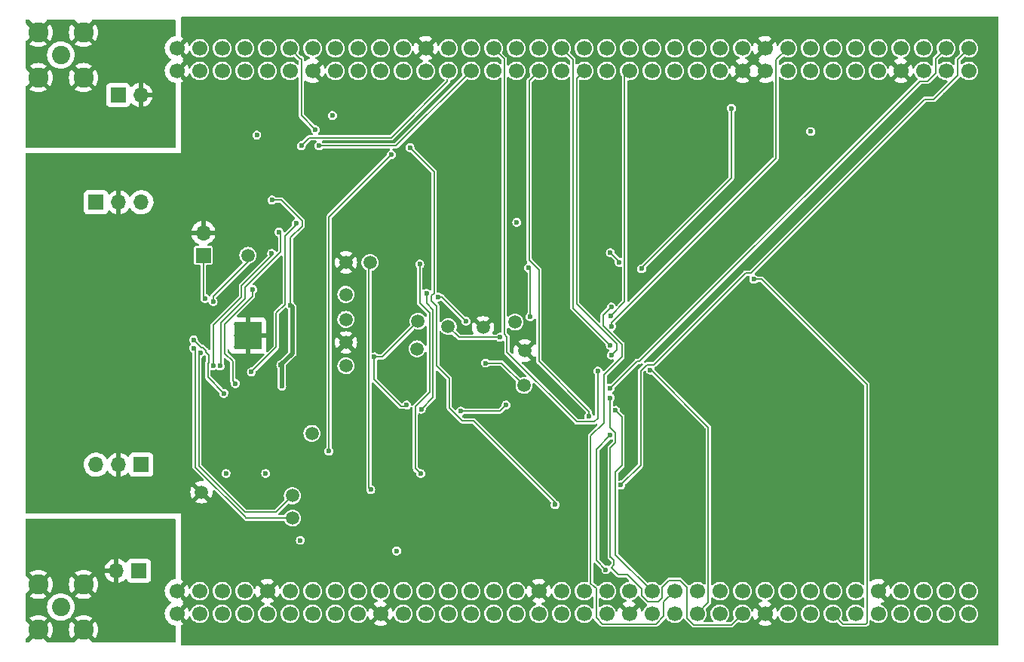
<source format=gbl>
G04 #@! TF.GenerationSoftware,KiCad,Pcbnew,6.0.6-3a73a75311~116~ubuntu20.04.1*
G04 #@! TF.CreationDate,2022-07-28T18:37:22+02:00*
G04 #@! TF.ProjectId,H7DDCADC,48374444-4341-4444-932e-6b696361645f,initial*
G04 #@! TF.SameCoordinates,Original*
G04 #@! TF.FileFunction,Copper,L4,Bot*
G04 #@! TF.FilePolarity,Positive*
%FSLAX46Y46*%
G04 Gerber Fmt 4.6, Leading zero omitted, Abs format (unit mm)*
G04 Created by KiCad (PCBNEW 6.0.6-3a73a75311~116~ubuntu20.04.1) date 2022-07-28 18:37:22*
%MOMM*%
%LPD*%
G01*
G04 APERTURE LIST*
G04 #@! TA.AperFunction,ComponentPad*
%ADD10C,1.500000*%
G04 #@! TD*
G04 #@! TA.AperFunction,ComponentPad*
%ADD11R,1.700000X1.700000*%
G04 #@! TD*
G04 #@! TA.AperFunction,ComponentPad*
%ADD12O,1.700000X1.700000*%
G04 #@! TD*
G04 #@! TA.AperFunction,ComponentPad*
%ADD13C,0.500000*%
G04 #@! TD*
G04 #@! TA.AperFunction,SMDPad,CuDef*
%ADD14R,3.100000X3.100000*%
G04 #@! TD*
G04 #@! TA.AperFunction,ComponentPad*
%ADD15C,1.700000*%
G04 #@! TD*
G04 #@! TA.AperFunction,ComponentPad*
%ADD16C,2.050000*%
G04 #@! TD*
G04 #@! TA.AperFunction,ComponentPad*
%ADD17C,2.250000*%
G04 #@! TD*
G04 #@! TA.AperFunction,ViaPad*
%ADD18C,0.600000*%
G04 #@! TD*
G04 #@! TA.AperFunction,Conductor*
%ADD19C,0.200000*%
G04 #@! TD*
G04 #@! TA.AperFunction,Conductor*
%ADD20C,0.508000*%
G04 #@! TD*
G04 APERTURE END LIST*
D10*
X117500000Y-110500000D03*
X119700000Y-101000000D03*
D11*
X107500000Y-81000000D03*
D12*
X107500000Y-78460000D03*
D13*
X111200000Y-88700000D03*
X113800000Y-88700000D03*
X112500000Y-90000000D03*
X111200000Y-91300000D03*
X113800000Y-91300000D03*
D14*
X112500000Y-90000000D03*
D13*
X112500000Y-88700000D03*
X111200000Y-90000000D03*
X112500000Y-91300000D03*
X113800000Y-90000000D03*
D10*
X123500000Y-81800000D03*
X131500000Y-91500000D03*
X123500000Y-93400000D03*
X131600000Y-88400000D03*
X135000000Y-89000000D03*
D15*
X193430000Y-57750000D03*
X193430000Y-60290000D03*
X190890000Y-57750000D03*
X190890000Y-60290000D03*
X188350000Y-57750000D03*
X188350000Y-60290000D03*
X185810000Y-57750000D03*
X185810000Y-60290000D03*
X183270000Y-57750000D03*
X183270000Y-60290000D03*
X180730000Y-57750000D03*
X180730000Y-60290000D03*
X178190000Y-57750000D03*
X178190000Y-60290000D03*
X175650000Y-57750000D03*
X175650000Y-60290000D03*
X173110000Y-57750000D03*
X173110000Y-60290000D03*
X170570000Y-57750000D03*
X170570000Y-60290000D03*
X168030000Y-57750000D03*
X168030000Y-60290000D03*
X165490000Y-57750000D03*
X165490000Y-60290000D03*
X162950000Y-57750000D03*
X162950000Y-60290000D03*
X160410000Y-57750000D03*
X160410000Y-60290000D03*
X157870000Y-57750000D03*
X157870000Y-60290000D03*
X155330000Y-57750000D03*
X155330000Y-60290000D03*
X152790000Y-57750000D03*
X152790000Y-60290000D03*
X150250000Y-57750000D03*
X150250000Y-60290000D03*
X147710000Y-57750000D03*
X147710000Y-60290000D03*
X145170000Y-57750000D03*
X145170000Y-60290000D03*
X142630000Y-57750000D03*
X142630000Y-60290000D03*
X140090000Y-57750000D03*
X140090000Y-60290000D03*
X137550000Y-57750000D03*
X137550000Y-60290000D03*
X135010000Y-57750000D03*
X135010000Y-60290000D03*
X132470000Y-57750000D03*
X132470000Y-60290000D03*
X129930000Y-57750000D03*
X129930000Y-60290000D03*
X127390000Y-57750000D03*
X127390000Y-60290000D03*
X124850000Y-57750000D03*
X124850000Y-60290000D03*
X122310000Y-57750000D03*
X122310000Y-60290000D03*
X119770000Y-57750000D03*
X119770000Y-60290000D03*
X117230000Y-57750000D03*
X117230000Y-60290000D03*
X114690000Y-57750000D03*
X114690000Y-60290000D03*
X112150000Y-57750000D03*
X112150000Y-60290000D03*
X109610000Y-57750000D03*
X109610000Y-60290000D03*
X107070000Y-57750000D03*
X107070000Y-60290000D03*
X104530000Y-57750000D03*
X104530000Y-60290000D03*
X193430000Y-118710000D03*
X193430000Y-121250000D03*
X190890000Y-118710000D03*
X190890000Y-121250000D03*
X188350000Y-118710000D03*
X188350000Y-121250000D03*
X185810000Y-118710000D03*
X185810000Y-121250000D03*
X183270000Y-118710000D03*
X183270000Y-121250000D03*
X180730000Y-118710000D03*
X180730000Y-121250000D03*
X178190000Y-118710000D03*
X178190000Y-121250000D03*
X175650000Y-118710000D03*
X175650000Y-121250000D03*
X173110000Y-118710000D03*
X173110000Y-121250000D03*
X170570000Y-118710000D03*
X170570000Y-121250000D03*
X168030000Y-118710000D03*
X168030000Y-121250000D03*
X165490000Y-118710000D03*
X165490000Y-121250000D03*
X162950000Y-118710000D03*
X162950000Y-121250000D03*
X160410000Y-118710000D03*
X160410000Y-121250000D03*
X157870000Y-118710000D03*
X157870000Y-121250000D03*
X155330000Y-118710000D03*
X155330000Y-121250000D03*
X152790000Y-118710000D03*
X152790000Y-121250000D03*
X150250000Y-118710000D03*
X150250000Y-121250000D03*
X147710000Y-118710000D03*
X147710000Y-121250000D03*
X145170000Y-118710000D03*
X145170000Y-121250000D03*
X142630000Y-118710000D03*
X142630000Y-121250000D03*
X140090000Y-118710000D03*
X140090000Y-121250000D03*
X137550000Y-118710000D03*
X137550000Y-121250000D03*
X135010000Y-118710000D03*
X135010000Y-121250000D03*
X132470000Y-118710000D03*
X132470000Y-121250000D03*
X129930000Y-118710000D03*
X129930000Y-121250000D03*
X127390000Y-118710000D03*
X127390000Y-121250000D03*
X124850000Y-118710000D03*
X124850000Y-121250000D03*
X122310000Y-118710000D03*
X122310000Y-121250000D03*
X119770000Y-118710000D03*
X119770000Y-121250000D03*
X117230000Y-118710000D03*
X117230000Y-121250000D03*
X114690000Y-118710000D03*
X114690000Y-121250000D03*
X112150000Y-118710000D03*
X112150000Y-121250000D03*
X109610000Y-118710000D03*
X109610000Y-121250000D03*
X107070000Y-118710000D03*
X107070000Y-121250000D03*
X104530000Y-118710000D03*
X104530000Y-121250000D03*
D10*
X123500000Y-85400000D03*
D11*
X97925000Y-63000000D03*
D12*
X100465000Y-63000000D03*
D11*
X100275000Y-116420000D03*
D12*
X97735000Y-116420000D03*
D10*
X138900000Y-89100000D03*
X123500000Y-88200000D03*
X112500000Y-81000000D03*
X142500000Y-88500000D03*
X143500000Y-95600000D03*
X123500000Y-90800000D03*
X107300000Y-107600000D03*
D16*
X91500000Y-120500000D03*
D17*
X94040000Y-117960000D03*
X88960000Y-117960000D03*
X94040000Y-123040000D03*
X88960000Y-123040000D03*
D11*
X95460000Y-75040000D03*
D12*
X98000000Y-75040000D03*
X100540000Y-75040000D03*
D10*
X126200000Y-81800000D03*
D16*
X91500000Y-58500000D03*
D17*
X94040000Y-61040000D03*
X88960000Y-61040000D03*
X94040000Y-55960000D03*
X88960000Y-55960000D03*
D11*
X100525000Y-104507500D03*
D12*
X97985000Y-104507500D03*
X95445000Y-104507500D03*
D10*
X143600000Y-91700000D03*
X117500000Y-108000000D03*
D18*
X106401483Y-91417745D03*
X107199500Y-91947822D03*
X162876714Y-72623286D03*
X183000000Y-55500000D03*
X195500000Y-100000000D03*
X165438670Y-77709153D03*
X195500000Y-115000000D03*
X150200000Y-77300000D03*
X183000000Y-115000000D03*
X185500000Y-112500000D03*
X160376714Y-62500000D03*
X187876714Y-70000000D03*
X175500000Y-102500000D03*
X107600000Y-88700000D03*
X155350729Y-104950229D03*
X103400000Y-108100000D03*
X195376714Y-92623286D03*
X183000000Y-95000000D03*
X195376714Y-70000000D03*
X147500000Y-62500000D03*
X175500000Y-110000000D03*
X160376714Y-67500000D03*
X188000000Y-107500000D03*
X125000000Y-99000000D03*
X195376714Y-85123286D03*
X193000000Y-110000000D03*
X183000000Y-100000000D03*
X188000000Y-105000000D03*
X178000000Y-110000000D03*
X133000000Y-55500000D03*
X180376714Y-62500000D03*
X87876714Y-84623286D03*
X147500000Y-65000000D03*
X133500000Y-112200000D03*
X94500000Y-94000000D03*
X180400000Y-123900000D03*
X170500000Y-107500000D03*
X180500000Y-105000000D03*
X134000000Y-70500000D03*
X190376714Y-87623286D03*
X130500000Y-123500000D03*
X178000000Y-115000000D03*
X130000000Y-102500000D03*
X190500000Y-100000000D03*
X145000000Y-74949375D03*
X127000000Y-104000000D03*
X170400000Y-123900000D03*
X157976089Y-100000000D03*
X185500000Y-100000000D03*
X147500000Y-72623286D03*
X180376714Y-80123286D03*
X147500000Y-74949375D03*
X160450625Y-82697197D03*
X190500000Y-115000000D03*
X182876714Y-75123286D03*
X175500000Y-115000000D03*
X135500000Y-64000000D03*
X103400000Y-71300000D03*
X175500000Y-55500000D03*
X185500000Y-110000000D03*
X193000000Y-123500000D03*
X134000000Y-115000000D03*
X185376714Y-62500000D03*
X173300625Y-80547197D03*
X123000000Y-99000000D03*
X123000000Y-123500000D03*
X145700000Y-108300000D03*
X165623286Y-114876714D03*
X170500000Y-55500000D03*
X173000000Y-100000000D03*
X175500000Y-112500000D03*
X183000000Y-102500000D03*
X167876714Y-85123286D03*
X153500000Y-72623286D03*
X120500000Y-79000000D03*
X180500000Y-100000000D03*
X175376714Y-87623286D03*
X188362268Y-65485554D03*
X163000000Y-55500000D03*
X170656401Y-99843599D03*
X160500000Y-115000000D03*
X185500000Y-97500000D03*
X122500000Y-84000000D03*
X160376714Y-65000000D03*
X180376714Y-70000000D03*
X142500000Y-62500000D03*
X195500000Y-102500000D03*
X137500000Y-91900000D03*
X142500000Y-74949375D03*
X134100000Y-97800000D03*
X155450625Y-87697197D03*
X185500000Y-95000000D03*
X129919689Y-98532489D03*
X175376714Y-72623286D03*
X155400500Y-95000000D03*
X160500000Y-95000000D03*
X193000000Y-107500000D03*
X139100000Y-106300000D03*
X185500000Y-105000000D03*
X165376714Y-62500000D03*
X115500000Y-123500000D03*
X175376714Y-80123286D03*
X118300000Y-92600000D03*
X183000000Y-97500000D03*
X158000000Y-95000000D03*
X180376714Y-85123286D03*
X172876714Y-85123286D03*
X190500000Y-102500000D03*
X183000000Y-105000000D03*
X105000000Y-93000000D03*
X88000000Y-94500000D03*
X138000000Y-123500000D03*
X187876714Y-87623286D03*
X132500000Y-102500000D03*
X134500000Y-77500000D03*
X168000000Y-105000000D03*
X145000000Y-72623286D03*
X155376714Y-90123286D03*
X158399500Y-110000000D03*
X195376714Y-87623286D03*
X195376714Y-90123286D03*
X93900000Y-73000000D03*
X160376714Y-87623286D03*
X163000000Y-115000000D03*
X139700000Y-109400000D03*
X143000000Y-55500000D03*
X190376714Y-80123286D03*
X105000000Y-102500000D03*
X108500000Y-102500000D03*
X168000000Y-97500000D03*
X175800625Y-78047197D03*
X145500000Y-55500000D03*
X151000000Y-74949375D03*
X183362268Y-70485554D03*
X177876714Y-85123286D03*
X150300000Y-100700000D03*
X110200500Y-93409490D03*
X195500000Y-105000000D03*
X185376714Y-85123286D03*
X187876714Y-90123286D03*
X178300625Y-75547197D03*
X187876714Y-75123286D03*
X162876714Y-87623286D03*
X155400500Y-102500000D03*
X131000000Y-71500000D03*
X108000000Y-123500000D03*
X190376714Y-67500000D03*
X177876714Y-72623286D03*
X188000000Y-112500000D03*
X190376714Y-82623286D03*
X88000000Y-97000000D03*
X155500000Y-92500000D03*
X182876714Y-85123286D03*
X175376714Y-70000000D03*
X163000000Y-110000000D03*
X145000000Y-62500000D03*
X165376714Y-85123286D03*
X167852803Y-80147197D03*
X151000000Y-67500000D03*
X170500000Y-112500000D03*
X190500000Y-107500000D03*
X165500000Y-55500000D03*
X157876714Y-90123286D03*
X143000000Y-123500000D03*
X178000000Y-55500000D03*
X130500000Y-55100000D03*
X170376714Y-70000000D03*
X165376714Y-90123286D03*
X180376714Y-90123286D03*
X162900000Y-123900000D03*
X172876714Y-82623286D03*
X123000000Y-55100000D03*
X105000000Y-107500000D03*
X185376714Y-82623286D03*
X193000000Y-105000000D03*
X180500000Y-55500000D03*
X160500000Y-92500000D03*
X160500000Y-102500000D03*
X165376714Y-74949375D03*
X195376714Y-80123286D03*
X190500000Y-105000000D03*
X150100000Y-82900000D03*
X165376714Y-67500000D03*
X167900000Y-123900000D03*
X153500000Y-62500000D03*
X172876714Y-77623286D03*
X185500000Y-123500000D03*
X88000000Y-104500000D03*
X155929500Y-82623286D03*
X170476089Y-105023911D03*
X110500000Y-55500000D03*
X193000000Y-97500000D03*
X168000000Y-112500000D03*
X155929500Y-70000000D03*
X120500000Y-123500000D03*
X88000000Y-107000000D03*
X172876714Y-75123286D03*
X124500000Y-77500000D03*
X185376714Y-77623286D03*
X188000000Y-100000000D03*
X114300000Y-95700000D03*
X150000000Y-98800000D03*
X163000000Y-102500000D03*
X162876714Y-62500000D03*
X126200000Y-108500000D03*
X165302803Y-72549375D03*
X105000000Y-105000000D03*
X180376714Y-82623286D03*
X160400000Y-123900000D03*
X158076680Y-107423320D03*
X162950625Y-80197197D03*
X142500000Y-67500000D03*
X104876714Y-87623286D03*
X101900000Y-109400000D03*
X105000000Y-95000000D03*
X173000000Y-102500000D03*
X155400000Y-123900000D03*
X160376714Y-80123286D03*
X173000000Y-97500000D03*
X180376714Y-77623286D03*
X139000000Y-64000000D03*
X165500000Y-110000000D03*
X190376714Y-85123286D03*
X180500000Y-95000000D03*
X153000000Y-55500000D03*
X158000000Y-112500000D03*
X160200000Y-97326089D03*
X170376714Y-92623286D03*
X170376714Y-90123286D03*
X113800000Y-96500000D03*
X180500000Y-115000000D03*
X155929500Y-72623286D03*
X188000000Y-115000000D03*
X180376714Y-75123286D03*
X195500000Y-123500000D03*
X158000000Y-102500000D03*
X129500000Y-92900000D03*
X192876714Y-65000000D03*
X183000000Y-107500000D03*
X167876714Y-70000000D03*
X162876714Y-85123286D03*
X172900000Y-123900000D03*
X175500000Y-97500000D03*
X167876714Y-90123286D03*
X167950625Y-75197197D03*
X120000000Y-103000000D03*
X160376714Y-85123286D03*
X195376714Y-67500000D03*
X153500000Y-67500000D03*
X177876714Y-82623286D03*
X135000000Y-68500000D03*
X170500000Y-110000000D03*
X157900000Y-123900000D03*
X167876714Y-62500000D03*
X190376714Y-90123286D03*
X172876714Y-70000000D03*
X160376714Y-72623286D03*
X134500000Y-75173911D03*
X170550625Y-79949375D03*
X104876714Y-72623286D03*
X195500000Y-97500000D03*
X155929500Y-77623286D03*
X182876714Y-90123286D03*
X87876714Y-79623286D03*
X193000000Y-100000000D03*
X187876714Y-82623286D03*
X158000000Y-105000000D03*
X157876714Y-82623286D03*
X192876714Y-82623286D03*
X185376714Y-90123286D03*
X180500000Y-102500000D03*
X170500000Y-97500000D03*
X157876714Y-62500000D03*
X155476089Y-100000000D03*
X108500000Y-97500000D03*
X135500000Y-123500000D03*
X167876714Y-72623286D03*
X192876714Y-75123286D03*
X157876714Y-70000000D03*
X162976089Y-100000000D03*
X178000000Y-105000000D03*
X153500000Y-65000000D03*
X104876714Y-85123286D03*
X149500000Y-115500000D03*
X178000000Y-112500000D03*
X113000000Y-112000000D03*
X190376714Y-72623286D03*
X190500000Y-110000000D03*
X165376714Y-80123286D03*
X190500000Y-55500000D03*
X173000000Y-55500000D03*
X120500000Y-99000000D03*
X173000000Y-110000000D03*
X116467532Y-89732757D03*
X195376714Y-65000000D03*
X149900000Y-89500000D03*
X115500000Y-55500000D03*
X137500000Y-82200000D03*
X177876714Y-70000000D03*
X138000000Y-115000000D03*
X180376714Y-92623286D03*
X90100000Y-70000000D03*
X158000000Y-55500000D03*
X165476089Y-100000000D03*
X165376714Y-82623286D03*
X125000000Y-104000000D03*
X182876714Y-82623286D03*
X127100000Y-65200000D03*
X95000000Y-91000000D03*
X163000000Y-97326089D03*
X150100000Y-104000000D03*
X177876714Y-87623286D03*
X185500000Y-115000000D03*
X179100000Y-65700000D03*
X190862268Y-62985554D03*
X142500000Y-70000000D03*
X153023911Y-115523911D03*
X182876714Y-67500000D03*
X165500000Y-95000000D03*
X113000000Y-123500000D03*
X168000000Y-107500000D03*
X178000000Y-100000000D03*
X157876714Y-65000000D03*
X155400500Y-97326089D03*
X187876714Y-85123286D03*
X172876714Y-90123286D03*
X187876714Y-92623286D03*
X185376714Y-80123286D03*
X177876714Y-92623286D03*
X177500000Y-67100000D03*
X175376714Y-92623286D03*
X167876714Y-82623286D03*
X173000000Y-107500000D03*
X168000000Y-115000000D03*
X88500000Y-71200000D03*
X188000000Y-102500000D03*
X124800000Y-86700000D03*
X123000000Y-103000000D03*
X163000000Y-105000000D03*
X162876714Y-82623286D03*
X125000000Y-84000000D03*
X188000000Y-110000000D03*
X192876714Y-77623286D03*
X140000000Y-74949375D03*
X148000000Y-123500000D03*
X108000000Y-55500000D03*
X193000000Y-115000000D03*
X187876714Y-80123286D03*
X185376714Y-87623286D03*
X141500000Y-106500000D03*
X138200000Y-97800000D03*
X158000000Y-92500000D03*
X138000000Y-55500000D03*
X177900000Y-123900000D03*
X185376714Y-72623286D03*
X145000000Y-67500000D03*
X157876714Y-67500000D03*
X104876714Y-90123286D03*
X190376714Y-92623286D03*
X177876714Y-80123286D03*
X187876714Y-72623286D03*
X180500000Y-110000000D03*
X130300000Y-110800000D03*
X134500000Y-72000000D03*
X185862268Y-67985554D03*
X88000000Y-99500000D03*
X155929500Y-67500000D03*
X162876714Y-70000000D03*
X193000000Y-102500000D03*
X104876714Y-80123286D03*
X144600000Y-101800000D03*
X160376714Y-70000000D03*
X170776714Y-83071108D03*
X104876714Y-77623286D03*
X138300000Y-82700000D03*
X125500000Y-55100000D03*
X150362478Y-93608683D03*
X170500000Y-95000000D03*
X121600000Y-112100000D03*
X151000000Y-62500000D03*
X142800000Y-82300000D03*
X155423911Y-85076089D03*
X140000000Y-70000000D03*
X195376714Y-72623286D03*
X108500000Y-109000000D03*
X183000000Y-110000000D03*
X104876714Y-75123286D03*
X195500000Y-95000000D03*
X140000000Y-77673911D03*
X165376714Y-65000000D03*
X167876714Y-77623286D03*
X173000000Y-112500000D03*
X178000000Y-102500000D03*
X180376714Y-87623286D03*
X192876714Y-62500000D03*
X104876714Y-82623286D03*
X157950625Y-85197197D03*
X182876714Y-62500000D03*
X157802803Y-80049375D03*
X109829688Y-86590312D03*
X144700000Y-80700000D03*
X168000000Y-95000000D03*
X185376714Y-92623286D03*
X95000000Y-88000000D03*
X163000000Y-107500000D03*
X165500000Y-105000000D03*
X153500000Y-70000000D03*
X152900000Y-123900000D03*
X88500000Y-108100000D03*
X145900000Y-87700000D03*
X190376714Y-65000000D03*
X148000000Y-55500000D03*
X147500000Y-67500000D03*
X170450625Y-72697197D03*
X179100000Y-62700000D03*
X145000000Y-70000000D03*
X192876714Y-92623286D03*
X180376714Y-67500000D03*
X162876714Y-67500000D03*
X188000000Y-95000000D03*
X195500000Y-110000000D03*
X175500000Y-107500000D03*
X185376714Y-70000000D03*
X155929500Y-65000000D03*
X102000000Y-70100000D03*
X151000000Y-72623286D03*
X185500000Y-55500000D03*
X140500000Y-55500000D03*
X173000000Y-105000000D03*
X165376714Y-87623286D03*
X113000000Y-55500000D03*
X168000000Y-100000000D03*
X165500000Y-107500000D03*
X182876714Y-80123286D03*
X178000000Y-97500000D03*
X158000000Y-115000000D03*
X88000000Y-102000000D03*
X129000000Y-79500000D03*
X160500000Y-105000000D03*
X167876714Y-67500000D03*
X136900000Y-85900000D03*
X87876714Y-77123286D03*
X192876714Y-90123286D03*
X190376714Y-75123286D03*
X163000000Y-92500000D03*
X190500000Y-97500000D03*
X170376714Y-65000000D03*
X142500000Y-115500000D03*
X175376714Y-85123286D03*
X175500000Y-105000000D03*
X126700000Y-115900000D03*
X87876714Y-82123286D03*
X153500000Y-74949375D03*
X155500000Y-110000000D03*
X115600000Y-86400000D03*
X140500000Y-123500000D03*
X187876714Y-67500000D03*
X190500000Y-112500000D03*
X118000000Y-55500000D03*
X127000000Y-99000000D03*
X165489133Y-97336956D03*
X133000000Y-123500000D03*
X132500000Y-74000000D03*
X178000000Y-95000000D03*
X128000000Y-123500000D03*
X193000000Y-112500000D03*
X167976089Y-102523911D03*
X175376714Y-75123286D03*
X167876714Y-92623286D03*
X182876714Y-92623286D03*
X195500000Y-107500000D03*
X165400000Y-123900000D03*
X160500000Y-107500000D03*
X195376714Y-77623286D03*
X129000000Y-77173911D03*
X150500000Y-55500000D03*
X87876714Y-74623286D03*
X183000000Y-112500000D03*
X119650000Y-114950000D03*
X172876714Y-72623286D03*
X175500000Y-95000000D03*
X153500000Y-77623286D03*
X157923911Y-87576089D03*
X172876714Y-87623286D03*
X134900000Y-107100000D03*
X180500000Y-112500000D03*
X157876714Y-72623286D03*
X165500000Y-112500000D03*
X87876714Y-89623286D03*
X129600000Y-84100000D03*
X183000000Y-123500000D03*
X187876714Y-62500000D03*
X160500000Y-110000000D03*
X165500000Y-92500000D03*
X173000000Y-95000000D03*
X195376714Y-75123286D03*
X175500000Y-100000000D03*
X165376714Y-70000000D03*
X175376714Y-82623286D03*
X195376714Y-82623286D03*
X88000000Y-92000000D03*
X180500000Y-97500000D03*
X118000000Y-123500000D03*
X155929500Y-80123286D03*
X185376714Y-65000000D03*
X160376714Y-74949375D03*
X162876714Y-65000000D03*
X192876714Y-87623286D03*
X157852803Y-77623286D03*
X192876714Y-80123286D03*
X177876714Y-90123286D03*
X170376714Y-75123286D03*
X142500000Y-72623286D03*
X155500000Y-112500000D03*
X137500000Y-77673911D03*
X170576089Y-102423911D03*
X151000000Y-65000000D03*
X108500000Y-100000000D03*
X120500000Y-55500000D03*
X187876714Y-77623286D03*
X160476089Y-100000000D03*
X195500000Y-112500000D03*
X167876714Y-87623286D03*
X175400000Y-123900000D03*
X125500000Y-67000000D03*
X163000000Y-112500000D03*
X137500000Y-72500000D03*
X163000000Y-95000000D03*
X190376714Y-77623286D03*
X185500000Y-107500000D03*
X145500000Y-123500000D03*
X170376714Y-87623286D03*
X142500000Y-65000000D03*
X195500000Y-55500000D03*
X155503911Y-115496089D03*
X188000000Y-55500000D03*
X124500000Y-95400000D03*
X170376714Y-62500000D03*
X140000000Y-80000000D03*
X94100000Y-85300000D03*
X87876714Y-72123286D03*
X190376714Y-70000000D03*
X180800625Y-73047197D03*
X160500000Y-112500000D03*
X170376714Y-85123286D03*
X128000000Y-55100000D03*
X168000000Y-110000000D03*
X182876714Y-87623286D03*
X195376714Y-62500000D03*
X162876714Y-90123286D03*
X145000000Y-65000000D03*
X160290847Y-77561330D03*
X178000000Y-107500000D03*
X110500000Y-123500000D03*
X175376714Y-90123286D03*
X170500000Y-115000000D03*
X162876714Y-74949375D03*
X182876714Y-65000000D03*
X151000000Y-70000000D03*
X158000000Y-97326089D03*
X144234687Y-89750500D03*
X137500000Y-80000000D03*
X155929500Y-62500000D03*
X182876714Y-72623286D03*
X193000000Y-55500000D03*
X155929500Y-74949375D03*
X118700000Y-96500000D03*
X165500000Y-102500000D03*
X160423911Y-90076089D03*
X170533115Y-77466885D03*
X136500000Y-70000000D03*
X185500000Y-102500000D03*
X105000000Y-97500000D03*
X160500000Y-55500000D03*
X150500000Y-123500000D03*
X190500000Y-95000000D03*
X188000000Y-123500000D03*
X182876714Y-77623286D03*
X135500000Y-55500000D03*
X193000000Y-95000000D03*
X177876714Y-77623286D03*
X167876714Y-65000000D03*
X147500000Y-70000000D03*
X192876714Y-70000000D03*
X190500000Y-123500000D03*
X105000000Y-100000000D03*
X111000000Y-85500000D03*
X118000000Y-85700000D03*
X140000000Y-72623286D03*
X87876714Y-87123286D03*
X188000000Y-97500000D03*
X168000000Y-55500000D03*
X170376714Y-67500000D03*
X157876714Y-74949375D03*
X125500000Y-123500000D03*
X192876714Y-67500000D03*
X155500000Y-55500000D03*
X125500000Y-75500000D03*
X192876714Y-72623286D03*
X111433757Y-94533757D03*
X162852803Y-77623286D03*
X185376714Y-75123286D03*
X137500000Y-74826089D03*
X180376714Y-65000000D03*
X155629791Y-107500000D03*
X180500000Y-107500000D03*
X192876714Y-85123286D03*
X106400000Y-90500000D03*
X113026336Y-84821487D03*
X109800000Y-96500000D03*
X111100000Y-95400000D03*
X144000000Y-82400000D03*
X116300000Y-95700000D03*
X115200000Y-74800000D03*
X116200000Y-93300000D03*
X144200000Y-87900000D03*
X141500000Y-97800000D03*
X136400000Y-98500000D03*
X117287836Y-86617685D03*
X107677414Y-85834210D03*
X126300000Y-107300000D03*
X153200000Y-80700000D03*
X166800000Y-64500000D03*
X154200000Y-81800000D03*
X156721649Y-82515098D03*
X131900000Y-105500000D03*
X131800000Y-82000000D03*
X169300000Y-83700000D03*
X153300000Y-86800000D03*
X153323911Y-88976089D03*
X153226089Y-87826089D03*
X153300000Y-92200000D03*
X153193599Y-91106401D03*
X157693564Y-93899500D03*
X153200000Y-97000000D03*
X153799500Y-98411396D03*
X151800000Y-94000000D03*
X153200000Y-95900000D03*
X152700000Y-116300000D03*
X153200000Y-101200000D03*
X150800000Y-99100000D03*
X154364946Y-106789362D03*
X108600000Y-86200000D03*
X108603121Y-93394856D03*
X115171089Y-80781089D03*
X109401487Y-93437467D03*
X116000000Y-78400000D03*
X117908599Y-77408599D03*
X112900000Y-94100000D03*
X132564688Y-85282779D03*
X131969043Y-98278779D03*
X133868671Y-85690889D03*
X137000000Y-88400000D03*
X120100000Y-66900000D03*
X120500000Y-68700000D03*
X118500000Y-68700000D03*
X126700000Y-92400000D03*
X130329571Y-97818251D03*
X140800000Y-90200000D03*
X139200000Y-93100000D03*
X88500000Y-112500000D03*
X101900000Y-111200000D03*
X103400000Y-112500000D03*
X90000000Y-111200000D03*
X103400000Y-67000000D03*
X90000000Y-68300000D03*
X101000000Y-58000000D03*
X102000000Y-68300000D03*
X88500000Y-67000000D03*
X114500000Y-105500000D03*
X142700000Y-77300000D03*
X175700000Y-67100000D03*
X110050000Y-105500000D03*
X118400000Y-113000000D03*
X129200000Y-114200000D03*
X122000000Y-65300000D03*
X113500000Y-67500000D03*
X130700000Y-68900000D03*
X147000000Y-109000000D03*
X121600000Y-103000000D03*
X128600000Y-69700000D03*
D19*
X106600000Y-91616262D02*
X106600000Y-104800000D01*
X106401483Y-91417745D02*
X106600000Y-91616262D01*
X112300000Y-110500000D02*
X112250000Y-110450000D01*
X106600000Y-104800000D02*
X112250000Y-110450000D01*
X112300000Y-110500000D02*
X117500000Y-110500000D01*
X107000000Y-92147322D02*
X107000000Y-104635020D01*
X107000000Y-104635020D02*
X112214980Y-109850000D01*
X115650000Y-109850000D02*
X117500000Y-108000000D01*
X107199500Y-91947822D02*
X107000000Y-92147322D01*
X112214980Y-109850000D02*
X115650000Y-109850000D01*
X126200000Y-108500000D02*
X126200000Y-109000000D01*
X124600000Y-95500000D02*
X125200000Y-95500000D01*
X126200000Y-109000000D02*
X126300000Y-109100000D01*
X124500000Y-95400000D02*
X124600000Y-95500000D01*
X124800000Y-86700000D02*
X124800000Y-87000000D01*
X109900000Y-92000000D02*
X110800000Y-92900000D01*
X107248322Y-91348322D02*
X107447822Y-91348322D01*
X108100000Y-93050155D02*
X108003621Y-93146534D01*
X107799000Y-91899000D02*
X108100000Y-92200000D01*
X109900000Y-88700000D02*
X109900000Y-92000000D01*
X110800000Y-95100000D02*
X111100000Y-95400000D01*
X106400000Y-90500000D02*
X107248322Y-91348322D01*
X108003621Y-94703621D02*
X109800000Y-96500000D01*
X108100000Y-92200000D02*
X108100000Y-93050155D01*
X113026336Y-84821487D02*
X113026336Y-85573664D01*
X107799000Y-91699500D02*
X107799000Y-91899000D01*
X110800000Y-92900000D02*
X110800000Y-95000000D01*
X107447822Y-91348322D02*
X107799000Y-91699500D01*
X108003621Y-93146534D02*
X108003621Y-94703621D01*
X110800000Y-95000000D02*
X110800000Y-95100000D01*
X113026336Y-85573664D02*
X109900000Y-88700000D01*
D20*
X117500000Y-86829849D02*
X117287836Y-86617685D01*
X116200000Y-93300000D02*
X117500000Y-92000000D01*
D19*
X144000000Y-82400000D02*
X144200000Y-82600000D01*
D20*
X117500000Y-92000000D02*
X117500000Y-86829849D01*
X116300000Y-93400000D02*
X116200000Y-93300000D01*
D19*
X118600000Y-77150000D02*
X116250000Y-74800000D01*
X140800000Y-98500000D02*
X136400000Y-98500000D01*
D20*
X116300000Y-95700000D02*
X116300000Y-93400000D01*
D19*
X141500000Y-97800000D02*
X140800000Y-98500000D01*
X118600000Y-77700000D02*
X118600000Y-77150000D01*
X116250000Y-74800000D02*
X115200000Y-74800000D01*
X144200000Y-82600000D02*
X144200000Y-87900000D01*
X117287836Y-79012164D02*
X118600000Y-77700000D01*
X117287836Y-86617685D02*
X117287836Y-79012164D01*
X107500000Y-85656796D02*
X107677414Y-85834210D01*
X107500000Y-81000000D02*
X107500000Y-85656796D01*
X126300000Y-107300000D02*
X126100500Y-107100500D01*
X126100500Y-107100500D02*
X126100500Y-81899500D01*
X126100500Y-81899500D02*
X126200000Y-81800000D01*
X156721649Y-82378351D02*
X156721649Y-82515098D01*
X131300000Y-98000000D02*
X131300000Y-104900000D01*
X131300000Y-104900000D02*
X131900000Y-105500000D01*
X132900000Y-87500000D02*
X132900000Y-96400000D01*
X154200000Y-81800000D02*
X154200000Y-81700000D01*
X166800000Y-72300000D02*
X156721649Y-82378351D01*
X154200000Y-81700000D02*
X153200000Y-80700000D01*
X132900000Y-96400000D02*
X131300000Y-98000000D01*
X131800000Y-86400000D02*
X132900000Y-87500000D01*
X131800000Y-82000000D02*
X131800000Y-86400000D01*
X166800000Y-64500000D02*
X166800000Y-72300000D01*
X179340000Y-122400000D02*
X181900000Y-122400000D01*
X178190000Y-121250000D02*
X179340000Y-122400000D01*
X182000000Y-122300000D02*
X182000000Y-95500000D01*
X182000000Y-95500000D02*
X170200000Y-83700000D01*
X170200000Y-83700000D02*
X169300000Y-83700000D01*
X181900000Y-122400000D02*
X182000000Y-122300000D01*
X152400000Y-88900000D02*
X154500000Y-91000000D01*
X151000000Y-117833654D02*
X151366346Y-118200000D01*
X151400000Y-118200000D02*
X151600000Y-118400000D01*
X159200000Y-119920000D02*
X160410000Y-118710000D01*
X152313654Y-122400000D02*
X158346346Y-122400000D01*
X151600000Y-118400000D02*
X151600000Y-121686346D01*
X152500000Y-94400000D02*
X152500000Y-99800000D01*
X151000000Y-101300000D02*
X151000000Y-117833654D01*
X152500000Y-99800000D02*
X151000000Y-101300000D01*
X154500000Y-91000000D02*
X154500000Y-92400000D01*
X158346346Y-122400000D02*
X159200000Y-121546346D01*
X151600000Y-121686346D02*
X152313654Y-122400000D01*
X153300000Y-86800000D02*
X152400000Y-87700000D01*
X159200000Y-121546346D02*
X159200000Y-119920000D01*
X151366346Y-118200000D02*
X151400000Y-118200000D01*
X154500000Y-92400000D02*
X152500000Y-94400000D01*
X152400000Y-87700000D02*
X152400000Y-88900000D01*
X153323911Y-88576089D02*
X153323911Y-88976089D01*
X171800000Y-70100000D02*
X153323911Y-88576089D01*
X171800000Y-59060000D02*
X171800000Y-70100000D01*
X173110000Y-57750000D02*
X171800000Y-59060000D01*
X155330000Y-60290000D02*
X154815656Y-60804344D01*
X154815656Y-60804344D02*
X154815656Y-86236522D01*
X154815656Y-86236522D02*
X153226089Y-87826089D01*
X153899501Y-90964481D02*
X153899501Y-91600499D01*
X150250000Y-60290000D02*
X149400000Y-61140000D01*
X153899501Y-91600499D02*
X153300000Y-92200000D01*
X149400000Y-86464980D02*
X153899501Y-90964481D01*
X149400000Y-61140000D02*
X149400000Y-86464980D01*
X149000000Y-59040000D02*
X149000000Y-86929960D01*
X147710000Y-57750000D02*
X149000000Y-59040000D01*
X153176441Y-91106401D02*
X153193599Y-91106401D01*
X149000000Y-86929960D02*
X153176441Y-91106401D01*
X157799500Y-93899500D02*
X157693564Y-93899500D01*
X164200000Y-100300000D02*
X157799500Y-93899500D01*
X162950000Y-121250000D02*
X164200000Y-120000000D01*
X164200000Y-120000000D02*
X164200000Y-100300000D01*
X161800000Y-121726346D02*
X162573654Y-122500000D01*
X158600000Y-119900000D02*
X159000000Y-119500000D01*
X153200000Y-100352178D02*
X153799500Y-100951678D01*
X153200000Y-102647822D02*
X153200000Y-114924411D01*
X153623411Y-115275589D02*
X153623411Y-115772233D01*
X155098524Y-116852178D02*
X156720000Y-118473654D01*
X153799500Y-100951678D02*
X153799500Y-102048322D01*
X166780000Y-122500000D02*
X168030000Y-121250000D01*
X156720000Y-119186346D02*
X157433654Y-119900000D01*
X159020000Y-118280000D02*
X159800000Y-117500000D01*
X159020000Y-119380000D02*
X159020000Y-118280000D01*
X159800000Y-117500000D02*
X161000000Y-117500000D01*
X161800000Y-118300000D02*
X161800000Y-121726346D01*
X156720000Y-118473654D02*
X156720000Y-119186346D01*
X161000000Y-117500000D02*
X161800000Y-118300000D01*
X159000000Y-119500000D02*
X159000000Y-119400000D01*
X157433654Y-119900000D02*
X158600000Y-119900000D01*
X153623411Y-115772233D02*
X153321733Y-116073911D01*
X154100000Y-116852178D02*
X155098524Y-116852178D01*
X153200000Y-97000000D02*
X153200000Y-100352178D01*
X153321733Y-116073911D02*
X154100000Y-116852178D01*
X153200000Y-114924411D02*
X153272233Y-114924411D01*
X162573654Y-122500000D02*
X166780000Y-122500000D01*
X153799500Y-102048322D02*
X153200000Y-102647822D01*
X153272233Y-114924411D02*
X153623411Y-115275589D01*
X159000000Y-119400000D02*
X159020000Y-119380000D01*
X153765446Y-105334554D02*
X154500000Y-104600000D01*
X157870000Y-118710000D02*
X153765446Y-114605446D01*
X153765446Y-114605446D02*
X153765446Y-105334554D01*
X154500000Y-104600000D02*
X154500000Y-99111896D01*
X154500000Y-99111896D02*
X153799500Y-98411396D01*
X149400000Y-99700000D02*
X151400000Y-99700000D01*
X140090000Y-57750000D02*
X141300000Y-58960000D01*
X141599500Y-90151678D02*
X141599500Y-91899500D01*
X151400000Y-99700000D02*
X151800000Y-99300000D01*
X141300000Y-58960000D02*
X141300000Y-89852178D01*
X141300000Y-89852178D02*
X141599500Y-90151678D01*
X151800000Y-99300000D02*
X151800000Y-94000000D01*
X141599500Y-91899500D02*
X149400000Y-99700000D01*
X156500999Y-92899001D02*
X187960000Y-61440000D01*
X156200999Y-92899001D02*
X156500999Y-92899001D01*
X153200000Y-95900000D02*
X156200999Y-92899001D01*
X188826346Y-61440000D02*
X189700000Y-60566346D01*
X189700000Y-60566346D02*
X189700000Y-58940000D01*
X187960000Y-61440000D02*
X188826346Y-61440000D01*
X189700000Y-58940000D02*
X190890000Y-57750000D01*
X151640000Y-102760000D02*
X151640000Y-115240000D01*
X151640000Y-115240000D02*
X152700000Y-116300000D01*
X153200000Y-101200000D02*
X151640000Y-102760000D01*
X150800000Y-98533699D02*
X150800000Y-99100000D01*
X144100500Y-81548322D02*
X145170000Y-82617822D01*
X145170000Y-92903699D02*
X150800000Y-98533699D01*
X145170000Y-60290000D02*
X144100500Y-61359500D01*
X144100500Y-61359500D02*
X144100500Y-81548322D01*
X145170000Y-82617822D02*
X145170000Y-92903699D01*
X168364980Y-83000000D02*
X158064980Y-93300000D01*
X193430000Y-57750000D02*
X192200000Y-58980000D01*
X192200000Y-60800000D02*
X189500000Y-63500000D01*
X189500000Y-63500000D02*
X188500000Y-63500000D01*
X158064980Y-93300000D02*
X157300000Y-93300000D01*
X188500000Y-63500000D02*
X169000000Y-83000000D01*
X169000000Y-83000000D02*
X168364980Y-83000000D01*
X156599500Y-104554808D02*
X154364946Y-106789362D01*
X157300000Y-93300000D02*
X156599500Y-94000500D01*
X156599500Y-94000500D02*
X156599500Y-104554808D01*
X192200000Y-58980000D02*
X192200000Y-60800000D01*
X112500000Y-81714340D02*
X112500000Y-81000000D01*
X108600000Y-86200000D02*
X108600000Y-85614340D01*
X108600000Y-85614340D02*
X112500000Y-81714340D01*
X115171089Y-80781089D02*
X115171089Y-81063931D01*
X111800499Y-84434521D02*
X111800499Y-85668646D01*
X111800499Y-85668646D02*
X108603121Y-88866024D01*
X115171089Y-81063931D02*
X111800499Y-84434521D01*
X108603121Y-88866024D02*
X108603121Y-93394856D01*
X109500499Y-93338455D02*
X109401487Y-93437467D01*
X112200000Y-85835020D02*
X109500499Y-88534521D01*
X112200000Y-84600000D02*
X112200000Y-85835020D01*
X116199500Y-80600500D02*
X112200000Y-84600000D01*
X109500499Y-88534521D02*
X109500499Y-93338455D01*
X116199500Y-78599500D02*
X116199500Y-80600500D01*
X116000000Y-78400000D02*
X116199500Y-78599500D01*
X117908599Y-77591401D02*
X117908599Y-77408599D01*
X116700000Y-86500000D02*
X116700000Y-78800000D01*
X115700000Y-91300000D02*
X115700000Y-87500000D01*
X112900000Y-94100000D02*
X115700000Y-91300000D01*
X115700000Y-87500000D02*
X116700000Y-86500000D01*
X116700000Y-78800000D02*
X117908599Y-77591401D01*
X132564688Y-85282779D02*
X132564688Y-86364688D01*
X133299501Y-87099501D02*
X133299501Y-96948321D01*
X133299501Y-96948321D02*
X131969043Y-98278779D01*
X132564688Y-86364688D02*
X133299501Y-87099501D01*
X137000000Y-88400000D02*
X134290889Y-85690889D01*
X134290889Y-85690889D02*
X133868671Y-85690889D01*
X118500000Y-65300000D02*
X118500000Y-58900000D01*
X118500000Y-58900000D02*
X118380000Y-58900000D01*
X118380000Y-58900000D02*
X117230000Y-57750000D01*
X120100000Y-66900000D02*
X118500000Y-65300000D01*
X129140000Y-68700000D02*
X137550000Y-60290000D01*
X120500000Y-68700000D02*
X129140000Y-68700000D01*
X119400000Y-67800000D02*
X128600000Y-67800000D01*
X134900000Y-61500000D02*
X134900000Y-61200000D01*
X118500000Y-68700000D02*
X119400000Y-67800000D01*
X128600000Y-67800000D02*
X134900000Y-61500000D01*
X127600000Y-92400000D02*
X131600000Y-88400000D01*
X126700000Y-92400000D02*
X127600000Y-92400000D01*
X129671367Y-97932989D02*
X130214833Y-97932989D01*
X126700000Y-92400000D02*
X126700000Y-94961622D01*
X126700000Y-94961622D02*
X129671367Y-97932989D01*
X130214833Y-97932989D02*
X130329571Y-97818251D01*
X140800000Y-90200000D02*
X136200000Y-90200000D01*
X136200000Y-90200000D02*
X135000000Y-89000000D01*
X143500000Y-95600000D02*
X141000000Y-93100000D01*
X141000000Y-93100000D02*
X139200000Y-93100000D01*
X137847822Y-99600000D02*
X136600000Y-99600000D01*
X133699002Y-93430958D02*
X133699002Y-86699002D01*
X133400000Y-71600000D02*
X130700000Y-68900000D01*
X133100500Y-86100500D02*
X133100500Y-85551678D01*
X135100000Y-94831956D02*
X133699002Y-93430958D01*
X136600000Y-99600000D02*
X135100000Y-98100000D01*
X147000000Y-108752178D02*
X137847822Y-99600000D01*
X133100500Y-85551678D02*
X133400000Y-85252178D01*
X147000000Y-109000000D02*
X147000000Y-108752178D01*
X133400000Y-85252178D02*
X133400000Y-71600000D01*
X135100000Y-98100000D02*
X135100000Y-94831956D01*
X133699002Y-86699002D02*
X133100500Y-86100500D01*
X121600000Y-103000000D02*
X121600000Y-76700000D01*
X121600000Y-76700000D02*
X128600000Y-69700000D01*
G04 #@! TA.AperFunction,Conductor*
G36*
X87942698Y-54528502D02*
G01*
X87989191Y-54582158D01*
X88000574Y-54635393D01*
X88000563Y-54636980D01*
X88006817Y-54647607D01*
X88947188Y-55587978D01*
X88961132Y-55595592D01*
X88962965Y-55595461D01*
X88969580Y-55591210D01*
X89911724Y-54649066D01*
X89923359Y-54627760D01*
X89935028Y-54574115D01*
X89985231Y-54523912D01*
X90045616Y-54508500D01*
X92954577Y-54508500D01*
X93022698Y-54528502D01*
X93069191Y-54582158D01*
X93080574Y-54635393D01*
X93080563Y-54636980D01*
X93086817Y-54647607D01*
X94027188Y-55587978D01*
X94041132Y-55595592D01*
X94042965Y-55595461D01*
X94049580Y-55591210D01*
X94991724Y-54649066D01*
X95003359Y-54627760D01*
X95015028Y-54574115D01*
X95065231Y-54523912D01*
X95125616Y-54508500D01*
X104274000Y-54508500D01*
X104342121Y-54528502D01*
X104388614Y-54582158D01*
X104400000Y-54634500D01*
X104400000Y-56287321D01*
X104379998Y-56355442D01*
X104326342Y-56401935D01*
X104293059Y-56411871D01*
X104262873Y-56416490D01*
X104214091Y-56423955D01*
X104001756Y-56493357D01*
X103803607Y-56596507D01*
X103799474Y-56599610D01*
X103799471Y-56599612D01*
X103655273Y-56707879D01*
X103624965Y-56730635D01*
X103470629Y-56892138D01*
X103467715Y-56896410D01*
X103467714Y-56896411D01*
X103410219Y-56980696D01*
X103344743Y-57076680D01*
X103297715Y-57177993D01*
X103254574Y-57270934D01*
X103250688Y-57279305D01*
X103190989Y-57494570D01*
X103167251Y-57716695D01*
X103167548Y-57721848D01*
X103167548Y-57721851D01*
X103172413Y-57806227D01*
X103180110Y-57939715D01*
X103181247Y-57944761D01*
X103181248Y-57944767D01*
X103198222Y-58020084D01*
X103229222Y-58157639D01*
X103313266Y-58364616D01*
X103429987Y-58555088D01*
X103576250Y-58723938D01*
X103748126Y-58866632D01*
X103818595Y-58907811D01*
X103821445Y-58909476D01*
X103870169Y-58961114D01*
X103883240Y-59030897D01*
X103856509Y-59096669D01*
X103816055Y-59130027D01*
X103803607Y-59136507D01*
X103799474Y-59139610D01*
X103799471Y-59139612D01*
X103715623Y-59202567D01*
X103624965Y-59270635D01*
X103621393Y-59274373D01*
X103479102Y-59423272D01*
X103470629Y-59432138D01*
X103344743Y-59616680D01*
X103250688Y-59819305D01*
X103190989Y-60034570D01*
X103167251Y-60256695D01*
X103167548Y-60261848D01*
X103167548Y-60261851D01*
X103173011Y-60356590D01*
X103180110Y-60479715D01*
X103181247Y-60484761D01*
X103181248Y-60484767D01*
X103202275Y-60578069D01*
X103229222Y-60697639D01*
X103313266Y-60904616D01*
X103315965Y-60909020D01*
X103390359Y-61030420D01*
X103429987Y-61095088D01*
X103576250Y-61263938D01*
X103748126Y-61406632D01*
X103941000Y-61519338D01*
X104149692Y-61599030D01*
X104154760Y-61600061D01*
X104154763Y-61600062D01*
X104299121Y-61629432D01*
X104361886Y-61662613D01*
X104396748Y-61724461D01*
X104400000Y-61752902D01*
X104400000Y-68774000D01*
X104379998Y-68842121D01*
X104326342Y-68888614D01*
X104274000Y-68900000D01*
X87634500Y-68900000D01*
X87566379Y-68879998D01*
X87519886Y-68826342D01*
X87508500Y-68774000D01*
X87508500Y-63898134D01*
X96566500Y-63898134D01*
X96573255Y-63960316D01*
X96624385Y-64096705D01*
X96711739Y-64213261D01*
X96828295Y-64300615D01*
X96964684Y-64351745D01*
X97026866Y-64358500D01*
X98823134Y-64358500D01*
X98885316Y-64351745D01*
X99021705Y-64300615D01*
X99138261Y-64213261D01*
X99225615Y-64096705D01*
X99269798Y-63978848D01*
X99312440Y-63922084D01*
X99379001Y-63897384D01*
X99448350Y-63912592D01*
X99483017Y-63940580D01*
X99508218Y-63969673D01*
X99515580Y-63976883D01*
X99679434Y-64112916D01*
X99687881Y-64118831D01*
X99871756Y-64226279D01*
X99881042Y-64230729D01*
X100080001Y-64306703D01*
X100089899Y-64309579D01*
X100193250Y-64330606D01*
X100207299Y-64329410D01*
X100211000Y-64319065D01*
X100211000Y-64318517D01*
X100719000Y-64318517D01*
X100723064Y-64332359D01*
X100736478Y-64334393D01*
X100743184Y-64333534D01*
X100753262Y-64331392D01*
X100957255Y-64270191D01*
X100966842Y-64266433D01*
X101158095Y-64172739D01*
X101166945Y-64167464D01*
X101340328Y-64043792D01*
X101348200Y-64037139D01*
X101499052Y-63886812D01*
X101505730Y-63878965D01*
X101630003Y-63706020D01*
X101635313Y-63697183D01*
X101729670Y-63506267D01*
X101733469Y-63496672D01*
X101795377Y-63292910D01*
X101797555Y-63282837D01*
X101798986Y-63271962D01*
X101796775Y-63257778D01*
X101783617Y-63254000D01*
X100737115Y-63254000D01*
X100721876Y-63258475D01*
X100720671Y-63259865D01*
X100719000Y-63267548D01*
X100719000Y-64318517D01*
X100211000Y-64318517D01*
X100211000Y-62727885D01*
X100719000Y-62727885D01*
X100723475Y-62743124D01*
X100724865Y-62744329D01*
X100732548Y-62746000D01*
X101783344Y-62746000D01*
X101796875Y-62742027D01*
X101798180Y-62732947D01*
X101756214Y-62565875D01*
X101752894Y-62556124D01*
X101667972Y-62360814D01*
X101663105Y-62351739D01*
X101547426Y-62172926D01*
X101541136Y-62164757D01*
X101397806Y-62007240D01*
X101390273Y-62000215D01*
X101223139Y-61868222D01*
X101214552Y-61862517D01*
X101028117Y-61759599D01*
X101018705Y-61755369D01*
X100817959Y-61684280D01*
X100807988Y-61681646D01*
X100736837Y-61668972D01*
X100723540Y-61670432D01*
X100719000Y-61684989D01*
X100719000Y-62727885D01*
X100211000Y-62727885D01*
X100211000Y-61683102D01*
X100207082Y-61669758D01*
X100192806Y-61667771D01*
X100154324Y-61673660D01*
X100144288Y-61676051D01*
X99941868Y-61742212D01*
X99932359Y-61746209D01*
X99743463Y-61844542D01*
X99734738Y-61850036D01*
X99564433Y-61977905D01*
X99556726Y-61984748D01*
X99479478Y-62065584D01*
X99417954Y-62101014D01*
X99347042Y-62097557D01*
X99289255Y-62056311D01*
X99270402Y-62022763D01*
X99228767Y-61911703D01*
X99225615Y-61903295D01*
X99138261Y-61786739D01*
X99021705Y-61699385D01*
X98885316Y-61648255D01*
X98823134Y-61641500D01*
X97026866Y-61641500D01*
X96964684Y-61648255D01*
X96828295Y-61699385D01*
X96711739Y-61786739D01*
X96624385Y-61903295D01*
X96573255Y-62039684D01*
X96566500Y-62101866D01*
X96566500Y-63898134D01*
X87508500Y-63898134D01*
X87508500Y-62364471D01*
X88000884Y-62364471D01*
X88004570Y-62369740D01*
X88212121Y-62496927D01*
X88220915Y-62501408D01*
X88449242Y-62595984D01*
X88458627Y-62599033D01*
X88698940Y-62656728D01*
X88708687Y-62658271D01*
X88955070Y-62677662D01*
X88964930Y-62677662D01*
X89211313Y-62658271D01*
X89221060Y-62656728D01*
X89461373Y-62599033D01*
X89470758Y-62595984D01*
X89699085Y-62501408D01*
X89707879Y-62496927D01*
X89913928Y-62370660D01*
X89917968Y-62364471D01*
X93080884Y-62364471D01*
X93084570Y-62369740D01*
X93292121Y-62496927D01*
X93300915Y-62501408D01*
X93529242Y-62595984D01*
X93538627Y-62599033D01*
X93778940Y-62656728D01*
X93788687Y-62658271D01*
X94035070Y-62677662D01*
X94044930Y-62677662D01*
X94291313Y-62658271D01*
X94301060Y-62656728D01*
X94541373Y-62599033D01*
X94550758Y-62595984D01*
X94779085Y-62501408D01*
X94787879Y-62496927D01*
X94993928Y-62370660D01*
X94999190Y-62362599D01*
X94993183Y-62352393D01*
X94052812Y-61412022D01*
X94038868Y-61404408D01*
X94037035Y-61404539D01*
X94030420Y-61408790D01*
X93088276Y-62350934D01*
X93080884Y-62364471D01*
X89917968Y-62364471D01*
X89919190Y-62362599D01*
X89913183Y-62352393D01*
X88972812Y-61412022D01*
X88958868Y-61404408D01*
X88957035Y-61404539D01*
X88950420Y-61408790D01*
X88008276Y-62350934D01*
X88000884Y-62364471D01*
X87508500Y-62364471D01*
X87508500Y-62125423D01*
X87528502Y-62057302D01*
X87582158Y-62010809D01*
X87635393Y-61999426D01*
X87636980Y-61999437D01*
X87647607Y-61993183D01*
X88587978Y-61052812D01*
X88594356Y-61041132D01*
X89324408Y-61041132D01*
X89324539Y-61042965D01*
X89328790Y-61049580D01*
X90270934Y-61991724D01*
X90284471Y-61999116D01*
X90289740Y-61995430D01*
X90416927Y-61787879D01*
X90421408Y-61779085D01*
X90515984Y-61550758D01*
X90519033Y-61541373D01*
X90576728Y-61301060D01*
X90578271Y-61291313D01*
X90597662Y-61044930D01*
X92402338Y-61044930D01*
X92421729Y-61291313D01*
X92423272Y-61301060D01*
X92480967Y-61541373D01*
X92484016Y-61550758D01*
X92578592Y-61779085D01*
X92583073Y-61787879D01*
X92709340Y-61993928D01*
X92717401Y-61999190D01*
X92727607Y-61993183D01*
X93667978Y-61052812D01*
X93674356Y-61041132D01*
X94404408Y-61041132D01*
X94404539Y-61042965D01*
X94408790Y-61049580D01*
X95350934Y-61991724D01*
X95364471Y-61999116D01*
X95369740Y-61995430D01*
X95496927Y-61787879D01*
X95501408Y-61779085D01*
X95595984Y-61550758D01*
X95599033Y-61541373D01*
X95656728Y-61301060D01*
X95658271Y-61291313D01*
X95677662Y-61044930D01*
X95677662Y-61035070D01*
X95658271Y-60788687D01*
X95656728Y-60778940D01*
X95599033Y-60538627D01*
X95595984Y-60529242D01*
X95501408Y-60300915D01*
X95496927Y-60292121D01*
X95370660Y-60086072D01*
X95362599Y-60080810D01*
X95352393Y-60086817D01*
X94412022Y-61027188D01*
X94404408Y-61041132D01*
X93674356Y-61041132D01*
X93675592Y-61038868D01*
X93675461Y-61037035D01*
X93671210Y-61030420D01*
X92729066Y-60088276D01*
X92715529Y-60080884D01*
X92710260Y-60084570D01*
X92583073Y-60292121D01*
X92578592Y-60300915D01*
X92484016Y-60529242D01*
X92480967Y-60538627D01*
X92423272Y-60778940D01*
X92421729Y-60788687D01*
X92402338Y-61035070D01*
X92402338Y-61044930D01*
X90597662Y-61044930D01*
X90597662Y-61035070D01*
X90578271Y-60788687D01*
X90576728Y-60778940D01*
X90519033Y-60538627D01*
X90515984Y-60529242D01*
X90421408Y-60300915D01*
X90416927Y-60292121D01*
X90290660Y-60086072D01*
X90282599Y-60080810D01*
X90272393Y-60086817D01*
X89332022Y-61027188D01*
X89324408Y-61041132D01*
X88594356Y-61041132D01*
X88595592Y-61038868D01*
X88595461Y-61037035D01*
X88591210Y-61030420D01*
X87649066Y-60088276D01*
X87627760Y-60076641D01*
X87574115Y-60064972D01*
X87523912Y-60014769D01*
X87508500Y-59954384D01*
X87508500Y-59717401D01*
X88000810Y-59717401D01*
X88006817Y-59727607D01*
X88947188Y-60667978D01*
X88961132Y-60675592D01*
X88962965Y-60675461D01*
X88969580Y-60671210D01*
X89911724Y-59729066D01*
X89919116Y-59715529D01*
X89915430Y-59710260D01*
X89707879Y-59583073D01*
X89699085Y-59578592D01*
X89470758Y-59484016D01*
X89461373Y-59480967D01*
X89221060Y-59423272D01*
X89211313Y-59421729D01*
X88964930Y-59402338D01*
X88955070Y-59402338D01*
X88708687Y-59421729D01*
X88698940Y-59423272D01*
X88458627Y-59480967D01*
X88449242Y-59484016D01*
X88220915Y-59578592D01*
X88212121Y-59583073D01*
X88006072Y-59709340D01*
X88000810Y-59717401D01*
X87508500Y-59717401D01*
X87508500Y-58500000D01*
X89961758Y-58500000D01*
X89980696Y-58740634D01*
X89981850Y-58745441D01*
X89981851Y-58745447D01*
X89992829Y-58791173D01*
X90037045Y-58975343D01*
X90038938Y-58979914D01*
X90038939Y-58979916D01*
X90111295Y-59154598D01*
X90129416Y-59198347D01*
X90255536Y-59404156D01*
X90412299Y-59587701D01*
X90595844Y-59744464D01*
X90801653Y-59870584D01*
X90806223Y-59872477D01*
X90806227Y-59872479D01*
X91020084Y-59961061D01*
X91024657Y-59962955D01*
X91107039Y-59982733D01*
X91254553Y-60018149D01*
X91254559Y-60018150D01*
X91259366Y-60019304D01*
X91500000Y-60038242D01*
X91740634Y-60019304D01*
X91745441Y-60018150D01*
X91745447Y-60018149D01*
X91892961Y-59982733D01*
X91975343Y-59962955D01*
X91979916Y-59961061D01*
X92193773Y-59872479D01*
X92193777Y-59872477D01*
X92198347Y-59870584D01*
X92404156Y-59744464D01*
X92435843Y-59717401D01*
X93080810Y-59717401D01*
X93086817Y-59727607D01*
X94027188Y-60667978D01*
X94041132Y-60675592D01*
X94042965Y-60675461D01*
X94049580Y-60671210D01*
X94991724Y-59729066D01*
X94999116Y-59715529D01*
X94995430Y-59710260D01*
X94787879Y-59583073D01*
X94779085Y-59578592D01*
X94550758Y-59484016D01*
X94541373Y-59480967D01*
X94301060Y-59423272D01*
X94291313Y-59421729D01*
X94044930Y-59402338D01*
X94035070Y-59402338D01*
X93788687Y-59421729D01*
X93778940Y-59423272D01*
X93538627Y-59480967D01*
X93529242Y-59484016D01*
X93300915Y-59578592D01*
X93292121Y-59583073D01*
X93086072Y-59709340D01*
X93080810Y-59717401D01*
X92435843Y-59717401D01*
X92587701Y-59587701D01*
X92744464Y-59404156D01*
X92870584Y-59198347D01*
X92888706Y-59154598D01*
X92961061Y-58979916D01*
X92961062Y-58979914D01*
X92962955Y-58975343D01*
X93007171Y-58791173D01*
X93018149Y-58745447D01*
X93018150Y-58745441D01*
X93019304Y-58740634D01*
X93038242Y-58500000D01*
X93019304Y-58259366D01*
X93018150Y-58254559D01*
X93018149Y-58254553D01*
X92964110Y-58029469D01*
X92962955Y-58024657D01*
X92927771Y-57939715D01*
X92872479Y-57806227D01*
X92872477Y-57806223D01*
X92870584Y-57801653D01*
X92744464Y-57595844D01*
X92587701Y-57412299D01*
X92438034Y-57284471D01*
X93080884Y-57284471D01*
X93084570Y-57289740D01*
X93292121Y-57416927D01*
X93300915Y-57421408D01*
X93529242Y-57515984D01*
X93538627Y-57519033D01*
X93778940Y-57576728D01*
X93788687Y-57578271D01*
X94035070Y-57597662D01*
X94044930Y-57597662D01*
X94291313Y-57578271D01*
X94301060Y-57576728D01*
X94541373Y-57519033D01*
X94550758Y-57515984D01*
X94779085Y-57421408D01*
X94787879Y-57416927D01*
X94993928Y-57290660D01*
X94999190Y-57282599D01*
X94993183Y-57272393D01*
X94052812Y-56332022D01*
X94038868Y-56324408D01*
X94037035Y-56324539D01*
X94030420Y-56328790D01*
X93088276Y-57270934D01*
X93080884Y-57284471D01*
X92438034Y-57284471D01*
X92404156Y-57255536D01*
X92198347Y-57129416D01*
X92193777Y-57127523D01*
X92193773Y-57127521D01*
X91979916Y-57038939D01*
X91979914Y-57038938D01*
X91975343Y-57037045D01*
X91892961Y-57017267D01*
X91745447Y-56981851D01*
X91745441Y-56981850D01*
X91740634Y-56980696D01*
X91500000Y-56961758D01*
X91259366Y-56980696D01*
X91254559Y-56981850D01*
X91254553Y-56981851D01*
X91107039Y-57017267D01*
X91024657Y-57037045D01*
X91020086Y-57038938D01*
X91020084Y-57038939D01*
X90806227Y-57127521D01*
X90806223Y-57127523D01*
X90801653Y-57129416D01*
X90595844Y-57255536D01*
X90412299Y-57412299D01*
X90255536Y-57595844D01*
X90129416Y-57801653D01*
X90127523Y-57806223D01*
X90127521Y-57806227D01*
X90072229Y-57939715D01*
X90037045Y-58024657D01*
X90035890Y-58029469D01*
X89981851Y-58254553D01*
X89981850Y-58254559D01*
X89980696Y-58259366D01*
X89961758Y-58500000D01*
X87508500Y-58500000D01*
X87508500Y-57284471D01*
X88000884Y-57284471D01*
X88004570Y-57289740D01*
X88212121Y-57416927D01*
X88220915Y-57421408D01*
X88449242Y-57515984D01*
X88458627Y-57519033D01*
X88698940Y-57576728D01*
X88708687Y-57578271D01*
X88955070Y-57597662D01*
X88964930Y-57597662D01*
X89211313Y-57578271D01*
X89221060Y-57576728D01*
X89461373Y-57519033D01*
X89470758Y-57515984D01*
X89699085Y-57421408D01*
X89707879Y-57416927D01*
X89913928Y-57290660D01*
X89919190Y-57282599D01*
X89913183Y-57272393D01*
X88972812Y-56332022D01*
X88958868Y-56324408D01*
X88957035Y-56324539D01*
X88950420Y-56328790D01*
X88008276Y-57270934D01*
X88000884Y-57284471D01*
X87508500Y-57284471D01*
X87508500Y-57045423D01*
X87528502Y-56977302D01*
X87582158Y-56930809D01*
X87635393Y-56919426D01*
X87636980Y-56919437D01*
X87647607Y-56913183D01*
X88587978Y-55972812D01*
X88594356Y-55961132D01*
X89324408Y-55961132D01*
X89324539Y-55962965D01*
X89328790Y-55969580D01*
X90270934Y-56911724D01*
X90284471Y-56919116D01*
X90289740Y-56915430D01*
X90416927Y-56707879D01*
X90421408Y-56699085D01*
X90515984Y-56470758D01*
X90519033Y-56461373D01*
X90576728Y-56221060D01*
X90578271Y-56211313D01*
X90597662Y-55964930D01*
X92402338Y-55964930D01*
X92421729Y-56211313D01*
X92423272Y-56221060D01*
X92480967Y-56461373D01*
X92484016Y-56470758D01*
X92578592Y-56699085D01*
X92583073Y-56707879D01*
X92709340Y-56913928D01*
X92717401Y-56919190D01*
X92727607Y-56913183D01*
X93667978Y-55972812D01*
X93674356Y-55961132D01*
X94404408Y-55961132D01*
X94404539Y-55962965D01*
X94408790Y-55969580D01*
X95350934Y-56911724D01*
X95364471Y-56919116D01*
X95369740Y-56915430D01*
X95496927Y-56707879D01*
X95501408Y-56699085D01*
X95595984Y-56470758D01*
X95599033Y-56461373D01*
X95656728Y-56221060D01*
X95658271Y-56211313D01*
X95677662Y-55964930D01*
X95677662Y-55955070D01*
X95658271Y-55708687D01*
X95656728Y-55698940D01*
X95599033Y-55458627D01*
X95595984Y-55449242D01*
X95501408Y-55220915D01*
X95496927Y-55212121D01*
X95370660Y-55006072D01*
X95362599Y-55000810D01*
X95352393Y-55006817D01*
X94412022Y-55947188D01*
X94404408Y-55961132D01*
X93674356Y-55961132D01*
X93675592Y-55958868D01*
X93675461Y-55957035D01*
X93671210Y-55950420D01*
X92729066Y-55008276D01*
X92715529Y-55000884D01*
X92710260Y-55004570D01*
X92583073Y-55212121D01*
X92578592Y-55220915D01*
X92484016Y-55449242D01*
X92480967Y-55458627D01*
X92423272Y-55698940D01*
X92421729Y-55708687D01*
X92402338Y-55955070D01*
X92402338Y-55964930D01*
X90597662Y-55964930D01*
X90597662Y-55955070D01*
X90578271Y-55708687D01*
X90576728Y-55698940D01*
X90519033Y-55458627D01*
X90515984Y-55449242D01*
X90421408Y-55220915D01*
X90416927Y-55212121D01*
X90290660Y-55006072D01*
X90282599Y-55000810D01*
X90272393Y-55006817D01*
X89332022Y-55947188D01*
X89324408Y-55961132D01*
X88594356Y-55961132D01*
X88595592Y-55958868D01*
X88595461Y-55957035D01*
X88591210Y-55950420D01*
X87649066Y-55008276D01*
X87627760Y-54996641D01*
X87574115Y-54984972D01*
X87523912Y-54934769D01*
X87508500Y-54874384D01*
X87508500Y-54634500D01*
X87528502Y-54566379D01*
X87582158Y-54519886D01*
X87634500Y-54508500D01*
X87874577Y-54508500D01*
X87942698Y-54528502D01*
G37*
G04 #@! TD.AperFunction*
G04 #@! TA.AperFunction,Conductor*
G36*
X104342121Y-110620002D02*
G01*
X104388614Y-110673658D01*
X104400000Y-110726000D01*
X104400000Y-117247321D01*
X104379998Y-117315442D01*
X104326342Y-117361935D01*
X104293059Y-117371871D01*
X104262873Y-117376490D01*
X104214091Y-117383955D01*
X104001756Y-117453357D01*
X103803607Y-117556507D01*
X103799474Y-117559610D01*
X103799471Y-117559612D01*
X103629100Y-117687530D01*
X103624965Y-117690635D01*
X103470629Y-117852138D01*
X103467715Y-117856410D01*
X103467714Y-117856411D01*
X103388311Y-117972812D01*
X103344743Y-118036680D01*
X103250688Y-118239305D01*
X103190989Y-118454570D01*
X103167251Y-118676695D01*
X103180110Y-118899715D01*
X103181247Y-118904761D01*
X103181248Y-118904767D01*
X103197595Y-118977302D01*
X103229222Y-119117639D01*
X103313266Y-119324616D01*
X103429987Y-119515088D01*
X103576250Y-119683938D01*
X103748126Y-119826632D01*
X103818595Y-119867811D01*
X103821445Y-119869476D01*
X103870169Y-119921114D01*
X103883240Y-119990897D01*
X103856509Y-120056669D01*
X103816055Y-120090027D01*
X103803607Y-120096507D01*
X103799474Y-120099610D01*
X103799471Y-120099612D01*
X103629100Y-120227530D01*
X103624965Y-120230635D01*
X103470629Y-120392138D01*
X103344743Y-120576680D01*
X103297715Y-120677993D01*
X103270929Y-120735700D01*
X103250688Y-120779305D01*
X103190989Y-120994570D01*
X103167251Y-121216695D01*
X103180110Y-121439715D01*
X103181247Y-121444761D01*
X103181248Y-121444767D01*
X103202275Y-121538069D01*
X103229222Y-121657639D01*
X103313266Y-121864616D01*
X103364942Y-121948944D01*
X103408059Y-122019304D01*
X103429987Y-122055088D01*
X103576250Y-122223938D01*
X103748126Y-122366632D01*
X103941000Y-122479338D01*
X104149692Y-122559030D01*
X104154760Y-122560061D01*
X104154763Y-122560062D01*
X104299121Y-122589432D01*
X104361886Y-122622613D01*
X104396748Y-122684461D01*
X104400000Y-122712902D01*
X104400000Y-124365500D01*
X104379998Y-124433621D01*
X104326342Y-124480114D01*
X104274000Y-124491500D01*
X95125423Y-124491500D01*
X95057302Y-124471498D01*
X95010809Y-124417842D01*
X94999426Y-124364607D01*
X94999437Y-124363020D01*
X94993183Y-124352393D01*
X94052812Y-123412022D01*
X94038868Y-123404408D01*
X94037035Y-123404539D01*
X94030420Y-123408790D01*
X93088276Y-124350934D01*
X93076641Y-124372240D01*
X93064972Y-124425885D01*
X93014769Y-124476088D01*
X92954384Y-124491500D01*
X90045423Y-124491500D01*
X89977302Y-124471498D01*
X89930809Y-124417842D01*
X89919426Y-124364607D01*
X89919437Y-124363020D01*
X89913183Y-124352393D01*
X88972812Y-123412022D01*
X88958868Y-123404408D01*
X88957035Y-123404539D01*
X88950420Y-123408790D01*
X88008276Y-124350934D01*
X87996641Y-124372240D01*
X87984972Y-124425885D01*
X87934769Y-124476088D01*
X87874384Y-124491500D01*
X87634500Y-124491500D01*
X87566379Y-124471498D01*
X87519886Y-124417842D01*
X87508500Y-124365500D01*
X87508500Y-124125423D01*
X87528502Y-124057302D01*
X87582158Y-124010809D01*
X87635393Y-123999426D01*
X87636980Y-123999437D01*
X87647607Y-123993183D01*
X88587978Y-123052812D01*
X88594356Y-123041132D01*
X89324408Y-123041132D01*
X89324539Y-123042965D01*
X89328790Y-123049580D01*
X90270934Y-123991724D01*
X90284471Y-123999116D01*
X90289740Y-123995430D01*
X90416927Y-123787879D01*
X90421408Y-123779085D01*
X90515984Y-123550758D01*
X90519033Y-123541373D01*
X90576728Y-123301060D01*
X90578271Y-123291313D01*
X90597662Y-123044930D01*
X92402338Y-123044930D01*
X92421729Y-123291313D01*
X92423272Y-123301060D01*
X92480967Y-123541373D01*
X92484016Y-123550758D01*
X92578592Y-123779085D01*
X92583073Y-123787879D01*
X92709340Y-123993928D01*
X92717401Y-123999190D01*
X92727607Y-123993183D01*
X93667978Y-123052812D01*
X93674356Y-123041132D01*
X94404408Y-123041132D01*
X94404539Y-123042965D01*
X94408790Y-123049580D01*
X95350934Y-123991724D01*
X95364471Y-123999116D01*
X95369740Y-123995430D01*
X95496927Y-123787879D01*
X95501408Y-123779085D01*
X95595984Y-123550758D01*
X95599033Y-123541373D01*
X95656728Y-123301060D01*
X95658271Y-123291313D01*
X95677662Y-123044930D01*
X95677662Y-123035070D01*
X95658271Y-122788687D01*
X95656728Y-122778940D01*
X95599033Y-122538627D01*
X95595984Y-122529242D01*
X95501408Y-122300915D01*
X95496927Y-122292121D01*
X95370660Y-122086072D01*
X95362599Y-122080810D01*
X95352393Y-122086817D01*
X94412022Y-123027188D01*
X94404408Y-123041132D01*
X93674356Y-123041132D01*
X93675592Y-123038868D01*
X93675461Y-123037035D01*
X93671210Y-123030420D01*
X92729066Y-122088276D01*
X92715529Y-122080884D01*
X92710260Y-122084570D01*
X92583073Y-122292121D01*
X92578592Y-122300915D01*
X92484016Y-122529242D01*
X92480967Y-122538627D01*
X92423272Y-122778940D01*
X92421729Y-122788687D01*
X92402338Y-123035070D01*
X92402338Y-123044930D01*
X90597662Y-123044930D01*
X90597662Y-123035070D01*
X90578271Y-122788687D01*
X90576728Y-122778940D01*
X90519033Y-122538627D01*
X90515984Y-122529242D01*
X90421408Y-122300915D01*
X90416927Y-122292121D01*
X90290660Y-122086072D01*
X90282599Y-122080810D01*
X90272393Y-122086817D01*
X89332022Y-123027188D01*
X89324408Y-123041132D01*
X88594356Y-123041132D01*
X88595592Y-123038868D01*
X88595461Y-123037035D01*
X88591210Y-123030420D01*
X87649066Y-122088276D01*
X87627760Y-122076641D01*
X87574115Y-122064972D01*
X87523912Y-122014769D01*
X87508500Y-121954384D01*
X87508500Y-121717401D01*
X88000810Y-121717401D01*
X88006817Y-121727607D01*
X88947188Y-122667978D01*
X88961132Y-122675592D01*
X88962965Y-122675461D01*
X88969580Y-122671210D01*
X89911724Y-121729066D01*
X89919116Y-121715529D01*
X89915430Y-121710260D01*
X89707879Y-121583073D01*
X89699085Y-121578592D01*
X89470758Y-121484016D01*
X89461373Y-121480967D01*
X89221060Y-121423272D01*
X89211313Y-121421729D01*
X88964930Y-121402338D01*
X88955070Y-121402338D01*
X88708687Y-121421729D01*
X88698940Y-121423272D01*
X88458627Y-121480967D01*
X88449242Y-121484016D01*
X88220915Y-121578592D01*
X88212121Y-121583073D01*
X88006072Y-121709340D01*
X88000810Y-121717401D01*
X87508500Y-121717401D01*
X87508500Y-120500000D01*
X89961758Y-120500000D01*
X89980696Y-120740634D01*
X89981850Y-120745441D01*
X89981851Y-120745447D01*
X89997518Y-120810702D01*
X90037045Y-120975343D01*
X90129416Y-121198347D01*
X90255536Y-121404156D01*
X90412299Y-121587701D01*
X90595844Y-121744464D01*
X90801653Y-121870584D01*
X90806223Y-121872477D01*
X90806227Y-121872479D01*
X91020084Y-121961061D01*
X91024657Y-121962955D01*
X91107039Y-121982733D01*
X91254553Y-122018149D01*
X91254559Y-122018150D01*
X91259366Y-122019304D01*
X91500000Y-122038242D01*
X91740634Y-122019304D01*
X91745441Y-122018150D01*
X91745447Y-122018149D01*
X91892961Y-121982733D01*
X91975343Y-121962955D01*
X91979916Y-121961061D01*
X92193773Y-121872479D01*
X92193777Y-121872477D01*
X92198347Y-121870584D01*
X92404156Y-121744464D01*
X92435843Y-121717401D01*
X93080810Y-121717401D01*
X93086817Y-121727607D01*
X94027188Y-122667978D01*
X94041132Y-122675592D01*
X94042965Y-122675461D01*
X94049580Y-122671210D01*
X94991724Y-121729066D01*
X94999116Y-121715529D01*
X94995430Y-121710260D01*
X94787879Y-121583073D01*
X94779085Y-121578592D01*
X94550758Y-121484016D01*
X94541373Y-121480967D01*
X94301060Y-121423272D01*
X94291313Y-121421729D01*
X94044930Y-121402338D01*
X94035070Y-121402338D01*
X93788687Y-121421729D01*
X93778940Y-121423272D01*
X93538627Y-121480967D01*
X93529242Y-121484016D01*
X93300915Y-121578592D01*
X93292121Y-121583073D01*
X93086072Y-121709340D01*
X93080810Y-121717401D01*
X92435843Y-121717401D01*
X92587701Y-121587701D01*
X92744464Y-121404156D01*
X92870584Y-121198347D01*
X92962955Y-120975343D01*
X93002482Y-120810702D01*
X93018149Y-120745447D01*
X93018150Y-120745441D01*
X93019304Y-120740634D01*
X93038242Y-120500000D01*
X93019304Y-120259366D01*
X93018150Y-120254559D01*
X93018149Y-120254553D01*
X92964110Y-120029469D01*
X92962955Y-120024657D01*
X92961061Y-120020084D01*
X92872479Y-119806227D01*
X92872477Y-119806223D01*
X92870584Y-119801653D01*
X92744464Y-119595844D01*
X92587701Y-119412299D01*
X92438034Y-119284471D01*
X93080884Y-119284471D01*
X93084570Y-119289740D01*
X93292121Y-119416927D01*
X93300915Y-119421408D01*
X93529242Y-119515984D01*
X93538627Y-119519033D01*
X93778940Y-119576728D01*
X93788687Y-119578271D01*
X94035070Y-119597662D01*
X94044930Y-119597662D01*
X94291313Y-119578271D01*
X94301060Y-119576728D01*
X94541373Y-119519033D01*
X94550758Y-119515984D01*
X94779085Y-119421408D01*
X94787879Y-119416927D01*
X94993928Y-119290660D01*
X94999190Y-119282599D01*
X94993183Y-119272393D01*
X94052812Y-118332022D01*
X94038868Y-118324408D01*
X94037035Y-118324539D01*
X94030420Y-118328790D01*
X93088276Y-119270934D01*
X93080884Y-119284471D01*
X92438034Y-119284471D01*
X92404156Y-119255536D01*
X92198347Y-119129416D01*
X92193777Y-119127523D01*
X92193773Y-119127521D01*
X91979916Y-119038939D01*
X91979914Y-119038938D01*
X91975343Y-119037045D01*
X91892961Y-119017267D01*
X91745447Y-118981851D01*
X91745441Y-118981850D01*
X91740634Y-118980696D01*
X91500000Y-118961758D01*
X91259366Y-118980696D01*
X91254559Y-118981850D01*
X91254553Y-118981851D01*
X91107039Y-119017267D01*
X91024657Y-119037045D01*
X91020086Y-119038938D01*
X91020084Y-119038939D01*
X90806227Y-119127521D01*
X90806223Y-119127523D01*
X90801653Y-119129416D01*
X90595844Y-119255536D01*
X90412299Y-119412299D01*
X90255536Y-119595844D01*
X90129416Y-119801653D01*
X90127523Y-119806223D01*
X90127521Y-119806227D01*
X90038939Y-120020084D01*
X90037045Y-120024657D01*
X90035890Y-120029469D01*
X89981851Y-120254553D01*
X89981850Y-120254559D01*
X89980696Y-120259366D01*
X89961758Y-120500000D01*
X87508500Y-120500000D01*
X87508500Y-119284471D01*
X88000884Y-119284471D01*
X88004570Y-119289740D01*
X88212121Y-119416927D01*
X88220915Y-119421408D01*
X88449242Y-119515984D01*
X88458627Y-119519033D01*
X88698940Y-119576728D01*
X88708687Y-119578271D01*
X88955070Y-119597662D01*
X88964930Y-119597662D01*
X89211313Y-119578271D01*
X89221060Y-119576728D01*
X89461373Y-119519033D01*
X89470758Y-119515984D01*
X89699085Y-119421408D01*
X89707879Y-119416927D01*
X89913928Y-119290660D01*
X89919190Y-119282599D01*
X89913183Y-119272393D01*
X88972812Y-118332022D01*
X88958868Y-118324408D01*
X88957035Y-118324539D01*
X88950420Y-118328790D01*
X88008276Y-119270934D01*
X88000884Y-119284471D01*
X87508500Y-119284471D01*
X87508500Y-119045423D01*
X87528502Y-118977302D01*
X87582158Y-118930809D01*
X87635393Y-118919426D01*
X87636980Y-118919437D01*
X87647607Y-118913183D01*
X88587978Y-117972812D01*
X88594356Y-117961132D01*
X89324408Y-117961132D01*
X89324539Y-117962965D01*
X89328790Y-117969580D01*
X90270934Y-118911724D01*
X90284471Y-118919116D01*
X90289740Y-118915430D01*
X90416927Y-118707879D01*
X90421408Y-118699085D01*
X90515984Y-118470758D01*
X90519033Y-118461373D01*
X90576728Y-118221060D01*
X90578271Y-118211313D01*
X90597662Y-117964930D01*
X92402338Y-117964930D01*
X92421729Y-118211313D01*
X92423272Y-118221060D01*
X92480967Y-118461373D01*
X92484016Y-118470758D01*
X92578592Y-118699085D01*
X92583073Y-118707879D01*
X92709340Y-118913928D01*
X92717401Y-118919190D01*
X92727607Y-118913183D01*
X93667978Y-117972812D01*
X93674356Y-117961132D01*
X94404408Y-117961132D01*
X94404539Y-117962965D01*
X94408790Y-117969580D01*
X95350934Y-118911724D01*
X95364471Y-118919116D01*
X95369740Y-118915430D01*
X95496927Y-118707879D01*
X95501408Y-118699085D01*
X95595984Y-118470758D01*
X95599033Y-118461373D01*
X95656728Y-118221060D01*
X95658271Y-118211313D01*
X95677662Y-117964930D01*
X95677662Y-117955070D01*
X95658271Y-117708687D01*
X95656728Y-117698940D01*
X95599033Y-117458627D01*
X95595984Y-117449242D01*
X95501408Y-117220915D01*
X95496927Y-117212121D01*
X95370660Y-117006072D01*
X95362599Y-117000810D01*
X95352393Y-117006817D01*
X94412022Y-117947188D01*
X94404408Y-117961132D01*
X93674356Y-117961132D01*
X93675592Y-117958868D01*
X93675461Y-117957035D01*
X93671210Y-117950420D01*
X92729066Y-117008276D01*
X92715529Y-117000884D01*
X92710260Y-117004570D01*
X92583073Y-117212121D01*
X92578592Y-117220915D01*
X92484016Y-117449242D01*
X92480967Y-117458627D01*
X92423272Y-117698940D01*
X92421729Y-117708687D01*
X92402338Y-117955070D01*
X92402338Y-117964930D01*
X90597662Y-117964930D01*
X90597662Y-117955070D01*
X90578271Y-117708687D01*
X90576728Y-117698940D01*
X90519033Y-117458627D01*
X90515984Y-117449242D01*
X90421408Y-117220915D01*
X90416927Y-117212121D01*
X90290660Y-117006072D01*
X90282599Y-117000810D01*
X90272393Y-117006817D01*
X89332022Y-117947188D01*
X89324408Y-117961132D01*
X88594356Y-117961132D01*
X88595592Y-117958868D01*
X88595461Y-117957035D01*
X88591210Y-117950420D01*
X87649066Y-117008276D01*
X87627760Y-116996641D01*
X87574115Y-116984972D01*
X87523912Y-116934769D01*
X87508500Y-116874384D01*
X87508500Y-116637401D01*
X88000810Y-116637401D01*
X88006817Y-116647607D01*
X88947188Y-117587978D01*
X88961132Y-117595592D01*
X88962965Y-117595461D01*
X88969580Y-117591210D01*
X89911724Y-116649066D01*
X89918094Y-116637401D01*
X93080810Y-116637401D01*
X93086817Y-116647607D01*
X94027188Y-117587978D01*
X94041132Y-117595592D01*
X94042965Y-117595461D01*
X94049580Y-117591210D01*
X94952824Y-116687966D01*
X96403257Y-116687966D01*
X96433565Y-116822446D01*
X96436645Y-116832275D01*
X96516770Y-117029603D01*
X96521413Y-117038794D01*
X96632694Y-117220388D01*
X96638777Y-117228699D01*
X96778213Y-117389667D01*
X96785580Y-117396883D01*
X96949434Y-117532916D01*
X96957881Y-117538831D01*
X97141756Y-117646279D01*
X97151042Y-117650729D01*
X97350001Y-117726703D01*
X97359899Y-117729579D01*
X97463250Y-117750606D01*
X97477299Y-117749410D01*
X97481000Y-117739065D01*
X97481000Y-117738517D01*
X97989000Y-117738517D01*
X97993064Y-117752359D01*
X98006478Y-117754393D01*
X98013184Y-117753534D01*
X98023262Y-117751392D01*
X98227255Y-117690191D01*
X98236842Y-117686433D01*
X98428095Y-117592739D01*
X98436945Y-117587464D01*
X98610328Y-117463792D01*
X98618193Y-117457145D01*
X98722897Y-117352805D01*
X98785268Y-117318889D01*
X98856075Y-117324077D01*
X98912837Y-117366723D01*
X98929819Y-117397826D01*
X98954549Y-117463792D01*
X98974385Y-117516705D01*
X99061739Y-117633261D01*
X99178295Y-117720615D01*
X99314684Y-117771745D01*
X99376866Y-117778500D01*
X101173134Y-117778500D01*
X101235316Y-117771745D01*
X101371705Y-117720615D01*
X101488261Y-117633261D01*
X101575615Y-117516705D01*
X101626745Y-117380316D01*
X101633500Y-117318134D01*
X101633500Y-115521866D01*
X101626745Y-115459684D01*
X101575615Y-115323295D01*
X101488261Y-115206739D01*
X101371705Y-115119385D01*
X101235316Y-115068255D01*
X101173134Y-115061500D01*
X99376866Y-115061500D01*
X99314684Y-115068255D01*
X99178295Y-115119385D01*
X99061739Y-115206739D01*
X98974385Y-115323295D01*
X98971233Y-115331703D01*
X98971232Y-115331705D01*
X98929722Y-115442433D01*
X98887081Y-115499198D01*
X98820519Y-115523898D01*
X98751170Y-115508691D01*
X98718546Y-115483004D01*
X98667799Y-115427234D01*
X98660273Y-115420215D01*
X98493139Y-115288222D01*
X98484552Y-115282517D01*
X98298117Y-115179599D01*
X98288705Y-115175369D01*
X98087959Y-115104280D01*
X98077988Y-115101646D01*
X98006837Y-115088972D01*
X97993540Y-115090432D01*
X97989000Y-115104989D01*
X97989000Y-117738517D01*
X97481000Y-117738517D01*
X97481000Y-116692115D01*
X97476525Y-116676876D01*
X97475135Y-116675671D01*
X97467452Y-116674000D01*
X96418225Y-116674000D01*
X96404694Y-116677973D01*
X96403257Y-116687966D01*
X94952824Y-116687966D01*
X94991724Y-116649066D01*
X94999116Y-116635529D01*
X94995430Y-116630260D01*
X94787879Y-116503073D01*
X94779085Y-116498592D01*
X94550758Y-116404016D01*
X94541373Y-116400967D01*
X94301060Y-116343272D01*
X94291313Y-116341729D01*
X94044930Y-116322338D01*
X94035070Y-116322338D01*
X93788687Y-116341729D01*
X93778940Y-116343272D01*
X93538627Y-116400967D01*
X93529242Y-116404016D01*
X93300915Y-116498592D01*
X93292121Y-116503073D01*
X93086072Y-116629340D01*
X93080810Y-116637401D01*
X89918094Y-116637401D01*
X89919116Y-116635529D01*
X89915430Y-116630260D01*
X89707879Y-116503073D01*
X89699085Y-116498592D01*
X89470758Y-116404016D01*
X89461373Y-116400967D01*
X89221060Y-116343272D01*
X89211313Y-116341729D01*
X88964930Y-116322338D01*
X88955070Y-116322338D01*
X88708687Y-116341729D01*
X88698940Y-116343272D01*
X88458627Y-116400967D01*
X88449242Y-116404016D01*
X88220915Y-116498592D01*
X88212121Y-116503073D01*
X88006072Y-116629340D01*
X88000810Y-116637401D01*
X87508500Y-116637401D01*
X87508500Y-116154183D01*
X96399389Y-116154183D01*
X96400912Y-116162607D01*
X96413292Y-116166000D01*
X97462885Y-116166000D01*
X97478124Y-116161525D01*
X97479329Y-116160135D01*
X97481000Y-116152452D01*
X97481000Y-115103102D01*
X97477082Y-115089758D01*
X97462806Y-115087771D01*
X97424324Y-115093660D01*
X97414288Y-115096051D01*
X97211868Y-115162212D01*
X97202359Y-115166209D01*
X97013463Y-115264542D01*
X97004738Y-115270036D01*
X96834433Y-115397905D01*
X96826726Y-115404748D01*
X96679590Y-115558717D01*
X96673104Y-115566727D01*
X96553098Y-115742649D01*
X96548000Y-115751623D01*
X96458338Y-115944783D01*
X96454775Y-115954470D01*
X96399389Y-116154183D01*
X87508500Y-116154183D01*
X87508500Y-110726000D01*
X87528502Y-110657879D01*
X87582158Y-110611386D01*
X87634500Y-110600000D01*
X104274000Y-110600000D01*
X104342121Y-110620002D01*
G37*
G04 #@! TD.AperFunction*
G04 #@! TA.AperFunction,Conductor*
G36*
X196600000Y-124799500D02*
G01*
X105126000Y-124799500D01*
X105057879Y-124779498D01*
X105011386Y-124725842D01*
X105000000Y-124673500D01*
X105000000Y-122610613D01*
X105020002Y-122542492D01*
X105070568Y-122497462D01*
X105223093Y-122422741D01*
X105231944Y-122417465D01*
X105279247Y-122383723D01*
X105286211Y-122374853D01*
X126629977Y-122374853D01*
X126635258Y-122381907D01*
X126796756Y-122476279D01*
X126806042Y-122480729D01*
X127005001Y-122556703D01*
X127014899Y-122559579D01*
X127223595Y-122602038D01*
X127233823Y-122603257D01*
X127446650Y-122611062D01*
X127456936Y-122610595D01*
X127668185Y-122583534D01*
X127678262Y-122581392D01*
X127882255Y-122520191D01*
X127891842Y-122516433D01*
X128083098Y-122422738D01*
X128091944Y-122417465D01*
X128139247Y-122383723D01*
X128147648Y-122373023D01*
X128140660Y-122359870D01*
X127402812Y-121622022D01*
X127388868Y-121614408D01*
X127387035Y-121614539D01*
X127380420Y-121618790D01*
X126636737Y-122362473D01*
X126629977Y-122374853D01*
X105286211Y-122374853D01*
X105287648Y-122373023D01*
X105280660Y-122359870D01*
X105000000Y-122079210D01*
X105000000Y-121360790D01*
X105640474Y-122001264D01*
X105652484Y-122007823D01*
X105664223Y-121998855D01*
X105695004Y-121956019D01*
X105700315Y-121947180D01*
X105794670Y-121756267D01*
X105798469Y-121746672D01*
X105839593Y-121611319D01*
X105878534Y-121551955D01*
X105943388Y-121523068D01*
X106013564Y-121533830D01*
X106066782Y-121580823D01*
X106081270Y-121613217D01*
X106088544Y-121638586D01*
X106091359Y-121644063D01*
X106091360Y-121644066D01*
X106174959Y-121806732D01*
X106182712Y-121821818D01*
X106310677Y-121983270D01*
X106467564Y-122116791D01*
X106472942Y-122119797D01*
X106472944Y-122119798D01*
X106504563Y-122137469D01*
X106647398Y-122217297D01*
X106721010Y-122241215D01*
X106837471Y-122279056D01*
X106837475Y-122279057D01*
X106843329Y-122280959D01*
X107047894Y-122305351D01*
X107054029Y-122304879D01*
X107054031Y-122304879D01*
X107110039Y-122300569D01*
X107253300Y-122289546D01*
X107259230Y-122287890D01*
X107259232Y-122287890D01*
X107434028Y-122239086D01*
X107451725Y-122234145D01*
X107457214Y-122231372D01*
X107457220Y-122231370D01*
X107630116Y-122144033D01*
X107635610Y-122141258D01*
X107797951Y-122014424D01*
X107802737Y-122008880D01*
X107928540Y-121863134D01*
X107928540Y-121863133D01*
X107932564Y-121858472D01*
X107951472Y-121825189D01*
X107988688Y-121759676D01*
X108034323Y-121679344D01*
X108099351Y-121483863D01*
X108125171Y-121279474D01*
X108125583Y-121250000D01*
X108124138Y-121235262D01*
X108554520Y-121235262D01*
X108571759Y-121440553D01*
X108573458Y-121446478D01*
X108622868Y-121618790D01*
X108628544Y-121638586D01*
X108631359Y-121644063D01*
X108631360Y-121644066D01*
X108714959Y-121806732D01*
X108722712Y-121821818D01*
X108850677Y-121983270D01*
X109007564Y-122116791D01*
X109012942Y-122119797D01*
X109012944Y-122119798D01*
X109044563Y-122137469D01*
X109187398Y-122217297D01*
X109261010Y-122241215D01*
X109377471Y-122279056D01*
X109377475Y-122279057D01*
X109383329Y-122280959D01*
X109587894Y-122305351D01*
X109594029Y-122304879D01*
X109594031Y-122304879D01*
X109650039Y-122300569D01*
X109793300Y-122289546D01*
X109799230Y-122287890D01*
X109799232Y-122287890D01*
X109974028Y-122239086D01*
X109991725Y-122234145D01*
X109997214Y-122231372D01*
X109997220Y-122231370D01*
X110170116Y-122144033D01*
X110175610Y-122141258D01*
X110337951Y-122014424D01*
X110342737Y-122008880D01*
X110468540Y-121863134D01*
X110468540Y-121863133D01*
X110472564Y-121858472D01*
X110491472Y-121825189D01*
X110528688Y-121759676D01*
X110574323Y-121679344D01*
X110639351Y-121483863D01*
X110665171Y-121279474D01*
X110665583Y-121250000D01*
X110664138Y-121235262D01*
X111094520Y-121235262D01*
X111111759Y-121440553D01*
X111113458Y-121446478D01*
X111162868Y-121618790D01*
X111168544Y-121638586D01*
X111171359Y-121644063D01*
X111171360Y-121644066D01*
X111254959Y-121806732D01*
X111262712Y-121821818D01*
X111390677Y-121983270D01*
X111547564Y-122116791D01*
X111552942Y-122119797D01*
X111552944Y-122119798D01*
X111584563Y-122137469D01*
X111727398Y-122217297D01*
X111801010Y-122241215D01*
X111917471Y-122279056D01*
X111917475Y-122279057D01*
X111923329Y-122280959D01*
X112127894Y-122305351D01*
X112134029Y-122304879D01*
X112134031Y-122304879D01*
X112190039Y-122300569D01*
X112333300Y-122289546D01*
X112339230Y-122287890D01*
X112339232Y-122287890D01*
X112514028Y-122239086D01*
X112531725Y-122234145D01*
X112537214Y-122231372D01*
X112537220Y-122231370D01*
X112710116Y-122144033D01*
X112715610Y-122141258D01*
X112877951Y-122014424D01*
X112882737Y-122008880D01*
X113008540Y-121863134D01*
X113008540Y-121863133D01*
X113012564Y-121858472D01*
X113031472Y-121825189D01*
X113068688Y-121759676D01*
X113114323Y-121679344D01*
X113179351Y-121483863D01*
X113205171Y-121279474D01*
X113205583Y-121250000D01*
X113204138Y-121235262D01*
X113634520Y-121235262D01*
X113651759Y-121440553D01*
X113653458Y-121446478D01*
X113702868Y-121618790D01*
X113708544Y-121638586D01*
X113711359Y-121644063D01*
X113711360Y-121644066D01*
X113794959Y-121806732D01*
X113802712Y-121821818D01*
X113930677Y-121983270D01*
X114087564Y-122116791D01*
X114092942Y-122119797D01*
X114092944Y-122119798D01*
X114124563Y-122137469D01*
X114267398Y-122217297D01*
X114341010Y-122241215D01*
X114457471Y-122279056D01*
X114457475Y-122279057D01*
X114463329Y-122280959D01*
X114667894Y-122305351D01*
X114674029Y-122304879D01*
X114674031Y-122304879D01*
X114730039Y-122300569D01*
X114873300Y-122289546D01*
X114879230Y-122287890D01*
X114879232Y-122287890D01*
X115054028Y-122239086D01*
X115071725Y-122234145D01*
X115077214Y-122231372D01*
X115077220Y-122231370D01*
X115250116Y-122144033D01*
X115255610Y-122141258D01*
X115417951Y-122014424D01*
X115422737Y-122008880D01*
X115548540Y-121863134D01*
X115548540Y-121863133D01*
X115552564Y-121858472D01*
X115571472Y-121825189D01*
X115608688Y-121759676D01*
X115654323Y-121679344D01*
X115719351Y-121483863D01*
X115745171Y-121279474D01*
X115745583Y-121250000D01*
X115744138Y-121235262D01*
X116174520Y-121235262D01*
X116191759Y-121440553D01*
X116193458Y-121446478D01*
X116242868Y-121618790D01*
X116248544Y-121638586D01*
X116251359Y-121644063D01*
X116251360Y-121644066D01*
X116334959Y-121806732D01*
X116342712Y-121821818D01*
X116470677Y-121983270D01*
X116627564Y-122116791D01*
X116632942Y-122119797D01*
X116632944Y-122119798D01*
X116664563Y-122137469D01*
X116807398Y-122217297D01*
X116881010Y-122241215D01*
X116997471Y-122279056D01*
X116997475Y-122279057D01*
X117003329Y-122280959D01*
X117207894Y-122305351D01*
X117214029Y-122304879D01*
X117214031Y-122304879D01*
X117270039Y-122300569D01*
X117413300Y-122289546D01*
X117419230Y-122287890D01*
X117419232Y-122287890D01*
X117594028Y-122239086D01*
X117611725Y-122234145D01*
X117617214Y-122231372D01*
X117617220Y-122231370D01*
X117790116Y-122144033D01*
X117795610Y-122141258D01*
X117957951Y-122014424D01*
X117962737Y-122008880D01*
X118088540Y-121863134D01*
X118088540Y-121863133D01*
X118092564Y-121858472D01*
X118111472Y-121825189D01*
X118148688Y-121759676D01*
X118194323Y-121679344D01*
X118259351Y-121483863D01*
X118285171Y-121279474D01*
X118285583Y-121250000D01*
X118284138Y-121235262D01*
X118714520Y-121235262D01*
X118731759Y-121440553D01*
X118733458Y-121446478D01*
X118782868Y-121618790D01*
X118788544Y-121638586D01*
X118791359Y-121644063D01*
X118791360Y-121644066D01*
X118874959Y-121806732D01*
X118882712Y-121821818D01*
X119010677Y-121983270D01*
X119167564Y-122116791D01*
X119172942Y-122119797D01*
X119172944Y-122119798D01*
X119204563Y-122137469D01*
X119347398Y-122217297D01*
X119421010Y-122241215D01*
X119537471Y-122279056D01*
X119537475Y-122279057D01*
X119543329Y-122280959D01*
X119747894Y-122305351D01*
X119754029Y-122304879D01*
X119754031Y-122304879D01*
X119810039Y-122300569D01*
X119953300Y-122289546D01*
X119959230Y-122287890D01*
X119959232Y-122287890D01*
X120134028Y-122239086D01*
X120151725Y-122234145D01*
X120157214Y-122231372D01*
X120157220Y-122231370D01*
X120330116Y-122144033D01*
X120335610Y-122141258D01*
X120497951Y-122014424D01*
X120502737Y-122008880D01*
X120628540Y-121863134D01*
X120628540Y-121863133D01*
X120632564Y-121858472D01*
X120651472Y-121825189D01*
X120688688Y-121759676D01*
X120734323Y-121679344D01*
X120799351Y-121483863D01*
X120825171Y-121279474D01*
X120825583Y-121250000D01*
X120824138Y-121235262D01*
X121254520Y-121235262D01*
X121271759Y-121440553D01*
X121273458Y-121446478D01*
X121322868Y-121618790D01*
X121328544Y-121638586D01*
X121331359Y-121644063D01*
X121331360Y-121644066D01*
X121414959Y-121806732D01*
X121422712Y-121821818D01*
X121550677Y-121983270D01*
X121707564Y-122116791D01*
X121712942Y-122119797D01*
X121712944Y-122119798D01*
X121744563Y-122137469D01*
X121887398Y-122217297D01*
X121961010Y-122241215D01*
X122077471Y-122279056D01*
X122077475Y-122279057D01*
X122083329Y-122280959D01*
X122287894Y-122305351D01*
X122294029Y-122304879D01*
X122294031Y-122304879D01*
X122350039Y-122300569D01*
X122493300Y-122289546D01*
X122499230Y-122287890D01*
X122499232Y-122287890D01*
X122674028Y-122239086D01*
X122691725Y-122234145D01*
X122697214Y-122231372D01*
X122697220Y-122231370D01*
X122870116Y-122144033D01*
X122875610Y-122141258D01*
X123037951Y-122014424D01*
X123042737Y-122008880D01*
X123168540Y-121863134D01*
X123168540Y-121863133D01*
X123172564Y-121858472D01*
X123191472Y-121825189D01*
X123228688Y-121759676D01*
X123274323Y-121679344D01*
X123339351Y-121483863D01*
X123365171Y-121279474D01*
X123365583Y-121250000D01*
X123364138Y-121235262D01*
X123794520Y-121235262D01*
X123811759Y-121440553D01*
X123813458Y-121446478D01*
X123862868Y-121618790D01*
X123868544Y-121638586D01*
X123871359Y-121644063D01*
X123871360Y-121644066D01*
X123954959Y-121806732D01*
X123962712Y-121821818D01*
X124090677Y-121983270D01*
X124247564Y-122116791D01*
X124252942Y-122119797D01*
X124252944Y-122119798D01*
X124284563Y-122137469D01*
X124427398Y-122217297D01*
X124501010Y-122241215D01*
X124617471Y-122279056D01*
X124617475Y-122279057D01*
X124623329Y-122280959D01*
X124827894Y-122305351D01*
X124834029Y-122304879D01*
X124834031Y-122304879D01*
X124890039Y-122300569D01*
X125033300Y-122289546D01*
X125039230Y-122287890D01*
X125039232Y-122287890D01*
X125214028Y-122239086D01*
X125231725Y-122234145D01*
X125237214Y-122231372D01*
X125237220Y-122231370D01*
X125410116Y-122144033D01*
X125415610Y-122141258D01*
X125577951Y-122014424D01*
X125582737Y-122008880D01*
X125708540Y-121863134D01*
X125708540Y-121863133D01*
X125712564Y-121858472D01*
X125731472Y-121825189D01*
X125768688Y-121759676D01*
X125814323Y-121679344D01*
X125826057Y-121644071D01*
X125838496Y-121606678D01*
X125878978Y-121548354D01*
X125944566Y-121521175D01*
X126014437Y-121533770D01*
X126066406Y-121582141D01*
X126080971Y-121618751D01*
X126088564Y-121652444D01*
X126091645Y-121662275D01*
X126171770Y-121859603D01*
X126176413Y-121868794D01*
X126256460Y-121999420D01*
X126266916Y-122008880D01*
X126275694Y-122005096D01*
X127017978Y-121262812D01*
X127024356Y-121251132D01*
X127754408Y-121251132D01*
X127754539Y-121252965D01*
X127758790Y-121259580D01*
X128500474Y-122001264D01*
X128512484Y-122007823D01*
X128524223Y-121998855D01*
X128555004Y-121956019D01*
X128560315Y-121947180D01*
X128654670Y-121756267D01*
X128658469Y-121746672D01*
X128699593Y-121611319D01*
X128738534Y-121551955D01*
X128803388Y-121523068D01*
X128873564Y-121533830D01*
X128926782Y-121580823D01*
X128941270Y-121613217D01*
X128948544Y-121638586D01*
X128951359Y-121644063D01*
X128951360Y-121644066D01*
X129034959Y-121806732D01*
X129042712Y-121821818D01*
X129170677Y-121983270D01*
X129327564Y-122116791D01*
X129332942Y-122119797D01*
X129332944Y-122119798D01*
X129364563Y-122137469D01*
X129507398Y-122217297D01*
X129581010Y-122241215D01*
X129697471Y-122279056D01*
X129697475Y-122279057D01*
X129703329Y-122280959D01*
X129907894Y-122305351D01*
X129914029Y-122304879D01*
X129914031Y-122304879D01*
X129970039Y-122300569D01*
X130113300Y-122289546D01*
X130119230Y-122287890D01*
X130119232Y-122287890D01*
X130294028Y-122239086D01*
X130311725Y-122234145D01*
X130317214Y-122231372D01*
X130317220Y-122231370D01*
X130490116Y-122144033D01*
X130495610Y-122141258D01*
X130657951Y-122014424D01*
X130662737Y-122008880D01*
X130788540Y-121863134D01*
X130788540Y-121863133D01*
X130792564Y-121858472D01*
X130811472Y-121825189D01*
X130848688Y-121759676D01*
X130894323Y-121679344D01*
X130959351Y-121483863D01*
X130985171Y-121279474D01*
X130985583Y-121250000D01*
X130984138Y-121235262D01*
X131414520Y-121235262D01*
X131431759Y-121440553D01*
X131433458Y-121446478D01*
X131482868Y-121618790D01*
X131488544Y-121638586D01*
X131491359Y-121644063D01*
X131491360Y-121644066D01*
X131574959Y-121806732D01*
X131582712Y-121821818D01*
X131710677Y-121983270D01*
X131867564Y-122116791D01*
X131872942Y-122119797D01*
X131872944Y-122119798D01*
X131904563Y-122137469D01*
X132047398Y-122217297D01*
X132121010Y-122241215D01*
X132237471Y-122279056D01*
X132237475Y-122279057D01*
X132243329Y-122280959D01*
X132447894Y-122305351D01*
X132454029Y-122304879D01*
X132454031Y-122304879D01*
X132510039Y-122300569D01*
X132653300Y-122289546D01*
X132659230Y-122287890D01*
X132659232Y-122287890D01*
X132834028Y-122239086D01*
X132851725Y-122234145D01*
X132857214Y-122231372D01*
X132857220Y-122231370D01*
X133030116Y-122144033D01*
X133035610Y-122141258D01*
X133197951Y-122014424D01*
X133202737Y-122008880D01*
X133328540Y-121863134D01*
X133328540Y-121863133D01*
X133332564Y-121858472D01*
X133351472Y-121825189D01*
X133388688Y-121759676D01*
X133434323Y-121679344D01*
X133499351Y-121483863D01*
X133525171Y-121279474D01*
X133525583Y-121250000D01*
X133524138Y-121235262D01*
X133954520Y-121235262D01*
X133971759Y-121440553D01*
X133973458Y-121446478D01*
X134022868Y-121618790D01*
X134028544Y-121638586D01*
X134031359Y-121644063D01*
X134031360Y-121644066D01*
X134114959Y-121806732D01*
X134122712Y-121821818D01*
X134250677Y-121983270D01*
X134407564Y-122116791D01*
X134412942Y-122119797D01*
X134412944Y-122119798D01*
X134444563Y-122137469D01*
X134587398Y-122217297D01*
X134661010Y-122241215D01*
X134777471Y-122279056D01*
X134777475Y-122279057D01*
X134783329Y-122280959D01*
X134987894Y-122305351D01*
X134994029Y-122304879D01*
X134994031Y-122304879D01*
X135050039Y-122300569D01*
X135193300Y-122289546D01*
X135199230Y-122287890D01*
X135199232Y-122287890D01*
X135374028Y-122239086D01*
X135391725Y-122234145D01*
X135397214Y-122231372D01*
X135397220Y-122231370D01*
X135570116Y-122144033D01*
X135575610Y-122141258D01*
X135737951Y-122014424D01*
X135742737Y-122008880D01*
X135868540Y-121863134D01*
X135868540Y-121863133D01*
X135872564Y-121858472D01*
X135891472Y-121825189D01*
X135928688Y-121759676D01*
X135974323Y-121679344D01*
X136039351Y-121483863D01*
X136065171Y-121279474D01*
X136065583Y-121250000D01*
X136064138Y-121235262D01*
X136494520Y-121235262D01*
X136511759Y-121440553D01*
X136513458Y-121446478D01*
X136562868Y-121618790D01*
X136568544Y-121638586D01*
X136571359Y-121644063D01*
X136571360Y-121644066D01*
X136654959Y-121806732D01*
X136662712Y-121821818D01*
X136790677Y-121983270D01*
X136947564Y-122116791D01*
X136952942Y-122119797D01*
X136952944Y-122119798D01*
X136984563Y-122137469D01*
X137127398Y-122217297D01*
X137201010Y-122241215D01*
X137317471Y-122279056D01*
X137317475Y-122279057D01*
X137323329Y-122280959D01*
X137527894Y-122305351D01*
X137534029Y-122304879D01*
X137534031Y-122304879D01*
X137590039Y-122300569D01*
X137733300Y-122289546D01*
X137739230Y-122287890D01*
X137739232Y-122287890D01*
X137914028Y-122239086D01*
X137931725Y-122234145D01*
X137937214Y-122231372D01*
X137937220Y-122231370D01*
X138110116Y-122144033D01*
X138115610Y-122141258D01*
X138277951Y-122014424D01*
X138282737Y-122008880D01*
X138408540Y-121863134D01*
X138408540Y-121863133D01*
X138412564Y-121858472D01*
X138431472Y-121825189D01*
X138468688Y-121759676D01*
X138514323Y-121679344D01*
X138579351Y-121483863D01*
X138605171Y-121279474D01*
X138605583Y-121250000D01*
X138604138Y-121235262D01*
X139034520Y-121235262D01*
X139051759Y-121440553D01*
X139053458Y-121446478D01*
X139102868Y-121618790D01*
X139108544Y-121638586D01*
X139111359Y-121644063D01*
X139111360Y-121644066D01*
X139194959Y-121806732D01*
X139202712Y-121821818D01*
X139330677Y-121983270D01*
X139487564Y-122116791D01*
X139492942Y-122119797D01*
X139492944Y-122119798D01*
X139524563Y-122137469D01*
X139667398Y-122217297D01*
X139741010Y-122241215D01*
X139857471Y-122279056D01*
X139857475Y-122279057D01*
X139863329Y-122280959D01*
X140067894Y-122305351D01*
X140074029Y-122304879D01*
X140074031Y-122304879D01*
X140130039Y-122300569D01*
X140273300Y-122289546D01*
X140279230Y-122287890D01*
X140279232Y-122287890D01*
X140454028Y-122239086D01*
X140471725Y-122234145D01*
X140477214Y-122231372D01*
X140477220Y-122231370D01*
X140650116Y-122144033D01*
X140655610Y-122141258D01*
X140817951Y-122014424D01*
X140822737Y-122008880D01*
X140948540Y-121863134D01*
X140948540Y-121863133D01*
X140952564Y-121858472D01*
X140971472Y-121825189D01*
X141008688Y-121759676D01*
X141054323Y-121679344D01*
X141119351Y-121483863D01*
X141145171Y-121279474D01*
X141145583Y-121250000D01*
X141144138Y-121235262D01*
X141574520Y-121235262D01*
X141591759Y-121440553D01*
X141593458Y-121446478D01*
X141642868Y-121618790D01*
X141648544Y-121638586D01*
X141651359Y-121644063D01*
X141651360Y-121644066D01*
X141734959Y-121806732D01*
X141742712Y-121821818D01*
X141870677Y-121983270D01*
X142027564Y-122116791D01*
X142032942Y-122119797D01*
X142032944Y-122119798D01*
X142064563Y-122137469D01*
X142207398Y-122217297D01*
X142281010Y-122241215D01*
X142397471Y-122279056D01*
X142397475Y-122279057D01*
X142403329Y-122280959D01*
X142607894Y-122305351D01*
X142614029Y-122304879D01*
X142614031Y-122304879D01*
X142670039Y-122300569D01*
X142813300Y-122289546D01*
X142819230Y-122287890D01*
X142819232Y-122287890D01*
X142994028Y-122239086D01*
X143011725Y-122234145D01*
X143017214Y-122231372D01*
X143017220Y-122231370D01*
X143190116Y-122144033D01*
X143195610Y-122141258D01*
X143357951Y-122014424D01*
X143362737Y-122008880D01*
X143488540Y-121863134D01*
X143488540Y-121863133D01*
X143492564Y-121858472D01*
X143511472Y-121825189D01*
X143548688Y-121759676D01*
X143594323Y-121679344D01*
X143659351Y-121483863D01*
X143685171Y-121279474D01*
X143685583Y-121250000D01*
X143684138Y-121235262D01*
X144114520Y-121235262D01*
X144131759Y-121440553D01*
X144133458Y-121446478D01*
X144182868Y-121618790D01*
X144188544Y-121638586D01*
X144191359Y-121644063D01*
X144191360Y-121644066D01*
X144274959Y-121806732D01*
X144282712Y-121821818D01*
X144410677Y-121983270D01*
X144567564Y-122116791D01*
X144572942Y-122119797D01*
X144572944Y-122119798D01*
X144604563Y-122137469D01*
X144747398Y-122217297D01*
X144821010Y-122241215D01*
X144937471Y-122279056D01*
X144937475Y-122279057D01*
X144943329Y-122280959D01*
X145147894Y-122305351D01*
X145154029Y-122304879D01*
X145154031Y-122304879D01*
X145210039Y-122300569D01*
X145353300Y-122289546D01*
X145359230Y-122287890D01*
X145359232Y-122287890D01*
X145534028Y-122239086D01*
X145551725Y-122234145D01*
X145557214Y-122231372D01*
X145557220Y-122231370D01*
X145730116Y-122144033D01*
X145735610Y-122141258D01*
X145897951Y-122014424D01*
X145902737Y-122008880D01*
X146028540Y-121863134D01*
X146028540Y-121863133D01*
X146032564Y-121858472D01*
X146051472Y-121825189D01*
X146088688Y-121759676D01*
X146134323Y-121679344D01*
X146199351Y-121483863D01*
X146225171Y-121279474D01*
X146225583Y-121250000D01*
X146224138Y-121235262D01*
X146654520Y-121235262D01*
X146671759Y-121440553D01*
X146673458Y-121446478D01*
X146722868Y-121618790D01*
X146728544Y-121638586D01*
X146731359Y-121644063D01*
X146731360Y-121644066D01*
X146814959Y-121806732D01*
X146822712Y-121821818D01*
X146950677Y-121983270D01*
X147107564Y-122116791D01*
X147112942Y-122119797D01*
X147112944Y-122119798D01*
X147144563Y-122137469D01*
X147287398Y-122217297D01*
X147361010Y-122241215D01*
X147477471Y-122279056D01*
X147477475Y-122279057D01*
X147483329Y-122280959D01*
X147687894Y-122305351D01*
X147694029Y-122304879D01*
X147694031Y-122304879D01*
X147750039Y-122300569D01*
X147893300Y-122289546D01*
X147899230Y-122287890D01*
X147899232Y-122287890D01*
X148074028Y-122239086D01*
X148091725Y-122234145D01*
X148097214Y-122231372D01*
X148097220Y-122231370D01*
X148270116Y-122144033D01*
X148275610Y-122141258D01*
X148437951Y-122014424D01*
X148442737Y-122008880D01*
X148568540Y-121863134D01*
X148568540Y-121863133D01*
X148572564Y-121858472D01*
X148591472Y-121825189D01*
X148628688Y-121759676D01*
X148674323Y-121679344D01*
X148739351Y-121483863D01*
X148765171Y-121279474D01*
X148765583Y-121250000D01*
X148745480Y-121044970D01*
X148685935Y-120847749D01*
X148589218Y-120665849D01*
X148490805Y-120545183D01*
X148462906Y-120510975D01*
X148462903Y-120510972D01*
X148459011Y-120506200D01*
X148454262Y-120502271D01*
X148305025Y-120378811D01*
X148305021Y-120378809D01*
X148300275Y-120374882D01*
X148135256Y-120285657D01*
X148124474Y-120279827D01*
X148119055Y-120276897D01*
X147922254Y-120215977D01*
X147916129Y-120215333D01*
X147916128Y-120215333D01*
X147723498Y-120195087D01*
X147723496Y-120195087D01*
X147717369Y-120194443D01*
X147650812Y-120200500D01*
X147518342Y-120212555D01*
X147518339Y-120212556D01*
X147512203Y-120213114D01*
X147314572Y-120271280D01*
X147309107Y-120274137D01*
X147282100Y-120288256D01*
X147132002Y-120366726D01*
X147127201Y-120370586D01*
X147127198Y-120370588D01*
X146976254Y-120491950D01*
X146971447Y-120495815D01*
X146839024Y-120653630D01*
X146836056Y-120659028D01*
X146836053Y-120659033D01*
X146800500Y-120723705D01*
X146739776Y-120834162D01*
X146677484Y-121030532D01*
X146676798Y-121036649D01*
X146676797Y-121036653D01*
X146665294Y-121139210D01*
X146654520Y-121235262D01*
X146224138Y-121235262D01*
X146205480Y-121044970D01*
X146145935Y-120847749D01*
X146049218Y-120665849D01*
X145950805Y-120545183D01*
X145922906Y-120510975D01*
X145922903Y-120510972D01*
X145919011Y-120506200D01*
X145914262Y-120502271D01*
X145765025Y-120378811D01*
X145765021Y-120378809D01*
X145760275Y-120374882D01*
X145595256Y-120285657D01*
X145584474Y-120279827D01*
X145579055Y-120276897D01*
X145528183Y-120261150D01*
X145469025Y-120221899D01*
X145440477Y-120156895D01*
X145451605Y-120086776D01*
X145498876Y-120033804D01*
X145529235Y-120020099D01*
X145662255Y-119980191D01*
X145671842Y-119976433D01*
X145863098Y-119882738D01*
X145871944Y-119877465D01*
X145919247Y-119843723D01*
X145927648Y-119833023D01*
X145920660Y-119819870D01*
X145182812Y-119082022D01*
X145168868Y-119074408D01*
X145167035Y-119074539D01*
X145160420Y-119078790D01*
X144416737Y-119822473D01*
X144409977Y-119834853D01*
X144415258Y-119841907D01*
X144576756Y-119936279D01*
X144586042Y-119940729D01*
X144785001Y-120016703D01*
X144799866Y-120021022D01*
X144799289Y-120023008D01*
X144854260Y-120052082D01*
X144889110Y-120113936D01*
X144884988Y-120184813D01*
X144843201Y-120242209D01*
X144801930Y-120263228D01*
X144780489Y-120269538D01*
X144780484Y-120269540D01*
X144774572Y-120271280D01*
X144769107Y-120274137D01*
X144742100Y-120288256D01*
X144592002Y-120366726D01*
X144587201Y-120370586D01*
X144587198Y-120370588D01*
X144436254Y-120491950D01*
X144431447Y-120495815D01*
X144299024Y-120653630D01*
X144296056Y-120659028D01*
X144296053Y-120659033D01*
X144260500Y-120723705D01*
X144199776Y-120834162D01*
X144137484Y-121030532D01*
X144136798Y-121036649D01*
X144136797Y-121036653D01*
X144125294Y-121139210D01*
X144114520Y-121235262D01*
X143684138Y-121235262D01*
X143665480Y-121044970D01*
X143605935Y-120847749D01*
X143509218Y-120665849D01*
X143410805Y-120545183D01*
X143382906Y-120510975D01*
X143382903Y-120510972D01*
X143379011Y-120506200D01*
X143374262Y-120502271D01*
X143225025Y-120378811D01*
X143225021Y-120378809D01*
X143220275Y-120374882D01*
X143055256Y-120285657D01*
X143044474Y-120279827D01*
X143039055Y-120276897D01*
X142842254Y-120215977D01*
X142836129Y-120215333D01*
X142836128Y-120215333D01*
X142643498Y-120195087D01*
X142643496Y-120195087D01*
X142637369Y-120194443D01*
X142570812Y-120200500D01*
X142438342Y-120212555D01*
X142438339Y-120212556D01*
X142432203Y-120213114D01*
X142234572Y-120271280D01*
X142229107Y-120274137D01*
X142202100Y-120288256D01*
X142052002Y-120366726D01*
X142047201Y-120370586D01*
X142047198Y-120370588D01*
X141896254Y-120491950D01*
X141891447Y-120495815D01*
X141759024Y-120653630D01*
X141756056Y-120659028D01*
X141756053Y-120659033D01*
X141720500Y-120723705D01*
X141659776Y-120834162D01*
X141597484Y-121030532D01*
X141596798Y-121036649D01*
X141596797Y-121036653D01*
X141585294Y-121139210D01*
X141574520Y-121235262D01*
X141144138Y-121235262D01*
X141125480Y-121044970D01*
X141065935Y-120847749D01*
X140969218Y-120665849D01*
X140870805Y-120545183D01*
X140842906Y-120510975D01*
X140842903Y-120510972D01*
X140839011Y-120506200D01*
X140834262Y-120502271D01*
X140685025Y-120378811D01*
X140685021Y-120378809D01*
X140680275Y-120374882D01*
X140515256Y-120285657D01*
X140504474Y-120279827D01*
X140499055Y-120276897D01*
X140302254Y-120215977D01*
X140296129Y-120215333D01*
X140296128Y-120215333D01*
X140103498Y-120195087D01*
X140103496Y-120195087D01*
X140097369Y-120194443D01*
X140030812Y-120200500D01*
X139898342Y-120212555D01*
X139898339Y-120212556D01*
X139892203Y-120213114D01*
X139694572Y-120271280D01*
X139689107Y-120274137D01*
X139662100Y-120288256D01*
X139512002Y-120366726D01*
X139507201Y-120370586D01*
X139507198Y-120370588D01*
X139356254Y-120491950D01*
X139351447Y-120495815D01*
X139219024Y-120653630D01*
X139216056Y-120659028D01*
X139216053Y-120659033D01*
X139180500Y-120723705D01*
X139119776Y-120834162D01*
X139057484Y-121030532D01*
X139056798Y-121036649D01*
X139056797Y-121036653D01*
X139045294Y-121139210D01*
X139034520Y-121235262D01*
X138604138Y-121235262D01*
X138585480Y-121044970D01*
X138525935Y-120847749D01*
X138429218Y-120665849D01*
X138330805Y-120545183D01*
X138302906Y-120510975D01*
X138302903Y-120510972D01*
X138299011Y-120506200D01*
X138294262Y-120502271D01*
X138145025Y-120378811D01*
X138145021Y-120378809D01*
X138140275Y-120374882D01*
X137975256Y-120285657D01*
X137964474Y-120279827D01*
X137959055Y-120276897D01*
X137762254Y-120215977D01*
X137756129Y-120215333D01*
X137756128Y-120215333D01*
X137563498Y-120195087D01*
X137563496Y-120195087D01*
X137557369Y-120194443D01*
X137490812Y-120200500D01*
X137358342Y-120212555D01*
X137358339Y-120212556D01*
X137352203Y-120213114D01*
X137154572Y-120271280D01*
X137149107Y-120274137D01*
X137122100Y-120288256D01*
X136972002Y-120366726D01*
X136967201Y-120370586D01*
X136967198Y-120370588D01*
X136816254Y-120491950D01*
X136811447Y-120495815D01*
X136679024Y-120653630D01*
X136676056Y-120659028D01*
X136676053Y-120659033D01*
X136640500Y-120723705D01*
X136579776Y-120834162D01*
X136517484Y-121030532D01*
X136516798Y-121036649D01*
X136516797Y-121036653D01*
X136505294Y-121139210D01*
X136494520Y-121235262D01*
X136064138Y-121235262D01*
X136045480Y-121044970D01*
X135985935Y-120847749D01*
X135889218Y-120665849D01*
X135790805Y-120545183D01*
X135762906Y-120510975D01*
X135762903Y-120510972D01*
X135759011Y-120506200D01*
X135754262Y-120502271D01*
X135605025Y-120378811D01*
X135605021Y-120378809D01*
X135600275Y-120374882D01*
X135435256Y-120285657D01*
X135424474Y-120279827D01*
X135419055Y-120276897D01*
X135222254Y-120215977D01*
X135216129Y-120215333D01*
X135216128Y-120215333D01*
X135023498Y-120195087D01*
X135023496Y-120195087D01*
X135017369Y-120194443D01*
X134950812Y-120200500D01*
X134818342Y-120212555D01*
X134818339Y-120212556D01*
X134812203Y-120213114D01*
X134614572Y-120271280D01*
X134609107Y-120274137D01*
X134582100Y-120288256D01*
X134432002Y-120366726D01*
X134427201Y-120370586D01*
X134427198Y-120370588D01*
X134276254Y-120491950D01*
X134271447Y-120495815D01*
X134139024Y-120653630D01*
X134136056Y-120659028D01*
X134136053Y-120659033D01*
X134100500Y-120723705D01*
X134039776Y-120834162D01*
X133977484Y-121030532D01*
X133976798Y-121036649D01*
X133976797Y-121036653D01*
X133965294Y-121139210D01*
X133954520Y-121235262D01*
X133524138Y-121235262D01*
X133505480Y-121044970D01*
X133445935Y-120847749D01*
X133349218Y-120665849D01*
X133250805Y-120545183D01*
X133222906Y-120510975D01*
X133222903Y-120510972D01*
X133219011Y-120506200D01*
X133214262Y-120502271D01*
X133065025Y-120378811D01*
X133065021Y-120378809D01*
X133060275Y-120374882D01*
X132895256Y-120285657D01*
X132884474Y-120279827D01*
X132879055Y-120276897D01*
X132682254Y-120215977D01*
X132676129Y-120215333D01*
X132676128Y-120215333D01*
X132483498Y-120195087D01*
X132483496Y-120195087D01*
X132477369Y-120194443D01*
X132410812Y-120200500D01*
X132278342Y-120212555D01*
X132278339Y-120212556D01*
X132272203Y-120213114D01*
X132074572Y-120271280D01*
X132069107Y-120274137D01*
X132042100Y-120288256D01*
X131892002Y-120366726D01*
X131887201Y-120370586D01*
X131887198Y-120370588D01*
X131736254Y-120491950D01*
X131731447Y-120495815D01*
X131599024Y-120653630D01*
X131596056Y-120659028D01*
X131596053Y-120659033D01*
X131560500Y-120723705D01*
X131499776Y-120834162D01*
X131437484Y-121030532D01*
X131436798Y-121036649D01*
X131436797Y-121036653D01*
X131425294Y-121139210D01*
X131414520Y-121235262D01*
X130984138Y-121235262D01*
X130965480Y-121044970D01*
X130905935Y-120847749D01*
X130809218Y-120665849D01*
X130710805Y-120545183D01*
X130682906Y-120510975D01*
X130682903Y-120510972D01*
X130679011Y-120506200D01*
X130674262Y-120502271D01*
X130525025Y-120378811D01*
X130525021Y-120378809D01*
X130520275Y-120374882D01*
X130355256Y-120285657D01*
X130344474Y-120279827D01*
X130339055Y-120276897D01*
X130142254Y-120215977D01*
X130136129Y-120215333D01*
X130136128Y-120215333D01*
X129943498Y-120195087D01*
X129943496Y-120195087D01*
X129937369Y-120194443D01*
X129870812Y-120200500D01*
X129738342Y-120212555D01*
X129738339Y-120212556D01*
X129732203Y-120213114D01*
X129534572Y-120271280D01*
X129529107Y-120274137D01*
X129502100Y-120288256D01*
X129352002Y-120366726D01*
X129347201Y-120370586D01*
X129347198Y-120370588D01*
X129196254Y-120491950D01*
X129191447Y-120495815D01*
X129059024Y-120653630D01*
X129056056Y-120659028D01*
X129056053Y-120659033D01*
X129020500Y-120723705D01*
X128959776Y-120834162D01*
X128957914Y-120840032D01*
X128941068Y-120893138D01*
X128901405Y-120952022D01*
X128836202Y-120980114D01*
X128766163Y-120968497D01*
X128713523Y-120920857D01*
X128698762Y-120885735D01*
X128681214Y-120815875D01*
X128677894Y-120806124D01*
X128592972Y-120610814D01*
X128588105Y-120601739D01*
X128523063Y-120501197D01*
X128512377Y-120491995D01*
X128502812Y-120496398D01*
X127762022Y-121237188D01*
X127754408Y-121251132D01*
X127024356Y-121251132D01*
X127025592Y-121248868D01*
X127025461Y-121247035D01*
X127021210Y-121240420D01*
X126279849Y-120499059D01*
X126268313Y-120492759D01*
X126256031Y-120502382D01*
X126208089Y-120572662D01*
X126203004Y-120581613D01*
X126113338Y-120774783D01*
X126109775Y-120784470D01*
X126081012Y-120888185D01*
X126043533Y-120948483D01*
X125979405Y-120978946D01*
X125908986Y-120969903D01*
X125854636Y-120924224D01*
X125838973Y-120890933D01*
X125838143Y-120888185D01*
X125825935Y-120847749D01*
X125729218Y-120665849D01*
X125630805Y-120545183D01*
X125602906Y-120510975D01*
X125602903Y-120510972D01*
X125599011Y-120506200D01*
X125594262Y-120502271D01*
X125445025Y-120378811D01*
X125445021Y-120378809D01*
X125440275Y-120374882D01*
X125275256Y-120285657D01*
X125264474Y-120279827D01*
X125259055Y-120276897D01*
X125062254Y-120215977D01*
X125056129Y-120215333D01*
X125056128Y-120215333D01*
X124863498Y-120195087D01*
X124863496Y-120195087D01*
X124857369Y-120194443D01*
X124790812Y-120200500D01*
X124658342Y-120212555D01*
X124658339Y-120212556D01*
X124652203Y-120213114D01*
X124454572Y-120271280D01*
X124449107Y-120274137D01*
X124422100Y-120288256D01*
X124272002Y-120366726D01*
X124267201Y-120370586D01*
X124267198Y-120370588D01*
X124116254Y-120491950D01*
X124111447Y-120495815D01*
X123979024Y-120653630D01*
X123976056Y-120659028D01*
X123976053Y-120659033D01*
X123940500Y-120723705D01*
X123879776Y-120834162D01*
X123817484Y-121030532D01*
X123816798Y-121036649D01*
X123816797Y-121036653D01*
X123805294Y-121139210D01*
X123794520Y-121235262D01*
X123364138Y-121235262D01*
X123345480Y-121044970D01*
X123285935Y-120847749D01*
X123189218Y-120665849D01*
X123090805Y-120545183D01*
X123062906Y-120510975D01*
X123062903Y-120510972D01*
X123059011Y-120506200D01*
X123054262Y-120502271D01*
X122905025Y-120378811D01*
X122905021Y-120378809D01*
X122900275Y-120374882D01*
X122735256Y-120285657D01*
X122724474Y-120279827D01*
X122719055Y-120276897D01*
X122522254Y-120215977D01*
X122516129Y-120215333D01*
X122516128Y-120215333D01*
X122323498Y-120195087D01*
X122323496Y-120195087D01*
X122317369Y-120194443D01*
X122250812Y-120200500D01*
X122118342Y-120212555D01*
X122118339Y-120212556D01*
X122112203Y-120213114D01*
X121914572Y-120271280D01*
X121909107Y-120274137D01*
X121882100Y-120288256D01*
X121732002Y-120366726D01*
X121727201Y-120370586D01*
X121727198Y-120370588D01*
X121576254Y-120491950D01*
X121571447Y-120495815D01*
X121439024Y-120653630D01*
X121436056Y-120659028D01*
X121436053Y-120659033D01*
X121400500Y-120723705D01*
X121339776Y-120834162D01*
X121277484Y-121030532D01*
X121276798Y-121036649D01*
X121276797Y-121036653D01*
X121265294Y-121139210D01*
X121254520Y-121235262D01*
X120824138Y-121235262D01*
X120805480Y-121044970D01*
X120745935Y-120847749D01*
X120649218Y-120665849D01*
X120550805Y-120545183D01*
X120522906Y-120510975D01*
X120522903Y-120510972D01*
X120519011Y-120506200D01*
X120514262Y-120502271D01*
X120365025Y-120378811D01*
X120365021Y-120378809D01*
X120360275Y-120374882D01*
X120195256Y-120285657D01*
X120184474Y-120279827D01*
X120179055Y-120276897D01*
X119982254Y-120215977D01*
X119976129Y-120215333D01*
X119976128Y-120215333D01*
X119783498Y-120195087D01*
X119783496Y-120195087D01*
X119777369Y-120194443D01*
X119710812Y-120200500D01*
X119578342Y-120212555D01*
X119578339Y-120212556D01*
X119572203Y-120213114D01*
X119374572Y-120271280D01*
X119369107Y-120274137D01*
X119342100Y-120288256D01*
X119192002Y-120366726D01*
X119187201Y-120370586D01*
X119187198Y-120370588D01*
X119036254Y-120491950D01*
X119031447Y-120495815D01*
X118899024Y-120653630D01*
X118896056Y-120659028D01*
X118896053Y-120659033D01*
X118860500Y-120723705D01*
X118799776Y-120834162D01*
X118737484Y-121030532D01*
X118736798Y-121036649D01*
X118736797Y-121036653D01*
X118725294Y-121139210D01*
X118714520Y-121235262D01*
X118284138Y-121235262D01*
X118265480Y-121044970D01*
X118205935Y-120847749D01*
X118109218Y-120665849D01*
X118010805Y-120545183D01*
X117982906Y-120510975D01*
X117982903Y-120510972D01*
X117979011Y-120506200D01*
X117974262Y-120502271D01*
X117825025Y-120378811D01*
X117825021Y-120378809D01*
X117820275Y-120374882D01*
X117655256Y-120285657D01*
X117644474Y-120279827D01*
X117639055Y-120276897D01*
X117442254Y-120215977D01*
X117436129Y-120215333D01*
X117436128Y-120215333D01*
X117243498Y-120195087D01*
X117243496Y-120195087D01*
X117237369Y-120194443D01*
X117170812Y-120200500D01*
X117038342Y-120212555D01*
X117038339Y-120212556D01*
X117032203Y-120213114D01*
X116834572Y-120271280D01*
X116829107Y-120274137D01*
X116802100Y-120288256D01*
X116652002Y-120366726D01*
X116647201Y-120370586D01*
X116647198Y-120370588D01*
X116496254Y-120491950D01*
X116491447Y-120495815D01*
X116359024Y-120653630D01*
X116356056Y-120659028D01*
X116356053Y-120659033D01*
X116320500Y-120723705D01*
X116259776Y-120834162D01*
X116197484Y-121030532D01*
X116196798Y-121036649D01*
X116196797Y-121036653D01*
X116185294Y-121139210D01*
X116174520Y-121235262D01*
X115744138Y-121235262D01*
X115725480Y-121044970D01*
X115665935Y-120847749D01*
X115569218Y-120665849D01*
X115470805Y-120545183D01*
X115442906Y-120510975D01*
X115442903Y-120510972D01*
X115439011Y-120506200D01*
X115434262Y-120502271D01*
X115285025Y-120378811D01*
X115285021Y-120378809D01*
X115280275Y-120374882D01*
X115115256Y-120285657D01*
X115104474Y-120279827D01*
X115099055Y-120276897D01*
X115048183Y-120261150D01*
X114989025Y-120221899D01*
X114960477Y-120156895D01*
X114971605Y-120086776D01*
X115018876Y-120033804D01*
X115049235Y-120020099D01*
X115182255Y-119980191D01*
X115191842Y-119976433D01*
X115383098Y-119882738D01*
X115391944Y-119877465D01*
X115439247Y-119843723D01*
X115447648Y-119833023D01*
X115440660Y-119819870D01*
X114702812Y-119082022D01*
X114688868Y-119074408D01*
X114687035Y-119074539D01*
X114680420Y-119078790D01*
X113936737Y-119822473D01*
X113929977Y-119834853D01*
X113935258Y-119841907D01*
X114096756Y-119936279D01*
X114106042Y-119940729D01*
X114305001Y-120016703D01*
X114319866Y-120021022D01*
X114319289Y-120023008D01*
X114374260Y-120052082D01*
X114409110Y-120113936D01*
X114404988Y-120184813D01*
X114363201Y-120242209D01*
X114321930Y-120263228D01*
X114300489Y-120269538D01*
X114300484Y-120269540D01*
X114294572Y-120271280D01*
X114289107Y-120274137D01*
X114262100Y-120288256D01*
X114112002Y-120366726D01*
X114107201Y-120370586D01*
X114107198Y-120370588D01*
X113956254Y-120491950D01*
X113951447Y-120495815D01*
X113819024Y-120653630D01*
X113816056Y-120659028D01*
X113816053Y-120659033D01*
X113780500Y-120723705D01*
X113719776Y-120834162D01*
X113657484Y-121030532D01*
X113656798Y-121036649D01*
X113656797Y-121036653D01*
X113645294Y-121139210D01*
X113634520Y-121235262D01*
X113204138Y-121235262D01*
X113185480Y-121044970D01*
X113125935Y-120847749D01*
X113029218Y-120665849D01*
X112930805Y-120545183D01*
X112902906Y-120510975D01*
X112902903Y-120510972D01*
X112899011Y-120506200D01*
X112894262Y-120502271D01*
X112745025Y-120378811D01*
X112745021Y-120378809D01*
X112740275Y-120374882D01*
X112575256Y-120285657D01*
X112564474Y-120279827D01*
X112559055Y-120276897D01*
X112362254Y-120215977D01*
X112356129Y-120215333D01*
X112356128Y-120215333D01*
X112163498Y-120195087D01*
X112163496Y-120195087D01*
X112157369Y-120194443D01*
X112090812Y-120200500D01*
X111958342Y-120212555D01*
X111958339Y-120212556D01*
X111952203Y-120213114D01*
X111754572Y-120271280D01*
X111749107Y-120274137D01*
X111722100Y-120288256D01*
X111572002Y-120366726D01*
X111567201Y-120370586D01*
X111567198Y-120370588D01*
X111416254Y-120491950D01*
X111411447Y-120495815D01*
X111279024Y-120653630D01*
X111276056Y-120659028D01*
X111276053Y-120659033D01*
X111240500Y-120723705D01*
X111179776Y-120834162D01*
X111117484Y-121030532D01*
X111116798Y-121036649D01*
X111116797Y-121036653D01*
X111105294Y-121139210D01*
X111094520Y-121235262D01*
X110664138Y-121235262D01*
X110645480Y-121044970D01*
X110585935Y-120847749D01*
X110489218Y-120665849D01*
X110390805Y-120545183D01*
X110362906Y-120510975D01*
X110362903Y-120510972D01*
X110359011Y-120506200D01*
X110354262Y-120502271D01*
X110205025Y-120378811D01*
X110205021Y-120378809D01*
X110200275Y-120374882D01*
X110035256Y-120285657D01*
X110024474Y-120279827D01*
X110019055Y-120276897D01*
X109822254Y-120215977D01*
X109816129Y-120215333D01*
X109816128Y-120215333D01*
X109623498Y-120195087D01*
X109623496Y-120195087D01*
X109617369Y-120194443D01*
X109550812Y-120200500D01*
X109418342Y-120212555D01*
X109418339Y-120212556D01*
X109412203Y-120213114D01*
X109214572Y-120271280D01*
X109209107Y-120274137D01*
X109182100Y-120288256D01*
X109032002Y-120366726D01*
X109027201Y-120370586D01*
X109027198Y-120370588D01*
X108876254Y-120491950D01*
X108871447Y-120495815D01*
X108739024Y-120653630D01*
X108736056Y-120659028D01*
X108736053Y-120659033D01*
X108700500Y-120723705D01*
X108639776Y-120834162D01*
X108577484Y-121030532D01*
X108576798Y-121036649D01*
X108576797Y-121036653D01*
X108565294Y-121139210D01*
X108554520Y-121235262D01*
X108124138Y-121235262D01*
X108105480Y-121044970D01*
X108045935Y-120847749D01*
X107949218Y-120665849D01*
X107850805Y-120545183D01*
X107822906Y-120510975D01*
X107822903Y-120510972D01*
X107819011Y-120506200D01*
X107814262Y-120502271D01*
X107665025Y-120378811D01*
X107665021Y-120378809D01*
X107660275Y-120374882D01*
X107495256Y-120285657D01*
X107484474Y-120279827D01*
X107479055Y-120276897D01*
X107282254Y-120215977D01*
X107276129Y-120215333D01*
X107276128Y-120215333D01*
X107083498Y-120195087D01*
X107083496Y-120195087D01*
X107077369Y-120194443D01*
X107010812Y-120200500D01*
X106878342Y-120212555D01*
X106878339Y-120212556D01*
X106872203Y-120213114D01*
X106674572Y-120271280D01*
X106669107Y-120274137D01*
X106642100Y-120288256D01*
X106492002Y-120366726D01*
X106487201Y-120370586D01*
X106487198Y-120370588D01*
X106336254Y-120491950D01*
X106331447Y-120495815D01*
X106199024Y-120653630D01*
X106196056Y-120659028D01*
X106196053Y-120659033D01*
X106160500Y-120723705D01*
X106099776Y-120834162D01*
X106097914Y-120840032D01*
X106081068Y-120893138D01*
X106041405Y-120952022D01*
X105976202Y-120980114D01*
X105906163Y-120968497D01*
X105853523Y-120920857D01*
X105838762Y-120885735D01*
X105821214Y-120815875D01*
X105817894Y-120806124D01*
X105732972Y-120610814D01*
X105728105Y-120601739D01*
X105663063Y-120501197D01*
X105652377Y-120491995D01*
X105642812Y-120496398D01*
X105000000Y-121139210D01*
X105000000Y-120420790D01*
X105283389Y-120137401D01*
X105290410Y-120124544D01*
X105283611Y-120115213D01*
X105279559Y-120112521D01*
X105242116Y-120091852D01*
X105192145Y-120041420D01*
X105177373Y-119971977D01*
X105202489Y-119905572D01*
X105229840Y-119878965D01*
X105279247Y-119843723D01*
X105287648Y-119833023D01*
X105280660Y-119819870D01*
X105000000Y-119539210D01*
X105000000Y-118820790D01*
X105640474Y-119461264D01*
X105652484Y-119467823D01*
X105664223Y-119458855D01*
X105695004Y-119416019D01*
X105700315Y-119407180D01*
X105794670Y-119216267D01*
X105798469Y-119206672D01*
X105839593Y-119071319D01*
X105878534Y-119011955D01*
X105943388Y-118983068D01*
X106013564Y-118993830D01*
X106066782Y-119040823D01*
X106081270Y-119073217D01*
X106088544Y-119098586D01*
X106091359Y-119104063D01*
X106091360Y-119104066D01*
X106151560Y-119221202D01*
X106182712Y-119281818D01*
X106310677Y-119443270D01*
X106315370Y-119447264D01*
X106460867Y-119571091D01*
X106467564Y-119576791D01*
X106647398Y-119677297D01*
X106721010Y-119701215D01*
X106837471Y-119739056D01*
X106837475Y-119739057D01*
X106843329Y-119740959D01*
X107047894Y-119765351D01*
X107054029Y-119764879D01*
X107054031Y-119764879D01*
X107110039Y-119760569D01*
X107253300Y-119749546D01*
X107259230Y-119747890D01*
X107259232Y-119747890D01*
X107383104Y-119713304D01*
X107451725Y-119694145D01*
X107457214Y-119691372D01*
X107457220Y-119691370D01*
X107589952Y-119624322D01*
X107635610Y-119601258D01*
X107797951Y-119474424D01*
X107802737Y-119468880D01*
X107928540Y-119323134D01*
X107928540Y-119323133D01*
X107932564Y-119318472D01*
X107953387Y-119281818D01*
X107988688Y-119219676D01*
X108034323Y-119139344D01*
X108099351Y-118943863D01*
X108125171Y-118739474D01*
X108125583Y-118710000D01*
X108124138Y-118695262D01*
X108554520Y-118695262D01*
X108571759Y-118900553D01*
X108573458Y-118906478D01*
X108622868Y-119078790D01*
X108628544Y-119098586D01*
X108631359Y-119104063D01*
X108631360Y-119104066D01*
X108691560Y-119221202D01*
X108722712Y-119281818D01*
X108850677Y-119443270D01*
X108855370Y-119447264D01*
X109000867Y-119571091D01*
X109007564Y-119576791D01*
X109187398Y-119677297D01*
X109261010Y-119701215D01*
X109377471Y-119739056D01*
X109377475Y-119739057D01*
X109383329Y-119740959D01*
X109587894Y-119765351D01*
X109594029Y-119764879D01*
X109594031Y-119764879D01*
X109650039Y-119760569D01*
X109793300Y-119749546D01*
X109799230Y-119747890D01*
X109799232Y-119747890D01*
X109923104Y-119713304D01*
X109991725Y-119694145D01*
X109997214Y-119691372D01*
X109997220Y-119691370D01*
X110129952Y-119624322D01*
X110175610Y-119601258D01*
X110337951Y-119474424D01*
X110342737Y-119468880D01*
X110468540Y-119323134D01*
X110468540Y-119323133D01*
X110472564Y-119318472D01*
X110493387Y-119281818D01*
X110528688Y-119219676D01*
X110574323Y-119139344D01*
X110639351Y-118943863D01*
X110665171Y-118739474D01*
X110665583Y-118710000D01*
X110664138Y-118695262D01*
X111094520Y-118695262D01*
X111111759Y-118900553D01*
X111113458Y-118906478D01*
X111162868Y-119078790D01*
X111168544Y-119098586D01*
X111171359Y-119104063D01*
X111171360Y-119104066D01*
X111231560Y-119221202D01*
X111262712Y-119281818D01*
X111390677Y-119443270D01*
X111395370Y-119447264D01*
X111540867Y-119571091D01*
X111547564Y-119576791D01*
X111727398Y-119677297D01*
X111801010Y-119701215D01*
X111917471Y-119739056D01*
X111917475Y-119739057D01*
X111923329Y-119740959D01*
X112127894Y-119765351D01*
X112134029Y-119764879D01*
X112134031Y-119764879D01*
X112190039Y-119760569D01*
X112333300Y-119749546D01*
X112339230Y-119747890D01*
X112339232Y-119747890D01*
X112463104Y-119713304D01*
X112531725Y-119694145D01*
X112537214Y-119691372D01*
X112537220Y-119691370D01*
X112669952Y-119624322D01*
X112715610Y-119601258D01*
X112877951Y-119474424D01*
X112882737Y-119468880D01*
X113008540Y-119323134D01*
X113008540Y-119323133D01*
X113012564Y-119318472D01*
X113033387Y-119281818D01*
X113068688Y-119219676D01*
X113114323Y-119139344D01*
X113123271Y-119112444D01*
X113138496Y-119066678D01*
X113178978Y-119008354D01*
X113244566Y-118981175D01*
X113314437Y-118993770D01*
X113366406Y-119042141D01*
X113380971Y-119078751D01*
X113388564Y-119112444D01*
X113391645Y-119122275D01*
X113471770Y-119319603D01*
X113476413Y-119328794D01*
X113556460Y-119459420D01*
X113566916Y-119468880D01*
X113575694Y-119465096D01*
X114317978Y-118722812D01*
X114324356Y-118711132D01*
X115054408Y-118711132D01*
X115054539Y-118712965D01*
X115058790Y-118719580D01*
X115800474Y-119461264D01*
X115812484Y-119467823D01*
X115824223Y-119458855D01*
X115855004Y-119416019D01*
X115860315Y-119407180D01*
X115954670Y-119216267D01*
X115958469Y-119206672D01*
X115999593Y-119071319D01*
X116038534Y-119011955D01*
X116103388Y-118983068D01*
X116173564Y-118993830D01*
X116226782Y-119040823D01*
X116241270Y-119073217D01*
X116248544Y-119098586D01*
X116251359Y-119104063D01*
X116251360Y-119104066D01*
X116311560Y-119221202D01*
X116342712Y-119281818D01*
X116470677Y-119443270D01*
X116475370Y-119447264D01*
X116620867Y-119571091D01*
X116627564Y-119576791D01*
X116807398Y-119677297D01*
X116881010Y-119701215D01*
X116997471Y-119739056D01*
X116997475Y-119739057D01*
X117003329Y-119740959D01*
X117207894Y-119765351D01*
X117214029Y-119764879D01*
X117214031Y-119764879D01*
X117270039Y-119760569D01*
X117413300Y-119749546D01*
X117419230Y-119747890D01*
X117419232Y-119747890D01*
X117543104Y-119713304D01*
X117611725Y-119694145D01*
X117617214Y-119691372D01*
X117617220Y-119691370D01*
X117749952Y-119624322D01*
X117795610Y-119601258D01*
X117957951Y-119474424D01*
X117962737Y-119468880D01*
X118088540Y-119323134D01*
X118088540Y-119323133D01*
X118092564Y-119318472D01*
X118113387Y-119281818D01*
X118148688Y-119219676D01*
X118194323Y-119139344D01*
X118259351Y-118943863D01*
X118285171Y-118739474D01*
X118285583Y-118710000D01*
X118284138Y-118695262D01*
X118714520Y-118695262D01*
X118731759Y-118900553D01*
X118733458Y-118906478D01*
X118782868Y-119078790D01*
X118788544Y-119098586D01*
X118791359Y-119104063D01*
X118791360Y-119104066D01*
X118851560Y-119221202D01*
X118882712Y-119281818D01*
X119010677Y-119443270D01*
X119015370Y-119447264D01*
X119160867Y-119571091D01*
X119167564Y-119576791D01*
X119347398Y-119677297D01*
X119421010Y-119701215D01*
X119537471Y-119739056D01*
X119537475Y-119739057D01*
X119543329Y-119740959D01*
X119747894Y-119765351D01*
X119754029Y-119764879D01*
X119754031Y-119764879D01*
X119810039Y-119760569D01*
X119953300Y-119749546D01*
X119959230Y-119747890D01*
X119959232Y-119747890D01*
X120083104Y-119713304D01*
X120151725Y-119694145D01*
X120157214Y-119691372D01*
X120157220Y-119691370D01*
X120289952Y-119624322D01*
X120335610Y-119601258D01*
X120497951Y-119474424D01*
X120502737Y-119468880D01*
X120628540Y-119323134D01*
X120628540Y-119323133D01*
X120632564Y-119318472D01*
X120653387Y-119281818D01*
X120688688Y-119219676D01*
X120734323Y-119139344D01*
X120799351Y-118943863D01*
X120825171Y-118739474D01*
X120825583Y-118710000D01*
X120824138Y-118695262D01*
X121254520Y-118695262D01*
X121271759Y-118900553D01*
X121273458Y-118906478D01*
X121322868Y-119078790D01*
X121328544Y-119098586D01*
X121331359Y-119104063D01*
X121331360Y-119104066D01*
X121391560Y-119221202D01*
X121422712Y-119281818D01*
X121550677Y-119443270D01*
X121555370Y-119447264D01*
X121700867Y-119571091D01*
X121707564Y-119576791D01*
X121887398Y-119677297D01*
X121961010Y-119701215D01*
X122077471Y-119739056D01*
X122077475Y-119739057D01*
X122083329Y-119740959D01*
X122287894Y-119765351D01*
X122294029Y-119764879D01*
X122294031Y-119764879D01*
X122350039Y-119760569D01*
X122493300Y-119749546D01*
X122499230Y-119747890D01*
X122499232Y-119747890D01*
X122623104Y-119713304D01*
X122691725Y-119694145D01*
X122697214Y-119691372D01*
X122697220Y-119691370D01*
X122829952Y-119624322D01*
X122875610Y-119601258D01*
X123037951Y-119474424D01*
X123042737Y-119468880D01*
X123168540Y-119323134D01*
X123168540Y-119323133D01*
X123172564Y-119318472D01*
X123193387Y-119281818D01*
X123228688Y-119219676D01*
X123274323Y-119139344D01*
X123339351Y-118943863D01*
X123365171Y-118739474D01*
X123365583Y-118710000D01*
X123364138Y-118695262D01*
X123794520Y-118695262D01*
X123811759Y-118900553D01*
X123813458Y-118906478D01*
X123862868Y-119078790D01*
X123868544Y-119098586D01*
X123871359Y-119104063D01*
X123871360Y-119104066D01*
X123931560Y-119221202D01*
X123962712Y-119281818D01*
X124090677Y-119443270D01*
X124095370Y-119447264D01*
X124240867Y-119571091D01*
X124247564Y-119576791D01*
X124427398Y-119677297D01*
X124501010Y-119701215D01*
X124617471Y-119739056D01*
X124617475Y-119739057D01*
X124623329Y-119740959D01*
X124827894Y-119765351D01*
X124834029Y-119764879D01*
X124834031Y-119764879D01*
X124890039Y-119760569D01*
X125033300Y-119749546D01*
X125039230Y-119747890D01*
X125039232Y-119747890D01*
X125163104Y-119713304D01*
X125231725Y-119694145D01*
X125237214Y-119691372D01*
X125237220Y-119691370D01*
X125369952Y-119624322D01*
X125415610Y-119601258D01*
X125577951Y-119474424D01*
X125582737Y-119468880D01*
X125708540Y-119323134D01*
X125708540Y-119323133D01*
X125712564Y-119318472D01*
X125733387Y-119281818D01*
X125768688Y-119219676D01*
X125814323Y-119139344D01*
X125879351Y-118943863D01*
X125905171Y-118739474D01*
X125905583Y-118710000D01*
X125904138Y-118695262D01*
X126334520Y-118695262D01*
X126351759Y-118900553D01*
X126353458Y-118906478D01*
X126402868Y-119078790D01*
X126408544Y-119098586D01*
X126411359Y-119104063D01*
X126411360Y-119104066D01*
X126471560Y-119221202D01*
X126502712Y-119281818D01*
X126630677Y-119443270D01*
X126635370Y-119447264D01*
X126780867Y-119571091D01*
X126787564Y-119576791D01*
X126967398Y-119677297D01*
X127032437Y-119698429D01*
X127091042Y-119738502D01*
X127118680Y-119803898D01*
X127106574Y-119873855D01*
X127058568Y-119926162D01*
X127032646Y-119938027D01*
X126866868Y-119992212D01*
X126857359Y-119996209D01*
X126668466Y-120094540D01*
X126659734Y-120100039D01*
X126639677Y-120115099D01*
X126631223Y-120126427D01*
X126637968Y-120138758D01*
X127377188Y-120877978D01*
X127391132Y-120885592D01*
X127392965Y-120885461D01*
X127399580Y-120881210D01*
X128143389Y-120137401D01*
X128150410Y-120124544D01*
X128143611Y-120115213D01*
X128139554Y-120112518D01*
X127953117Y-120009599D01*
X127943705Y-120005369D01*
X127752031Y-119937493D01*
X127694495Y-119895899D01*
X127668579Y-119829801D01*
X127682513Y-119760185D01*
X127731872Y-119709154D01*
X127760206Y-119697362D01*
X127765790Y-119695803D01*
X127765799Y-119695800D01*
X127771725Y-119694145D01*
X127777214Y-119691372D01*
X127777220Y-119691370D01*
X127909952Y-119624322D01*
X127955610Y-119601258D01*
X128117951Y-119474424D01*
X128122737Y-119468880D01*
X128248540Y-119323134D01*
X128248540Y-119323133D01*
X128252564Y-119318472D01*
X128273387Y-119281818D01*
X128308688Y-119219676D01*
X128354323Y-119139344D01*
X128419351Y-118943863D01*
X128445171Y-118739474D01*
X128445583Y-118710000D01*
X128444138Y-118695262D01*
X128874520Y-118695262D01*
X128891759Y-118900553D01*
X128893458Y-118906478D01*
X128942868Y-119078790D01*
X128948544Y-119098586D01*
X128951359Y-119104063D01*
X128951360Y-119104066D01*
X129011560Y-119221202D01*
X129042712Y-119281818D01*
X129170677Y-119443270D01*
X129175370Y-119447264D01*
X129320867Y-119571091D01*
X129327564Y-119576791D01*
X129507398Y-119677297D01*
X129581010Y-119701215D01*
X129697471Y-119739056D01*
X129697475Y-119739057D01*
X129703329Y-119740959D01*
X129907894Y-119765351D01*
X129914029Y-119764879D01*
X129914031Y-119764879D01*
X129970039Y-119760569D01*
X130113300Y-119749546D01*
X130119230Y-119747890D01*
X130119232Y-119747890D01*
X130243104Y-119713304D01*
X130311725Y-119694145D01*
X130317214Y-119691372D01*
X130317220Y-119691370D01*
X130449952Y-119624322D01*
X130495610Y-119601258D01*
X130657951Y-119474424D01*
X130662737Y-119468880D01*
X130788540Y-119323134D01*
X130788540Y-119323133D01*
X130792564Y-119318472D01*
X130813387Y-119281818D01*
X130848688Y-119219676D01*
X130894323Y-119139344D01*
X130959351Y-118943863D01*
X130985171Y-118739474D01*
X130985583Y-118710000D01*
X130984138Y-118695262D01*
X131414520Y-118695262D01*
X131431759Y-118900553D01*
X131433458Y-118906478D01*
X131482868Y-119078790D01*
X131488544Y-119098586D01*
X131491359Y-119104063D01*
X131491360Y-119104066D01*
X131551560Y-119221202D01*
X131582712Y-119281818D01*
X131710677Y-119443270D01*
X131715370Y-119447264D01*
X131860867Y-119571091D01*
X131867564Y-119576791D01*
X132047398Y-119677297D01*
X132121010Y-119701215D01*
X132237471Y-119739056D01*
X132237475Y-119739057D01*
X132243329Y-119740959D01*
X132447894Y-119765351D01*
X132454029Y-119764879D01*
X132454031Y-119764879D01*
X132510039Y-119760569D01*
X132653300Y-119749546D01*
X132659230Y-119747890D01*
X132659232Y-119747890D01*
X132783104Y-119713304D01*
X132851725Y-119694145D01*
X132857214Y-119691372D01*
X132857220Y-119691370D01*
X132989952Y-119624322D01*
X133035610Y-119601258D01*
X133197951Y-119474424D01*
X133202737Y-119468880D01*
X133328540Y-119323134D01*
X133328540Y-119323133D01*
X133332564Y-119318472D01*
X133353387Y-119281818D01*
X133388688Y-119219676D01*
X133434323Y-119139344D01*
X133499351Y-118943863D01*
X133525171Y-118739474D01*
X133525583Y-118710000D01*
X133524138Y-118695262D01*
X133954520Y-118695262D01*
X133971759Y-118900553D01*
X133973458Y-118906478D01*
X134022868Y-119078790D01*
X134028544Y-119098586D01*
X134031359Y-119104063D01*
X134031360Y-119104066D01*
X134091560Y-119221202D01*
X134122712Y-119281818D01*
X134250677Y-119443270D01*
X134255370Y-119447264D01*
X134400867Y-119571091D01*
X134407564Y-119576791D01*
X134587398Y-119677297D01*
X134661010Y-119701215D01*
X134777471Y-119739056D01*
X134777475Y-119739057D01*
X134783329Y-119740959D01*
X134987894Y-119765351D01*
X134994029Y-119764879D01*
X134994031Y-119764879D01*
X135050039Y-119760569D01*
X135193300Y-119749546D01*
X135199230Y-119747890D01*
X135199232Y-119747890D01*
X135323104Y-119713304D01*
X135391725Y-119694145D01*
X135397214Y-119691372D01*
X135397220Y-119691370D01*
X135529952Y-119624322D01*
X135575610Y-119601258D01*
X135737951Y-119474424D01*
X135742737Y-119468880D01*
X135868540Y-119323134D01*
X135868540Y-119323133D01*
X135872564Y-119318472D01*
X135893387Y-119281818D01*
X135928688Y-119219676D01*
X135974323Y-119139344D01*
X136039351Y-118943863D01*
X136065171Y-118739474D01*
X136065583Y-118710000D01*
X136064138Y-118695262D01*
X136494520Y-118695262D01*
X136511759Y-118900553D01*
X136513458Y-118906478D01*
X136562868Y-119078790D01*
X136568544Y-119098586D01*
X136571359Y-119104063D01*
X136571360Y-119104066D01*
X136631560Y-119221202D01*
X136662712Y-119281818D01*
X136790677Y-119443270D01*
X136795370Y-119447264D01*
X136940867Y-119571091D01*
X136947564Y-119576791D01*
X137127398Y-119677297D01*
X137201010Y-119701215D01*
X137317471Y-119739056D01*
X137317475Y-119739057D01*
X137323329Y-119740959D01*
X137527894Y-119765351D01*
X137534029Y-119764879D01*
X137534031Y-119764879D01*
X137590039Y-119760569D01*
X137733300Y-119749546D01*
X137739230Y-119747890D01*
X137739232Y-119747890D01*
X137863104Y-119713304D01*
X137931725Y-119694145D01*
X137937214Y-119691372D01*
X137937220Y-119691370D01*
X138069952Y-119624322D01*
X138115610Y-119601258D01*
X138277951Y-119474424D01*
X138282737Y-119468880D01*
X138408540Y-119323134D01*
X138408540Y-119323133D01*
X138412564Y-119318472D01*
X138433387Y-119281818D01*
X138468688Y-119219676D01*
X138514323Y-119139344D01*
X138579351Y-118943863D01*
X138605171Y-118739474D01*
X138605583Y-118710000D01*
X138604138Y-118695262D01*
X139034520Y-118695262D01*
X139051759Y-118900553D01*
X139053458Y-118906478D01*
X139102868Y-119078790D01*
X139108544Y-119098586D01*
X139111359Y-119104063D01*
X139111360Y-119104066D01*
X139171560Y-119221202D01*
X139202712Y-119281818D01*
X139330677Y-119443270D01*
X139335370Y-119447264D01*
X139480867Y-119571091D01*
X139487564Y-119576791D01*
X139667398Y-119677297D01*
X139741010Y-119701215D01*
X139857471Y-119739056D01*
X139857475Y-119739057D01*
X139863329Y-119740959D01*
X140067894Y-119765351D01*
X140074029Y-119764879D01*
X140074031Y-119764879D01*
X140130039Y-119760569D01*
X140273300Y-119749546D01*
X140279230Y-119747890D01*
X140279232Y-119747890D01*
X140403104Y-119713304D01*
X140471725Y-119694145D01*
X140477214Y-119691372D01*
X140477220Y-119691370D01*
X140609952Y-119624322D01*
X140655610Y-119601258D01*
X140817951Y-119474424D01*
X140822737Y-119468880D01*
X140948540Y-119323134D01*
X140948540Y-119323133D01*
X140952564Y-119318472D01*
X140973387Y-119281818D01*
X141008688Y-119219676D01*
X141054323Y-119139344D01*
X141119351Y-118943863D01*
X141145171Y-118739474D01*
X141145583Y-118710000D01*
X141144138Y-118695262D01*
X141574520Y-118695262D01*
X141591759Y-118900553D01*
X141593458Y-118906478D01*
X141642868Y-119078790D01*
X141648544Y-119098586D01*
X141651359Y-119104063D01*
X141651360Y-119104066D01*
X141711560Y-119221202D01*
X141742712Y-119281818D01*
X141870677Y-119443270D01*
X141875370Y-119447264D01*
X142020867Y-119571091D01*
X142027564Y-119576791D01*
X142207398Y-119677297D01*
X142281010Y-119701215D01*
X142397471Y-119739056D01*
X142397475Y-119739057D01*
X142403329Y-119740959D01*
X142607894Y-119765351D01*
X142614029Y-119764879D01*
X142614031Y-119764879D01*
X142670039Y-119760569D01*
X142813300Y-119749546D01*
X142819230Y-119747890D01*
X142819232Y-119747890D01*
X142943104Y-119713304D01*
X143011725Y-119694145D01*
X143017214Y-119691372D01*
X143017220Y-119691370D01*
X143149952Y-119624322D01*
X143195610Y-119601258D01*
X143357951Y-119474424D01*
X143362737Y-119468880D01*
X143488540Y-119323134D01*
X143488540Y-119323133D01*
X143492564Y-119318472D01*
X143513387Y-119281818D01*
X143548688Y-119219676D01*
X143594323Y-119139344D01*
X143603271Y-119112444D01*
X143618496Y-119066678D01*
X143658978Y-119008354D01*
X143724566Y-118981175D01*
X143794437Y-118993770D01*
X143846406Y-119042141D01*
X143860971Y-119078751D01*
X143868564Y-119112444D01*
X143871645Y-119122275D01*
X143951770Y-119319603D01*
X143956413Y-119328794D01*
X144036460Y-119459420D01*
X144046916Y-119468880D01*
X144055694Y-119465096D01*
X144797978Y-118722812D01*
X144804356Y-118711132D01*
X145534408Y-118711132D01*
X145534539Y-118712965D01*
X145538790Y-118719580D01*
X146280474Y-119461264D01*
X146292484Y-119467823D01*
X146304223Y-119458855D01*
X146335004Y-119416019D01*
X146340315Y-119407180D01*
X146434670Y-119216267D01*
X146438469Y-119206672D01*
X146479593Y-119071319D01*
X146518534Y-119011955D01*
X146583388Y-118983068D01*
X146653564Y-118993830D01*
X146706782Y-119040823D01*
X146721270Y-119073217D01*
X146728544Y-119098586D01*
X146731359Y-119104063D01*
X146731360Y-119104066D01*
X146791560Y-119221202D01*
X146822712Y-119281818D01*
X146950677Y-119443270D01*
X146955370Y-119447264D01*
X147100867Y-119571091D01*
X147107564Y-119576791D01*
X147287398Y-119677297D01*
X147361010Y-119701215D01*
X147477471Y-119739056D01*
X147477475Y-119739057D01*
X147483329Y-119740959D01*
X147687894Y-119765351D01*
X147694029Y-119764879D01*
X147694031Y-119764879D01*
X147750039Y-119760569D01*
X147893300Y-119749546D01*
X147899230Y-119747890D01*
X147899232Y-119747890D01*
X148023104Y-119713304D01*
X148091725Y-119694145D01*
X148097214Y-119691372D01*
X148097220Y-119691370D01*
X148229952Y-119624322D01*
X148275610Y-119601258D01*
X148437951Y-119474424D01*
X148442737Y-119468880D01*
X148568540Y-119323134D01*
X148568540Y-119323133D01*
X148572564Y-119318472D01*
X148593387Y-119281818D01*
X148628688Y-119219676D01*
X148674323Y-119139344D01*
X148739351Y-118943863D01*
X148765171Y-118739474D01*
X148765583Y-118710000D01*
X148745480Y-118504970D01*
X148685935Y-118307749D01*
X148589218Y-118125849D01*
X148511270Y-118030276D01*
X148462906Y-117970975D01*
X148462903Y-117970972D01*
X148459011Y-117966200D01*
X148453185Y-117961380D01*
X148305025Y-117838811D01*
X148305021Y-117838809D01*
X148300275Y-117834882D01*
X148119055Y-117736897D01*
X147922254Y-117675977D01*
X147916129Y-117675333D01*
X147916128Y-117675333D01*
X147723498Y-117655087D01*
X147723496Y-117655087D01*
X147717369Y-117654443D01*
X147630529Y-117662346D01*
X147518342Y-117672555D01*
X147518339Y-117672556D01*
X147512203Y-117673114D01*
X147314572Y-117731280D01*
X147309107Y-117734137D01*
X147261998Y-117758765D01*
X147132002Y-117826726D01*
X147127201Y-117830586D01*
X147127198Y-117830588D01*
X146976254Y-117951950D01*
X146971447Y-117955815D01*
X146839024Y-118113630D01*
X146836056Y-118119028D01*
X146836053Y-118119033D01*
X146755190Y-118266124D01*
X146739776Y-118294162D01*
X146737914Y-118300032D01*
X146721068Y-118353138D01*
X146681405Y-118412022D01*
X146616202Y-118440114D01*
X146546163Y-118428497D01*
X146493523Y-118380857D01*
X146478762Y-118345735D01*
X146461214Y-118275875D01*
X146457894Y-118266124D01*
X146372972Y-118070814D01*
X146368105Y-118061739D01*
X146303063Y-117961197D01*
X146292377Y-117951995D01*
X146282812Y-117956398D01*
X145542022Y-118697188D01*
X145534408Y-118711132D01*
X144804356Y-118711132D01*
X144805592Y-118708868D01*
X144805461Y-118707035D01*
X144801210Y-118700420D01*
X144059849Y-117959059D01*
X144048313Y-117952759D01*
X144036031Y-117962382D01*
X143988089Y-118032662D01*
X143983004Y-118041613D01*
X143893338Y-118234783D01*
X143889775Y-118244470D01*
X143861012Y-118348185D01*
X143823533Y-118408483D01*
X143759405Y-118438946D01*
X143688986Y-118429903D01*
X143634636Y-118384224D01*
X143618973Y-118350933D01*
X143618143Y-118348185D01*
X143605935Y-118307749D01*
X143509218Y-118125849D01*
X143431270Y-118030276D01*
X143382906Y-117970975D01*
X143382903Y-117970972D01*
X143379011Y-117966200D01*
X143373185Y-117961380D01*
X143225025Y-117838811D01*
X143225021Y-117838809D01*
X143220275Y-117834882D01*
X143039055Y-117736897D01*
X142842254Y-117675977D01*
X142836129Y-117675333D01*
X142836128Y-117675333D01*
X142643498Y-117655087D01*
X142643496Y-117655087D01*
X142637369Y-117654443D01*
X142550529Y-117662346D01*
X142438342Y-117672555D01*
X142438339Y-117672556D01*
X142432203Y-117673114D01*
X142234572Y-117731280D01*
X142229107Y-117734137D01*
X142181998Y-117758765D01*
X142052002Y-117826726D01*
X142047201Y-117830586D01*
X142047198Y-117830588D01*
X141896254Y-117951950D01*
X141891447Y-117955815D01*
X141759024Y-118113630D01*
X141756056Y-118119028D01*
X141756053Y-118119033D01*
X141675190Y-118266124D01*
X141659776Y-118294162D01*
X141597484Y-118490532D01*
X141596798Y-118496649D01*
X141596797Y-118496653D01*
X141585415Y-118598126D01*
X141574520Y-118695262D01*
X141144138Y-118695262D01*
X141125480Y-118504970D01*
X141065935Y-118307749D01*
X140969218Y-118125849D01*
X140891270Y-118030276D01*
X140842906Y-117970975D01*
X140842903Y-117970972D01*
X140839011Y-117966200D01*
X140833185Y-117961380D01*
X140685025Y-117838811D01*
X140685021Y-117838809D01*
X140680275Y-117834882D01*
X140499055Y-117736897D01*
X140302254Y-117675977D01*
X140296129Y-117675333D01*
X140296128Y-117675333D01*
X140103498Y-117655087D01*
X140103496Y-117655087D01*
X140097369Y-117654443D01*
X140010529Y-117662346D01*
X139898342Y-117672555D01*
X139898339Y-117672556D01*
X139892203Y-117673114D01*
X139694572Y-117731280D01*
X139689107Y-117734137D01*
X139641998Y-117758765D01*
X139512002Y-117826726D01*
X139507201Y-117830586D01*
X139507198Y-117830588D01*
X139356254Y-117951950D01*
X139351447Y-117955815D01*
X139219024Y-118113630D01*
X139216056Y-118119028D01*
X139216053Y-118119033D01*
X139135190Y-118266124D01*
X139119776Y-118294162D01*
X139057484Y-118490532D01*
X139056798Y-118496649D01*
X139056797Y-118496653D01*
X139045415Y-118598126D01*
X139034520Y-118695262D01*
X138604138Y-118695262D01*
X138585480Y-118504970D01*
X138525935Y-118307749D01*
X138429218Y-118125849D01*
X138351270Y-118030276D01*
X138302906Y-117970975D01*
X138302903Y-117970972D01*
X138299011Y-117966200D01*
X138293185Y-117961380D01*
X138145025Y-117838811D01*
X138145021Y-117838809D01*
X138140275Y-117834882D01*
X137959055Y-117736897D01*
X137762254Y-117675977D01*
X137756129Y-117675333D01*
X137756128Y-117675333D01*
X137563498Y-117655087D01*
X137563496Y-117655087D01*
X137557369Y-117654443D01*
X137470529Y-117662346D01*
X137358342Y-117672555D01*
X137358339Y-117672556D01*
X137352203Y-117673114D01*
X137154572Y-117731280D01*
X137149107Y-117734137D01*
X137101998Y-117758765D01*
X136972002Y-117826726D01*
X136967201Y-117830586D01*
X136967198Y-117830588D01*
X136816254Y-117951950D01*
X136811447Y-117955815D01*
X136679024Y-118113630D01*
X136676056Y-118119028D01*
X136676053Y-118119033D01*
X136595190Y-118266124D01*
X136579776Y-118294162D01*
X136517484Y-118490532D01*
X136516798Y-118496649D01*
X136516797Y-118496653D01*
X136505415Y-118598126D01*
X136494520Y-118695262D01*
X136064138Y-118695262D01*
X136045480Y-118504970D01*
X135985935Y-118307749D01*
X135889218Y-118125849D01*
X135811270Y-118030276D01*
X135762906Y-117970975D01*
X135762903Y-117970972D01*
X135759011Y-117966200D01*
X135753185Y-117961380D01*
X135605025Y-117838811D01*
X135605021Y-117838809D01*
X135600275Y-117834882D01*
X135419055Y-117736897D01*
X135222254Y-117675977D01*
X135216129Y-117675333D01*
X135216128Y-117675333D01*
X135023498Y-117655087D01*
X135023496Y-117655087D01*
X135017369Y-117654443D01*
X134930529Y-117662346D01*
X134818342Y-117672555D01*
X134818339Y-117672556D01*
X134812203Y-117673114D01*
X134614572Y-117731280D01*
X134609107Y-117734137D01*
X134561998Y-117758765D01*
X134432002Y-117826726D01*
X134427201Y-117830586D01*
X134427198Y-117830588D01*
X134276254Y-117951950D01*
X134271447Y-117955815D01*
X134139024Y-118113630D01*
X134136056Y-118119028D01*
X134136053Y-118119033D01*
X134055190Y-118266124D01*
X134039776Y-118294162D01*
X133977484Y-118490532D01*
X133976798Y-118496649D01*
X133976797Y-118496653D01*
X133965415Y-118598126D01*
X133954520Y-118695262D01*
X133524138Y-118695262D01*
X133505480Y-118504970D01*
X133445935Y-118307749D01*
X133349218Y-118125849D01*
X133271270Y-118030276D01*
X133222906Y-117970975D01*
X133222903Y-117970972D01*
X133219011Y-117966200D01*
X133213185Y-117961380D01*
X133065025Y-117838811D01*
X133065021Y-117838809D01*
X133060275Y-117834882D01*
X132879055Y-117736897D01*
X132682254Y-117675977D01*
X132676129Y-117675333D01*
X132676128Y-117675333D01*
X132483498Y-117655087D01*
X132483496Y-117655087D01*
X132477369Y-117654443D01*
X132390529Y-117662346D01*
X132278342Y-117672555D01*
X132278339Y-117672556D01*
X132272203Y-117673114D01*
X132074572Y-117731280D01*
X132069107Y-117734137D01*
X132021998Y-117758765D01*
X131892002Y-117826726D01*
X131887201Y-117830586D01*
X131887198Y-117830588D01*
X131736254Y-117951950D01*
X131731447Y-117955815D01*
X131599024Y-118113630D01*
X131596056Y-118119028D01*
X131596053Y-118119033D01*
X131515190Y-118266124D01*
X131499776Y-118294162D01*
X131437484Y-118490532D01*
X131436798Y-118496649D01*
X131436797Y-118496653D01*
X131425415Y-118598126D01*
X131414520Y-118695262D01*
X130984138Y-118695262D01*
X130965480Y-118504970D01*
X130905935Y-118307749D01*
X130809218Y-118125849D01*
X130731270Y-118030276D01*
X130682906Y-117970975D01*
X130682903Y-117970972D01*
X130679011Y-117966200D01*
X130673185Y-117961380D01*
X130525025Y-117838811D01*
X130525021Y-117838809D01*
X130520275Y-117834882D01*
X130339055Y-117736897D01*
X130142254Y-117675977D01*
X130136129Y-117675333D01*
X130136128Y-117675333D01*
X129943498Y-117655087D01*
X129943496Y-117655087D01*
X129937369Y-117654443D01*
X129850529Y-117662346D01*
X129738342Y-117672555D01*
X129738339Y-117672556D01*
X129732203Y-117673114D01*
X129534572Y-117731280D01*
X129529107Y-117734137D01*
X129481998Y-117758765D01*
X129352002Y-117826726D01*
X129347201Y-117830586D01*
X129347198Y-117830588D01*
X129196254Y-117951950D01*
X129191447Y-117955815D01*
X129059024Y-118113630D01*
X129056056Y-118119028D01*
X129056053Y-118119033D01*
X128975190Y-118266124D01*
X128959776Y-118294162D01*
X128897484Y-118490532D01*
X128896798Y-118496649D01*
X128896797Y-118496653D01*
X128885415Y-118598126D01*
X128874520Y-118695262D01*
X128444138Y-118695262D01*
X128425480Y-118504970D01*
X128365935Y-118307749D01*
X128269218Y-118125849D01*
X128191270Y-118030276D01*
X128142906Y-117970975D01*
X128142903Y-117970972D01*
X128139011Y-117966200D01*
X128133185Y-117961380D01*
X127985025Y-117838811D01*
X127985021Y-117838809D01*
X127980275Y-117834882D01*
X127799055Y-117736897D01*
X127602254Y-117675977D01*
X127596129Y-117675333D01*
X127596128Y-117675333D01*
X127403498Y-117655087D01*
X127403496Y-117655087D01*
X127397369Y-117654443D01*
X127310529Y-117662346D01*
X127198342Y-117672555D01*
X127198339Y-117672556D01*
X127192203Y-117673114D01*
X126994572Y-117731280D01*
X126989107Y-117734137D01*
X126941998Y-117758765D01*
X126812002Y-117826726D01*
X126807201Y-117830586D01*
X126807198Y-117830588D01*
X126656254Y-117951950D01*
X126651447Y-117955815D01*
X126519024Y-118113630D01*
X126516056Y-118119028D01*
X126516053Y-118119033D01*
X126435190Y-118266124D01*
X126419776Y-118294162D01*
X126357484Y-118490532D01*
X126356798Y-118496649D01*
X126356797Y-118496653D01*
X126345415Y-118598126D01*
X126334520Y-118695262D01*
X125904138Y-118695262D01*
X125885480Y-118504970D01*
X125825935Y-118307749D01*
X125729218Y-118125849D01*
X125651270Y-118030276D01*
X125602906Y-117970975D01*
X125602903Y-117970972D01*
X125599011Y-117966200D01*
X125593185Y-117961380D01*
X125445025Y-117838811D01*
X125445021Y-117838809D01*
X125440275Y-117834882D01*
X125259055Y-117736897D01*
X125062254Y-117675977D01*
X125056129Y-117675333D01*
X125056128Y-117675333D01*
X124863498Y-117655087D01*
X124863496Y-117655087D01*
X124857369Y-117654443D01*
X124770529Y-117662346D01*
X124658342Y-117672555D01*
X124658339Y-117672556D01*
X124652203Y-117673114D01*
X124454572Y-117731280D01*
X124449107Y-117734137D01*
X124401998Y-117758765D01*
X124272002Y-117826726D01*
X124267201Y-117830586D01*
X124267198Y-117830588D01*
X124116254Y-117951950D01*
X124111447Y-117955815D01*
X123979024Y-118113630D01*
X123976056Y-118119028D01*
X123976053Y-118119033D01*
X123895190Y-118266124D01*
X123879776Y-118294162D01*
X123817484Y-118490532D01*
X123816798Y-118496649D01*
X123816797Y-118496653D01*
X123805415Y-118598126D01*
X123794520Y-118695262D01*
X123364138Y-118695262D01*
X123345480Y-118504970D01*
X123285935Y-118307749D01*
X123189218Y-118125849D01*
X123111270Y-118030276D01*
X123062906Y-117970975D01*
X123062903Y-117970972D01*
X123059011Y-117966200D01*
X123053185Y-117961380D01*
X122905025Y-117838811D01*
X122905021Y-117838809D01*
X122900275Y-117834882D01*
X122719055Y-117736897D01*
X122522254Y-117675977D01*
X122516129Y-117675333D01*
X122516128Y-117675333D01*
X122323498Y-117655087D01*
X122323496Y-117655087D01*
X122317369Y-117654443D01*
X122230529Y-117662346D01*
X122118342Y-117672555D01*
X122118339Y-117672556D01*
X122112203Y-117673114D01*
X121914572Y-117731280D01*
X121909107Y-117734137D01*
X121861998Y-117758765D01*
X121732002Y-117826726D01*
X121727201Y-117830586D01*
X121727198Y-117830588D01*
X121576254Y-117951950D01*
X121571447Y-117955815D01*
X121439024Y-118113630D01*
X121436056Y-118119028D01*
X121436053Y-118119033D01*
X121355190Y-118266124D01*
X121339776Y-118294162D01*
X121277484Y-118490532D01*
X121276798Y-118496649D01*
X121276797Y-118496653D01*
X121265415Y-118598126D01*
X121254520Y-118695262D01*
X120824138Y-118695262D01*
X120805480Y-118504970D01*
X120745935Y-118307749D01*
X120649218Y-118125849D01*
X120571270Y-118030276D01*
X120522906Y-117970975D01*
X120522903Y-117970972D01*
X120519011Y-117966200D01*
X120513185Y-117961380D01*
X120365025Y-117838811D01*
X120365021Y-117838809D01*
X120360275Y-117834882D01*
X120179055Y-117736897D01*
X119982254Y-117675977D01*
X119976129Y-117675333D01*
X119976128Y-117675333D01*
X119783498Y-117655087D01*
X119783496Y-117655087D01*
X119777369Y-117654443D01*
X119690529Y-117662346D01*
X119578342Y-117672555D01*
X119578339Y-117672556D01*
X119572203Y-117673114D01*
X119374572Y-117731280D01*
X119369107Y-117734137D01*
X119321998Y-117758765D01*
X119192002Y-117826726D01*
X119187201Y-117830586D01*
X119187198Y-117830588D01*
X119036254Y-117951950D01*
X119031447Y-117955815D01*
X118899024Y-118113630D01*
X118896056Y-118119028D01*
X118896053Y-118119033D01*
X118815190Y-118266124D01*
X118799776Y-118294162D01*
X118737484Y-118490532D01*
X118736798Y-118496649D01*
X118736797Y-118496653D01*
X118725415Y-118598126D01*
X118714520Y-118695262D01*
X118284138Y-118695262D01*
X118265480Y-118504970D01*
X118205935Y-118307749D01*
X118109218Y-118125849D01*
X118031270Y-118030276D01*
X117982906Y-117970975D01*
X117982903Y-117970972D01*
X117979011Y-117966200D01*
X117973185Y-117961380D01*
X117825025Y-117838811D01*
X117825021Y-117838809D01*
X117820275Y-117834882D01*
X117639055Y-117736897D01*
X117442254Y-117675977D01*
X117436129Y-117675333D01*
X117436128Y-117675333D01*
X117243498Y-117655087D01*
X117243496Y-117655087D01*
X117237369Y-117654443D01*
X117150529Y-117662346D01*
X117038342Y-117672555D01*
X117038339Y-117672556D01*
X117032203Y-117673114D01*
X116834572Y-117731280D01*
X116829107Y-117734137D01*
X116781998Y-117758765D01*
X116652002Y-117826726D01*
X116647201Y-117830586D01*
X116647198Y-117830588D01*
X116496254Y-117951950D01*
X116491447Y-117955815D01*
X116359024Y-118113630D01*
X116356056Y-118119028D01*
X116356053Y-118119033D01*
X116275190Y-118266124D01*
X116259776Y-118294162D01*
X116257914Y-118300032D01*
X116241068Y-118353138D01*
X116201405Y-118412022D01*
X116136202Y-118440114D01*
X116066163Y-118428497D01*
X116013523Y-118380857D01*
X115998762Y-118345735D01*
X115981214Y-118275875D01*
X115977894Y-118266124D01*
X115892972Y-118070814D01*
X115888105Y-118061739D01*
X115823063Y-117961197D01*
X115812377Y-117951995D01*
X115802812Y-117956398D01*
X115062022Y-118697188D01*
X115054408Y-118711132D01*
X114324356Y-118711132D01*
X114325592Y-118708868D01*
X114325461Y-118707035D01*
X114321210Y-118700420D01*
X113579849Y-117959059D01*
X113568313Y-117952759D01*
X113556031Y-117962382D01*
X113508089Y-118032662D01*
X113503004Y-118041613D01*
X113413338Y-118234783D01*
X113409775Y-118244470D01*
X113381012Y-118348185D01*
X113343533Y-118408483D01*
X113279405Y-118438946D01*
X113208986Y-118429903D01*
X113154636Y-118384224D01*
X113138973Y-118350933D01*
X113138143Y-118348185D01*
X113125935Y-118307749D01*
X113029218Y-118125849D01*
X112951270Y-118030276D01*
X112902906Y-117970975D01*
X112902903Y-117970972D01*
X112899011Y-117966200D01*
X112893185Y-117961380D01*
X112745025Y-117838811D01*
X112745021Y-117838809D01*
X112740275Y-117834882D01*
X112559055Y-117736897D01*
X112362254Y-117675977D01*
X112356129Y-117675333D01*
X112356128Y-117675333D01*
X112163498Y-117655087D01*
X112163496Y-117655087D01*
X112157369Y-117654443D01*
X112070529Y-117662346D01*
X111958342Y-117672555D01*
X111958339Y-117672556D01*
X111952203Y-117673114D01*
X111754572Y-117731280D01*
X111749107Y-117734137D01*
X111701998Y-117758765D01*
X111572002Y-117826726D01*
X111567201Y-117830586D01*
X111567198Y-117830588D01*
X111416254Y-117951950D01*
X111411447Y-117955815D01*
X111279024Y-118113630D01*
X111276056Y-118119028D01*
X111276053Y-118119033D01*
X111195190Y-118266124D01*
X111179776Y-118294162D01*
X111117484Y-118490532D01*
X111116798Y-118496649D01*
X111116797Y-118496653D01*
X111105415Y-118598126D01*
X111094520Y-118695262D01*
X110664138Y-118695262D01*
X110645480Y-118504970D01*
X110585935Y-118307749D01*
X110489218Y-118125849D01*
X110411270Y-118030276D01*
X110362906Y-117970975D01*
X110362903Y-117970972D01*
X110359011Y-117966200D01*
X110353185Y-117961380D01*
X110205025Y-117838811D01*
X110205021Y-117838809D01*
X110200275Y-117834882D01*
X110019055Y-117736897D01*
X109822254Y-117675977D01*
X109816129Y-117675333D01*
X109816128Y-117675333D01*
X109623498Y-117655087D01*
X109623496Y-117655087D01*
X109617369Y-117654443D01*
X109530529Y-117662346D01*
X109418342Y-117672555D01*
X109418339Y-117672556D01*
X109412203Y-117673114D01*
X109214572Y-117731280D01*
X109209107Y-117734137D01*
X109161998Y-117758765D01*
X109032002Y-117826726D01*
X109027201Y-117830586D01*
X109027198Y-117830588D01*
X108876254Y-117951950D01*
X108871447Y-117955815D01*
X108739024Y-118113630D01*
X108736056Y-118119028D01*
X108736053Y-118119033D01*
X108655190Y-118266124D01*
X108639776Y-118294162D01*
X108577484Y-118490532D01*
X108576798Y-118496649D01*
X108576797Y-118496653D01*
X108565415Y-118598126D01*
X108554520Y-118695262D01*
X108124138Y-118695262D01*
X108105480Y-118504970D01*
X108045935Y-118307749D01*
X107949218Y-118125849D01*
X107871270Y-118030276D01*
X107822906Y-117970975D01*
X107822903Y-117970972D01*
X107819011Y-117966200D01*
X107813185Y-117961380D01*
X107665025Y-117838811D01*
X107665021Y-117838809D01*
X107660275Y-117834882D01*
X107479055Y-117736897D01*
X107282254Y-117675977D01*
X107276129Y-117675333D01*
X107276128Y-117675333D01*
X107083498Y-117655087D01*
X107083496Y-117655087D01*
X107077369Y-117654443D01*
X106990529Y-117662346D01*
X106878342Y-117672555D01*
X106878339Y-117672556D01*
X106872203Y-117673114D01*
X106674572Y-117731280D01*
X106669107Y-117734137D01*
X106621998Y-117758765D01*
X106492002Y-117826726D01*
X106487201Y-117830586D01*
X106487198Y-117830588D01*
X106336254Y-117951950D01*
X106331447Y-117955815D01*
X106199024Y-118113630D01*
X106196056Y-118119028D01*
X106196053Y-118119033D01*
X106115190Y-118266124D01*
X106099776Y-118294162D01*
X106097914Y-118300032D01*
X106081068Y-118353138D01*
X106041405Y-118412022D01*
X105976202Y-118440114D01*
X105906163Y-118428497D01*
X105853523Y-118380857D01*
X105838762Y-118345735D01*
X105821214Y-118275875D01*
X105817894Y-118266124D01*
X105732972Y-118070814D01*
X105728105Y-118061739D01*
X105663063Y-117961197D01*
X105652377Y-117951995D01*
X105642812Y-117956398D01*
X105000000Y-118599210D01*
X105000000Y-117880790D01*
X105283389Y-117597401D01*
X105289382Y-117586427D01*
X113931223Y-117586427D01*
X113937968Y-117598758D01*
X114677188Y-118337978D01*
X114691132Y-118345592D01*
X114692965Y-118345461D01*
X114699580Y-118341210D01*
X115443389Y-117597401D01*
X115449382Y-117586427D01*
X144411223Y-117586427D01*
X144417968Y-117598758D01*
X145157188Y-118337978D01*
X145171132Y-118345592D01*
X145172965Y-118345461D01*
X145179580Y-118341210D01*
X145923389Y-117597401D01*
X145930410Y-117584544D01*
X145923611Y-117575213D01*
X145919554Y-117572518D01*
X145733117Y-117469599D01*
X145723705Y-117465369D01*
X145522959Y-117394280D01*
X145512989Y-117391646D01*
X145303327Y-117354301D01*
X145293073Y-117353331D01*
X145080116Y-117350728D01*
X145069832Y-117351448D01*
X144859321Y-117383661D01*
X144849293Y-117386050D01*
X144646868Y-117452212D01*
X144637359Y-117456209D01*
X144448466Y-117554540D01*
X144439734Y-117560039D01*
X144419677Y-117575099D01*
X144411223Y-117586427D01*
X115449382Y-117586427D01*
X115450410Y-117584544D01*
X115443611Y-117575213D01*
X115439554Y-117572518D01*
X115253117Y-117469599D01*
X115243705Y-117465369D01*
X115042959Y-117394280D01*
X115032989Y-117391646D01*
X114823327Y-117354301D01*
X114813073Y-117353331D01*
X114600116Y-117350728D01*
X114589832Y-117351448D01*
X114379321Y-117383661D01*
X114369293Y-117386050D01*
X114166868Y-117452212D01*
X114157359Y-117456209D01*
X113968466Y-117554540D01*
X113959734Y-117560039D01*
X113939677Y-117575099D01*
X113931223Y-117586427D01*
X105289382Y-117586427D01*
X105290410Y-117584544D01*
X105283611Y-117575213D01*
X105279554Y-117572518D01*
X105093117Y-117469599D01*
X105078989Y-117463249D01*
X105079456Y-117462209D01*
X105026406Y-117423861D01*
X105000489Y-117357764D01*
X105000000Y-117346679D01*
X105000000Y-114193823D01*
X128694391Y-114193823D01*
X128695555Y-114202725D01*
X128695555Y-114202728D01*
X128696814Y-114212354D01*
X128712980Y-114335979D01*
X128770720Y-114467203D01*
X128776497Y-114474076D01*
X128776498Y-114474077D01*
X128783792Y-114482754D01*
X128862970Y-114576948D01*
X128982313Y-114656390D01*
X129119157Y-114699142D01*
X129128129Y-114699306D01*
X129128132Y-114699307D01*
X129193463Y-114700504D01*
X129262499Y-114701770D01*
X129271533Y-114699307D01*
X129392158Y-114666421D01*
X129392160Y-114666420D01*
X129400817Y-114664060D01*
X129522991Y-114589045D01*
X129619200Y-114482754D01*
X129681710Y-114353733D01*
X129705496Y-114212354D01*
X129705647Y-114200000D01*
X129685323Y-114058082D01*
X129625984Y-113927572D01*
X129607598Y-113906234D01*
X129538260Y-113825763D01*
X129538257Y-113825760D01*
X129532400Y-113818963D01*
X129412095Y-113740985D01*
X129274739Y-113699907D01*
X129265763Y-113699852D01*
X129265762Y-113699852D01*
X129205555Y-113699484D01*
X129131376Y-113699031D01*
X128993529Y-113738428D01*
X128872280Y-113814930D01*
X128777377Y-113922388D01*
X128716447Y-114052163D01*
X128694391Y-114193823D01*
X105000000Y-114193823D01*
X105000000Y-112993823D01*
X117894391Y-112993823D01*
X117895555Y-113002725D01*
X117895555Y-113002728D01*
X117896814Y-113012354D01*
X117912980Y-113135979D01*
X117970720Y-113267203D01*
X117976497Y-113274076D01*
X117976498Y-113274077D01*
X117983792Y-113282754D01*
X118062970Y-113376948D01*
X118182313Y-113456390D01*
X118319157Y-113499142D01*
X118328129Y-113499306D01*
X118328132Y-113499307D01*
X118393463Y-113500504D01*
X118462499Y-113501770D01*
X118471533Y-113499307D01*
X118592158Y-113466421D01*
X118592160Y-113466420D01*
X118600817Y-113464060D01*
X118722991Y-113389045D01*
X118819200Y-113282754D01*
X118881710Y-113153733D01*
X118905496Y-113012354D01*
X118905647Y-113000000D01*
X118885323Y-112858082D01*
X118825984Y-112727572D01*
X118807598Y-112706234D01*
X118738260Y-112625763D01*
X118738257Y-112625760D01*
X118732400Y-112618963D01*
X118612095Y-112540985D01*
X118474739Y-112499907D01*
X118465763Y-112499852D01*
X118465762Y-112499852D01*
X118405555Y-112499484D01*
X118331376Y-112499031D01*
X118193529Y-112538428D01*
X118072280Y-112614930D01*
X117977377Y-112722388D01*
X117916447Y-112852163D01*
X117894391Y-112993823D01*
X105000000Y-112993823D01*
X105000000Y-108650161D01*
X106614393Y-108650161D01*
X106623687Y-108662175D01*
X106664088Y-108690464D01*
X106673584Y-108695947D01*
X106863113Y-108784326D01*
X106873405Y-108788072D01*
X107075401Y-108842196D01*
X107086196Y-108844099D01*
X107294525Y-108862326D01*
X107305475Y-108862326D01*
X107513804Y-108844099D01*
X107524599Y-108842196D01*
X107726595Y-108788072D01*
X107736887Y-108784326D01*
X107926416Y-108695947D01*
X107935912Y-108690464D01*
X107977148Y-108661590D01*
X107985523Y-108651112D01*
X107978457Y-108637668D01*
X107312811Y-107972021D01*
X107298868Y-107964408D01*
X107297034Y-107964539D01*
X107290420Y-107968790D01*
X106620820Y-108638391D01*
X106614393Y-108650161D01*
X105000000Y-108650161D01*
X105000000Y-107605475D01*
X106037674Y-107605475D01*
X106055901Y-107813804D01*
X106057804Y-107824599D01*
X106111928Y-108026595D01*
X106115674Y-108036887D01*
X106204054Y-108226417D01*
X106209534Y-108235907D01*
X106238411Y-108277149D01*
X106248887Y-108285523D01*
X106262334Y-108278455D01*
X106927979Y-107612811D01*
X106935592Y-107598868D01*
X106935461Y-107597034D01*
X106931210Y-107590420D01*
X106261609Y-106920820D01*
X106249839Y-106914393D01*
X106237824Y-106923689D01*
X106209534Y-106964093D01*
X106204054Y-106973583D01*
X106115674Y-107163113D01*
X106111928Y-107173405D01*
X106057804Y-107375401D01*
X106055901Y-107386196D01*
X106037674Y-107594525D01*
X106037674Y-107605475D01*
X105000000Y-107605475D01*
X105000000Y-90493823D01*
X105894391Y-90493823D01*
X105895555Y-90502725D01*
X105895555Y-90502728D01*
X105901146Y-90545483D01*
X105912980Y-90635979D01*
X105970720Y-90767203D01*
X105976497Y-90774076D01*
X105976498Y-90774077D01*
X106062970Y-90876948D01*
X106060850Y-90878730D01*
X106090785Y-90926942D01*
X106089682Y-90997930D01*
X106063794Y-91043963D01*
X105978860Y-91140133D01*
X105917930Y-91269908D01*
X105910989Y-91314487D01*
X105897695Y-91399873D01*
X105895874Y-91411568D01*
X105897038Y-91420470D01*
X105897038Y-91420473D01*
X105903761Y-91471881D01*
X105914463Y-91553724D01*
X105972203Y-91684948D01*
X105977980Y-91691821D01*
X105977981Y-91691822D01*
X106005326Y-91724353D01*
X106064453Y-91794693D01*
X106183796Y-91874135D01*
X106192365Y-91876812D01*
X106192367Y-91876813D01*
X106211073Y-91882657D01*
X106270130Y-91922062D01*
X106298508Y-91987141D01*
X106299500Y-92002924D01*
X106299500Y-104747634D01*
X106299304Y-104750307D01*
X106297575Y-104755342D01*
X106298011Y-104766964D01*
X106298011Y-104766966D01*
X106299411Y-104804255D01*
X106299500Y-104808981D01*
X106299500Y-104827948D01*
X106300382Y-104832683D01*
X106300610Y-104836209D01*
X106301774Y-104867208D01*
X106306364Y-104877893D01*
X106307401Y-104882493D01*
X106310962Y-104894214D01*
X106312661Y-104898617D01*
X106314791Y-104910053D01*
X106325822Y-104927948D01*
X106327727Y-104931039D01*
X106336231Y-104947411D01*
X106342451Y-104961888D01*
X106342453Y-104961892D01*
X106345964Y-104970063D01*
X106349978Y-104974949D01*
X106352163Y-104977134D01*
X106354215Y-104979397D01*
X106354055Y-104979542D01*
X106361175Y-104988549D01*
X106367427Y-104995444D01*
X106373532Y-105005348D01*
X106395320Y-105021916D01*
X106408139Y-105033110D01*
X107506959Y-106131930D01*
X107540985Y-106194242D01*
X107535920Y-106265057D01*
X107493373Y-106321893D01*
X107426853Y-106346704D01*
X107406882Y-106346546D01*
X107305475Y-106337674D01*
X107294525Y-106337674D01*
X107086196Y-106355901D01*
X107075401Y-106357804D01*
X106873405Y-106411928D01*
X106863113Y-106415674D01*
X106673583Y-106504054D01*
X106664093Y-106509534D01*
X106622851Y-106538411D01*
X106614477Y-106548887D01*
X106621545Y-106562334D01*
X107300000Y-107240790D01*
X108338388Y-108279177D01*
X108350162Y-108285606D01*
X108362176Y-108276310D01*
X108390466Y-108235907D01*
X108395946Y-108226417D01*
X108484326Y-108036887D01*
X108488072Y-108026595D01*
X108542196Y-107824599D01*
X108544099Y-107813804D01*
X108562326Y-107605475D01*
X108562326Y-107594525D01*
X108553454Y-107493118D01*
X108567443Y-107423513D01*
X108616843Y-107372520D01*
X108685969Y-107356330D01*
X108752874Y-107380082D01*
X108768070Y-107393041D01*
X112050481Y-110675452D01*
X112052237Y-110677486D01*
X112054575Y-110682269D01*
X112063104Y-110690181D01*
X112063105Y-110690182D01*
X112090477Y-110715573D01*
X112093882Y-110718853D01*
X112107277Y-110732248D01*
X112111247Y-110734972D01*
X112113895Y-110737297D01*
X112136646Y-110758401D01*
X112147453Y-110762713D01*
X112151438Y-110765232D01*
X112162247Y-110771004D01*
X112166552Y-110772911D01*
X112176146Y-110779493D01*
X112200099Y-110785177D01*
X112200136Y-110785186D01*
X112217732Y-110790751D01*
X112240622Y-110799883D01*
X112246915Y-110800500D01*
X112249997Y-110800500D01*
X112253067Y-110800650D01*
X112253056Y-110800866D01*
X112264431Y-110802198D01*
X112273745Y-110802653D01*
X112285066Y-110805340D01*
X112296595Y-110803771D01*
X112296596Y-110803771D01*
X112312173Y-110801651D01*
X112329164Y-110800500D01*
X116508801Y-110800500D01*
X116576922Y-110820502D01*
X116620867Y-110868905D01*
X116694360Y-111011906D01*
X116697176Y-111017385D01*
X116812959Y-111163468D01*
X116954912Y-111284279D01*
X117117627Y-111375217D01*
X117294907Y-111432819D01*
X117479998Y-111454890D01*
X117486133Y-111454418D01*
X117486135Y-111454418D01*
X117659710Y-111441062D01*
X117659715Y-111441061D01*
X117665851Y-111440589D01*
X117671781Y-111438933D01*
X117671783Y-111438933D01*
X117839459Y-111392117D01*
X117839458Y-111392117D01*
X117845387Y-111390462D01*
X118011768Y-111306417D01*
X118036255Y-111287286D01*
X118153794Y-111195454D01*
X118153795Y-111195453D01*
X118158655Y-111191656D01*
X118280454Y-111050550D01*
X118372526Y-110888474D01*
X118431364Y-110711601D01*
X118454727Y-110526668D01*
X118455099Y-110500000D01*
X118436909Y-110314487D01*
X118435128Y-110308588D01*
X118435127Y-110308583D01*
X118384814Y-110141939D01*
X118383033Y-110136040D01*
X118336167Y-110047898D01*
X118298416Y-109976898D01*
X118298414Y-109976895D01*
X118295522Y-109971456D01*
X118291632Y-109966686D01*
X118291629Y-109966682D01*
X118181605Y-109831780D01*
X118181602Y-109831777D01*
X118177710Y-109827005D01*
X118172056Y-109822327D01*
X118038834Y-109712116D01*
X118034085Y-109708187D01*
X117870116Y-109619529D01*
X117781082Y-109591969D01*
X117697936Y-109566231D01*
X117697933Y-109566230D01*
X117692049Y-109564409D01*
X117685924Y-109563765D01*
X117685923Y-109563765D01*
X117512796Y-109545568D01*
X117512795Y-109545568D01*
X117506668Y-109544924D01*
X117428549Y-109552033D01*
X117327171Y-109561259D01*
X117327168Y-109561260D01*
X117321032Y-109561818D01*
X117315122Y-109563557D01*
X117315119Y-109563558D01*
X117148129Y-109612707D01*
X117142214Y-109614448D01*
X116977023Y-109700807D01*
X116831752Y-109817608D01*
X116711935Y-109960401D01*
X116708971Y-109965793D01*
X116708968Y-109965797D01*
X116625102Y-110118348D01*
X116625100Y-110118353D01*
X116622135Y-110123746D01*
X116621878Y-110124555D01*
X116577830Y-110177869D01*
X116507239Y-110199500D01*
X116029661Y-110199500D01*
X115961540Y-110179498D01*
X115915047Y-110125842D01*
X115904943Y-110055568D01*
X115934437Y-109990988D01*
X115940566Y-109984405D01*
X117011801Y-108913170D01*
X117074113Y-108879144D01*
X117139832Y-108882432D01*
X117185916Y-108897406D01*
X117294907Y-108932819D01*
X117479998Y-108954890D01*
X117486133Y-108954418D01*
X117486135Y-108954418D01*
X117659710Y-108941062D01*
X117659715Y-108941061D01*
X117665851Y-108940589D01*
X117671781Y-108938933D01*
X117671783Y-108938933D01*
X117839459Y-108892117D01*
X117839458Y-108892117D01*
X117845387Y-108890462D01*
X118011768Y-108806417D01*
X118035249Y-108788072D01*
X118153794Y-108695454D01*
X118153795Y-108695453D01*
X118158655Y-108691656D01*
X118280454Y-108550550D01*
X118285218Y-108542165D01*
X118369479Y-108393837D01*
X118372526Y-108388474D01*
X118431364Y-108211601D01*
X118454727Y-108026668D01*
X118455099Y-108000000D01*
X118436909Y-107814487D01*
X118435128Y-107808588D01*
X118435127Y-107808583D01*
X118384814Y-107641939D01*
X118383033Y-107636040D01*
X118295522Y-107471456D01*
X118291632Y-107466686D01*
X118291629Y-107466682D01*
X118181605Y-107331780D01*
X118181602Y-107331777D01*
X118177710Y-107327005D01*
X118172056Y-107322327D01*
X118073495Y-107240790D01*
X118034085Y-107208187D01*
X117870116Y-107119529D01*
X117781082Y-107091969D01*
X117697936Y-107066231D01*
X117697933Y-107066230D01*
X117692049Y-107064409D01*
X117685924Y-107063765D01*
X117685923Y-107063765D01*
X117512796Y-107045568D01*
X117512795Y-107045568D01*
X117506668Y-107044924D01*
X117428549Y-107052033D01*
X117327171Y-107061259D01*
X117327168Y-107061260D01*
X117321032Y-107061818D01*
X117315122Y-107063557D01*
X117315119Y-107063558D01*
X117159090Y-107109481D01*
X117142214Y-107114448D01*
X116977023Y-107200807D01*
X116831752Y-107317608D01*
X116711935Y-107460401D01*
X116708971Y-107465793D01*
X116708968Y-107465797D01*
X116657739Y-107558983D01*
X116622135Y-107623746D01*
X116620274Y-107629613D01*
X116620273Y-107629615D01*
X116576876Y-107766421D01*
X116565772Y-107801424D01*
X116544994Y-107986665D01*
X116560592Y-108172414D01*
X116611971Y-108351595D01*
X116613658Y-108354878D01*
X116620061Y-108424724D01*
X116585524Y-108489505D01*
X115562434Y-109512595D01*
X115500122Y-109546621D01*
X115473339Y-109549500D01*
X112391641Y-109549500D01*
X112323520Y-109529498D01*
X112302546Y-109512595D01*
X108283774Y-105493823D01*
X109544391Y-105493823D01*
X109545555Y-105502725D01*
X109545555Y-105502728D01*
X109546665Y-105511216D01*
X109562980Y-105635979D01*
X109620720Y-105767203D01*
X109626497Y-105774076D01*
X109626498Y-105774077D01*
X109633792Y-105782754D01*
X109712970Y-105876948D01*
X109832313Y-105956390D01*
X109969157Y-105999142D01*
X109978129Y-105999306D01*
X109978132Y-105999307D01*
X110043463Y-106000504D01*
X110112499Y-106001770D01*
X110121533Y-105999307D01*
X110242158Y-105966421D01*
X110242160Y-105966420D01*
X110250817Y-105964060D01*
X110372991Y-105889045D01*
X110469200Y-105782754D01*
X110531710Y-105653733D01*
X110555496Y-105512354D01*
X110555647Y-105500000D01*
X110554762Y-105493823D01*
X113994391Y-105493823D01*
X113995555Y-105502725D01*
X113995555Y-105502728D01*
X113996665Y-105511216D01*
X114012980Y-105635979D01*
X114070720Y-105767203D01*
X114076497Y-105774076D01*
X114076498Y-105774077D01*
X114083792Y-105782754D01*
X114162970Y-105876948D01*
X114282313Y-105956390D01*
X114419157Y-105999142D01*
X114428129Y-105999306D01*
X114428132Y-105999307D01*
X114493463Y-106000504D01*
X114562499Y-106001770D01*
X114571533Y-105999307D01*
X114692158Y-105966421D01*
X114692160Y-105966420D01*
X114700817Y-105964060D01*
X114822991Y-105889045D01*
X114919200Y-105782754D01*
X114981710Y-105653733D01*
X115005496Y-105512354D01*
X115005647Y-105500000D01*
X114994494Y-105422120D01*
X114986596Y-105366968D01*
X114986595Y-105366965D01*
X114985323Y-105358082D01*
X114925984Y-105227572D01*
X114855994Y-105146345D01*
X114838260Y-105125763D01*
X114838257Y-105125760D01*
X114832400Y-105118963D01*
X114712095Y-105040985D01*
X114574739Y-104999907D01*
X114565763Y-104999852D01*
X114565762Y-104999852D01*
X114505555Y-104999484D01*
X114431376Y-104999031D01*
X114293529Y-105038428D01*
X114172280Y-105114930D01*
X114077377Y-105222388D01*
X114016447Y-105352163D01*
X114015066Y-105361035D01*
X113997173Y-105475956D01*
X113994391Y-105493823D01*
X110554762Y-105493823D01*
X110544494Y-105422120D01*
X110536596Y-105366968D01*
X110536595Y-105366965D01*
X110535323Y-105358082D01*
X110475984Y-105227572D01*
X110405994Y-105146345D01*
X110388260Y-105125763D01*
X110388257Y-105125760D01*
X110382400Y-105118963D01*
X110262095Y-105040985D01*
X110124739Y-104999907D01*
X110115763Y-104999852D01*
X110115762Y-104999852D01*
X110055555Y-104999484D01*
X109981376Y-104999031D01*
X109843529Y-105038428D01*
X109722280Y-105114930D01*
X109627377Y-105222388D01*
X109566447Y-105352163D01*
X109565066Y-105361035D01*
X109547173Y-105475956D01*
X109544391Y-105493823D01*
X108283774Y-105493823D01*
X107337405Y-104547454D01*
X107303379Y-104485142D01*
X107300500Y-104458359D01*
X107300500Y-100986665D01*
X118744994Y-100986665D01*
X118745510Y-100992809D01*
X118759737Y-101162227D01*
X118760592Y-101172414D01*
X118762291Y-101178339D01*
X118801331Y-101314487D01*
X118811971Y-101351595D01*
X118814790Y-101357080D01*
X118876247Y-101476661D01*
X118897176Y-101517385D01*
X119012959Y-101663468D01*
X119154912Y-101784279D01*
X119317627Y-101875217D01*
X119494907Y-101932819D01*
X119679998Y-101954890D01*
X119686133Y-101954418D01*
X119686135Y-101954418D01*
X119859710Y-101941062D01*
X119859715Y-101941061D01*
X119865851Y-101940589D01*
X119871781Y-101938933D01*
X119871783Y-101938933D01*
X120039459Y-101892117D01*
X120039458Y-101892117D01*
X120045387Y-101890462D01*
X120211768Y-101806417D01*
X120236255Y-101787286D01*
X120353794Y-101695454D01*
X120353795Y-101695453D01*
X120358655Y-101691656D01*
X120480454Y-101550550D01*
X120572526Y-101388474D01*
X120631364Y-101211601D01*
X120640833Y-101136646D01*
X120654285Y-101030170D01*
X120654286Y-101030163D01*
X120654727Y-101026668D01*
X120655099Y-101000000D01*
X120636909Y-100814487D01*
X120635128Y-100808588D01*
X120635127Y-100808583D01*
X120584814Y-100641939D01*
X120583033Y-100636040D01*
X120505963Y-100491092D01*
X120498416Y-100476898D01*
X120498414Y-100476895D01*
X120495522Y-100471456D01*
X120491632Y-100466686D01*
X120491629Y-100466682D01*
X120381605Y-100331780D01*
X120381602Y-100331777D01*
X120377710Y-100327005D01*
X120372056Y-100322327D01*
X120238834Y-100212116D01*
X120234085Y-100208187D01*
X120070116Y-100119529D01*
X119940885Y-100079526D01*
X119897936Y-100066231D01*
X119897933Y-100066230D01*
X119892049Y-100064409D01*
X119885924Y-100063765D01*
X119885923Y-100063765D01*
X119712796Y-100045568D01*
X119712795Y-100045568D01*
X119706668Y-100044924D01*
X119628549Y-100052033D01*
X119527171Y-100061259D01*
X119527168Y-100061260D01*
X119521032Y-100061818D01*
X119515122Y-100063557D01*
X119515119Y-100063558D01*
X119348843Y-100112497D01*
X119342214Y-100114448D01*
X119177023Y-100200807D01*
X119172223Y-100204667D01*
X119172222Y-100204667D01*
X119162957Y-100212116D01*
X119031752Y-100317608D01*
X118911935Y-100460401D01*
X118908971Y-100465793D01*
X118908968Y-100465797D01*
X118872727Y-100531720D01*
X118822135Y-100623746D01*
X118820274Y-100629613D01*
X118820273Y-100629615D01*
X118777588Y-100764175D01*
X118765772Y-100801424D01*
X118744994Y-100986665D01*
X107300500Y-100986665D01*
X107300500Y-92535342D01*
X107320502Y-92467221D01*
X107374158Y-92420728D01*
X107389512Y-92415171D01*
X107391656Y-92414243D01*
X107400317Y-92411882D01*
X107522491Y-92336867D01*
X107532355Y-92325970D01*
X107571119Y-92283143D01*
X107631662Y-92246062D01*
X107702642Y-92247599D01*
X107753630Y-92278603D01*
X107762595Y-92287568D01*
X107796621Y-92349880D01*
X107799500Y-92376663D01*
X107799500Y-92875222D01*
X107779498Y-92943343D01*
X107771410Y-92953774D01*
X107771373Y-92953811D01*
X107771310Y-92953903D01*
X107765876Y-92960911D01*
X107753131Y-92974650D01*
X107753128Y-92974655D01*
X107745220Y-92983180D01*
X107740910Y-92993984D01*
X107738388Y-92997973D01*
X107732627Y-93008761D01*
X107730710Y-93013086D01*
X107724129Y-93022680D01*
X107721443Y-93033999D01*
X107721442Y-93034001D01*
X107718438Y-93046661D01*
X107712873Y-93064258D01*
X107707924Y-93076663D01*
X107703738Y-93087156D01*
X107703121Y-93093449D01*
X107703121Y-93096528D01*
X107702971Y-93099601D01*
X107702755Y-93099590D01*
X107701423Y-93110965D01*
X107700967Y-93120280D01*
X107698281Y-93131600D01*
X107699850Y-93143129D01*
X107699850Y-93143130D01*
X107701970Y-93158707D01*
X107703121Y-93175698D01*
X107703121Y-94651255D01*
X107702925Y-94653928D01*
X107701196Y-94658963D01*
X107701632Y-94670585D01*
X107701632Y-94670587D01*
X107703032Y-94707876D01*
X107703121Y-94712602D01*
X107703121Y-94731569D01*
X107704003Y-94736304D01*
X107704231Y-94739830D01*
X107705395Y-94770829D01*
X107709985Y-94781514D01*
X107711022Y-94786114D01*
X107714583Y-94797835D01*
X107716282Y-94802238D01*
X107718412Y-94813674D01*
X107727058Y-94827700D01*
X107731348Y-94834660D01*
X107739852Y-94851032D01*
X107746072Y-94865509D01*
X107746074Y-94865513D01*
X107749585Y-94873684D01*
X107753599Y-94878570D01*
X107755784Y-94880755D01*
X107757836Y-94883018D01*
X107757676Y-94883163D01*
X107764796Y-94892170D01*
X107771048Y-94899065D01*
X107777153Y-94908969D01*
X107798941Y-94925537D01*
X107811760Y-94936731D01*
X109259173Y-96384144D01*
X109293199Y-96446456D01*
X109294080Y-96475956D01*
X109295882Y-96475978D01*
X109295772Y-96484951D01*
X109294391Y-96493823D01*
X109295555Y-96502725D01*
X109295555Y-96502728D01*
X109303685Y-96564901D01*
X109312980Y-96635979D01*
X109316597Y-96644199D01*
X109350289Y-96720769D01*
X109370720Y-96767203D01*
X109376497Y-96774076D01*
X109376498Y-96774077D01*
X109454581Y-96866968D01*
X109462970Y-96876948D01*
X109582313Y-96956390D01*
X109719157Y-96999142D01*
X109728129Y-96999306D01*
X109728132Y-96999307D01*
X109793463Y-97000504D01*
X109862499Y-97001770D01*
X109871533Y-96999307D01*
X109992158Y-96966421D01*
X109992160Y-96966420D01*
X110000817Y-96964060D01*
X110122991Y-96889045D01*
X110219200Y-96782754D01*
X110281710Y-96653733D01*
X110305496Y-96512354D01*
X110305647Y-96500000D01*
X110292245Y-96406417D01*
X110286596Y-96366968D01*
X110286595Y-96366965D01*
X110285323Y-96358082D01*
X110225984Y-96227572D01*
X110201487Y-96199142D01*
X110138260Y-96125763D01*
X110138257Y-96125760D01*
X110132400Y-96118963D01*
X110012095Y-96040985D01*
X109874739Y-95999907D01*
X109865763Y-95999852D01*
X109865762Y-95999852D01*
X109826283Y-95999611D01*
X109775695Y-95999302D01*
X109707699Y-95978884D01*
X109687371Y-95962399D01*
X108341026Y-94616055D01*
X108307001Y-94553743D01*
X108304121Y-94526960D01*
X108304121Y-93997212D01*
X108324123Y-93929091D01*
X108377779Y-93882598D01*
X108448053Y-93872494D01*
X108467689Y-93876944D01*
X108522278Y-93893998D01*
X108531250Y-93894162D01*
X108531253Y-93894163D01*
X108596584Y-93895360D01*
X108665620Y-93896626D01*
X108674654Y-93894163D01*
X108795279Y-93861277D01*
X108795281Y-93861276D01*
X108803938Y-93858916D01*
X108909068Y-93794366D01*
X108977586Y-93775768D01*
X109045281Y-93797165D01*
X109058766Y-93807645D01*
X109064457Y-93814415D01*
X109151707Y-93872494D01*
X109174952Y-93887967D01*
X109183800Y-93893857D01*
X109192375Y-93896536D01*
X109205470Y-93900627D01*
X109320644Y-93936609D01*
X109329616Y-93936773D01*
X109329619Y-93936774D01*
X109394950Y-93937971D01*
X109463986Y-93939237D01*
X109473020Y-93936774D01*
X109593645Y-93903888D01*
X109593647Y-93903887D01*
X109602304Y-93901527D01*
X109724478Y-93826512D01*
X109730926Y-93819389D01*
X109814665Y-93726874D01*
X109820687Y-93720221D01*
X109883197Y-93591200D01*
X109906983Y-93449821D01*
X109907134Y-93437467D01*
X109893662Y-93343392D01*
X109888083Y-93304435D01*
X109888082Y-93304432D01*
X109886810Y-93295549D01*
X109880232Y-93281080D01*
X109852742Y-93220621D01*
X109827471Y-93165039D01*
X109821609Y-93158236D01*
X109820850Y-93157049D01*
X109800999Y-93089163D01*
X109800999Y-92630161D01*
X109821001Y-92562040D01*
X109874657Y-92515547D01*
X109944931Y-92505443D01*
X110009511Y-92534937D01*
X110016091Y-92541062D01*
X110243989Y-92768961D01*
X110462596Y-92987568D01*
X110496621Y-93049880D01*
X110499500Y-93076663D01*
X110499500Y-95047634D01*
X110499304Y-95050307D01*
X110497575Y-95055342D01*
X110498011Y-95066964D01*
X110498011Y-95066966D01*
X110499411Y-95104255D01*
X110499500Y-95108981D01*
X110499500Y-95127948D01*
X110500382Y-95132683D01*
X110500610Y-95136209D01*
X110501774Y-95167208D01*
X110506364Y-95177893D01*
X110507401Y-95182493D01*
X110510962Y-95194214D01*
X110512661Y-95198617D01*
X110514791Y-95210053D01*
X110527727Y-95231039D01*
X110536231Y-95247411D01*
X110542451Y-95261888D01*
X110542453Y-95261892D01*
X110545964Y-95270063D01*
X110549978Y-95274949D01*
X110552163Y-95277134D01*
X110554215Y-95279397D01*
X110554055Y-95279542D01*
X110561174Y-95288548D01*
X110563222Y-95290807D01*
X110563637Y-95291664D01*
X110570265Y-95300049D01*
X110573532Y-95305347D01*
X110571014Y-95306899D01*
X110594161Y-95354707D01*
X110595870Y-95376981D01*
X110595773Y-95384947D01*
X110594391Y-95393823D01*
X110612980Y-95535979D01*
X110670720Y-95667203D01*
X110676497Y-95674076D01*
X110676498Y-95674077D01*
X110700582Y-95702728D01*
X110762970Y-95776948D01*
X110882313Y-95856390D01*
X110890888Y-95859069D01*
X110906864Y-95864060D01*
X111019157Y-95899142D01*
X111028129Y-95899306D01*
X111028132Y-95899307D01*
X111093463Y-95900504D01*
X111162499Y-95901770D01*
X111171533Y-95899307D01*
X111292158Y-95866421D01*
X111292160Y-95866420D01*
X111300817Y-95864060D01*
X111422991Y-95789045D01*
X111519200Y-95682754D01*
X111581710Y-95553733D01*
X111605496Y-95412354D01*
X111605647Y-95400000D01*
X111591334Y-95300052D01*
X111586596Y-95266968D01*
X111586595Y-95266965D01*
X111585323Y-95258082D01*
X111525984Y-95127572D01*
X111477631Y-95071456D01*
X111438260Y-95025763D01*
X111438257Y-95025760D01*
X111432400Y-95018963D01*
X111312095Y-94940985D01*
X111190398Y-94904590D01*
X111130864Y-94865909D01*
X111101694Y-94801181D01*
X111100500Y-94783873D01*
X111100500Y-92952366D01*
X111100696Y-92949693D01*
X111102425Y-92944658D01*
X111101890Y-92930391D01*
X111100589Y-92895744D01*
X111100500Y-92891018D01*
X111100500Y-92872052D01*
X111099619Y-92867317D01*
X111099390Y-92863790D01*
X111098922Y-92851333D01*
X111098226Y-92832791D01*
X111093634Y-92822104D01*
X111092595Y-92817492D01*
X111089043Y-92805800D01*
X111087339Y-92801383D01*
X111085209Y-92789947D01*
X111072272Y-92768959D01*
X111063769Y-92752589D01*
X111057549Y-92738112D01*
X111057547Y-92738108D01*
X111054036Y-92729937D01*
X111050022Y-92725051D01*
X111047837Y-92722866D01*
X111045785Y-92720603D01*
X111045945Y-92720458D01*
X111038825Y-92711451D01*
X111032573Y-92704556D01*
X111026468Y-92694652D01*
X111004680Y-92678084D01*
X110991861Y-92666890D01*
X110443829Y-92118858D01*
X110421477Y-92077925D01*
X110394784Y-92067986D01*
X110381142Y-92056171D01*
X110237405Y-91912434D01*
X110203379Y-91850122D01*
X110200500Y-91823339D01*
X110200500Y-91686494D01*
X110220502Y-91618373D01*
X110274158Y-91571880D01*
X110344432Y-91561776D01*
X110409012Y-91591270D01*
X110449083Y-91657350D01*
X110451521Y-91667603D01*
X110496676Y-91788054D01*
X110505214Y-91803649D01*
X110571063Y-91891511D01*
X110580345Y-91916355D01*
X110593309Y-91919175D01*
X110608489Y-91928937D01*
X110696351Y-91994786D01*
X110711946Y-92003324D01*
X110832394Y-92048478D01*
X110847649Y-92052105D01*
X110898514Y-92057631D01*
X110905328Y-92058000D01*
X111140965Y-92058000D01*
X111157629Y-92059107D01*
X111177044Y-92061697D01*
X111191040Y-92061991D01*
X111229186Y-92058519D01*
X111240606Y-92058000D01*
X112227885Y-92058000D01*
X112243124Y-92053525D01*
X112244329Y-92052135D01*
X112246000Y-92044452D01*
X112246000Y-89727885D01*
X112754000Y-89727885D01*
X112758475Y-89743124D01*
X112759865Y-89744329D01*
X112767548Y-89746000D01*
X114539884Y-89746000D01*
X114555123Y-89741525D01*
X114556328Y-89740135D01*
X114557999Y-89732452D01*
X114557999Y-88762130D01*
X114559225Y-88744593D01*
X114561948Y-88725219D01*
X114562554Y-88717340D01*
X114562741Y-88703962D01*
X114562354Y-88696062D01*
X114558784Y-88664233D01*
X114557999Y-88650188D01*
X114557999Y-88405331D01*
X114557629Y-88398510D01*
X114552105Y-88347648D01*
X114548479Y-88332396D01*
X114503324Y-88211946D01*
X114494786Y-88196351D01*
X114418285Y-88094276D01*
X114405724Y-88081715D01*
X114303649Y-88005214D01*
X114288054Y-87996676D01*
X114167606Y-87951522D01*
X114152351Y-87947895D01*
X114101486Y-87942369D01*
X114094672Y-87942000D01*
X113852876Y-87942000D01*
X113837958Y-87941114D01*
X113812319Y-87938057D01*
X113798320Y-87937959D01*
X113766437Y-87941310D01*
X113753267Y-87942000D01*
X112772115Y-87942000D01*
X112756876Y-87946475D01*
X112755671Y-87947865D01*
X112754000Y-87955548D01*
X112754000Y-89727885D01*
X112246000Y-89727885D01*
X112246000Y-87960116D01*
X112241525Y-87944877D01*
X112240135Y-87943672D01*
X112232452Y-87942001D01*
X111387160Y-87942001D01*
X111319039Y-87921999D01*
X111272546Y-87868343D01*
X111262442Y-87798069D01*
X111291936Y-87733489D01*
X111298065Y-87726906D01*
X113201788Y-85823183D01*
X113203822Y-85821427D01*
X113208605Y-85819089D01*
X113241909Y-85783187D01*
X113245189Y-85779782D01*
X113258584Y-85766387D01*
X113261308Y-85762417D01*
X113263633Y-85759769D01*
X113276826Y-85745546D01*
X113284737Y-85737018D01*
X113289049Y-85726211D01*
X113291568Y-85722226D01*
X113297340Y-85711417D01*
X113299247Y-85707112D01*
X113305829Y-85697518D01*
X113311522Y-85673528D01*
X113317087Y-85655932D01*
X113322922Y-85641306D01*
X113326219Y-85633042D01*
X113326836Y-85626749D01*
X113326836Y-85623667D01*
X113326986Y-85620597D01*
X113327202Y-85620608D01*
X113328534Y-85609233D01*
X113328989Y-85599919D01*
X113331676Y-85588598D01*
X113329474Y-85572414D01*
X113327987Y-85561491D01*
X113326836Y-85544500D01*
X113326836Y-85283936D01*
X113346838Y-85215815D01*
X113359421Y-85199381D01*
X113439512Y-85110898D01*
X113439517Y-85110891D01*
X113445536Y-85104241D01*
X113508046Y-84975220D01*
X113531832Y-84833841D01*
X113531983Y-84821487D01*
X113519136Y-84731780D01*
X113512932Y-84688455D01*
X113512931Y-84688452D01*
X113511659Y-84679569D01*
X113452320Y-84549059D01*
X113420997Y-84512707D01*
X113364596Y-84447250D01*
X113364593Y-84447247D01*
X113358736Y-84440450D01*
X113238431Y-84362472D01*
X113151347Y-84336429D01*
X113091814Y-84297748D01*
X113062644Y-84233021D01*
X113073098Y-84162798D01*
X113098354Y-84126617D01*
X116184405Y-81040566D01*
X116246717Y-81006540D01*
X116317532Y-81011605D01*
X116374368Y-81054152D01*
X116399179Y-81120672D01*
X116399500Y-81129661D01*
X116399500Y-86323337D01*
X116379498Y-86391458D01*
X116362596Y-86412432D01*
X115524545Y-87250484D01*
X115522515Y-87252237D01*
X115517731Y-87254575D01*
X115509819Y-87263104D01*
X115509818Y-87263105D01*
X115484427Y-87290477D01*
X115481147Y-87293882D01*
X115467752Y-87307277D01*
X115465028Y-87311247D01*
X115462703Y-87313895D01*
X115449508Y-87328119D01*
X115449506Y-87328122D01*
X115441599Y-87336646D01*
X115437289Y-87347450D01*
X115434767Y-87351439D01*
X115429006Y-87362227D01*
X115427089Y-87366552D01*
X115420508Y-87376146D01*
X115417822Y-87387465D01*
X115417821Y-87387467D01*
X115414817Y-87400127D01*
X115409252Y-87417724D01*
X115400117Y-87440622D01*
X115399500Y-87446915D01*
X115399500Y-87449994D01*
X115399350Y-87453067D01*
X115399134Y-87453056D01*
X115397802Y-87464431D01*
X115397346Y-87473746D01*
X115394660Y-87485066D01*
X115396229Y-87496595D01*
X115396229Y-87496596D01*
X115398349Y-87512173D01*
X115399500Y-87529164D01*
X115399500Y-91123339D01*
X115379498Y-91191460D01*
X115362595Y-91212434D01*
X114744435Y-91830594D01*
X114682123Y-91864620D01*
X114611308Y-91859555D01*
X114554472Y-91817008D01*
X114529661Y-91750488D01*
X114537358Y-91697269D01*
X114548478Y-91667606D01*
X114552105Y-91652351D01*
X114557631Y-91601486D01*
X114558000Y-91594672D01*
X114558000Y-91362124D01*
X114559226Y-91344588D01*
X114561948Y-91325222D01*
X114562554Y-91317338D01*
X114562741Y-91303962D01*
X114562354Y-91296062D01*
X114558785Y-91264241D01*
X114558000Y-91250196D01*
X114558000Y-90272115D01*
X114553525Y-90256876D01*
X114552135Y-90255671D01*
X114544452Y-90254000D01*
X112772115Y-90254000D01*
X112756876Y-90258475D01*
X112755671Y-90259865D01*
X112754000Y-90267548D01*
X112754000Y-92039884D01*
X112758475Y-92055123D01*
X112759865Y-92056328D01*
X112767548Y-92057999D01*
X113740957Y-92057999D01*
X113757622Y-92059106D01*
X113777044Y-92061698D01*
X113791040Y-92061991D01*
X113829195Y-92058518D01*
X113840615Y-92057999D01*
X114094669Y-92057999D01*
X114101490Y-92057629D01*
X114152352Y-92052105D01*
X114167604Y-92048479D01*
X114197269Y-92037358D01*
X114268076Y-92032175D01*
X114330445Y-92066096D01*
X114364575Y-92128351D01*
X114359628Y-92199175D01*
X114330594Y-92244435D01*
X113012344Y-93562685D01*
X112950032Y-93596711D01*
X112922482Y-93599588D01*
X112831376Y-93599031D01*
X112693529Y-93638428D01*
X112572280Y-93714930D01*
X112477377Y-93822388D01*
X112416447Y-93952163D01*
X112394391Y-94093823D01*
X112395555Y-94102725D01*
X112395555Y-94102728D01*
X112403686Y-94164901D01*
X112412980Y-94235979D01*
X112416597Y-94244199D01*
X112459010Y-94340589D01*
X112470720Y-94367203D01*
X112476497Y-94374076D01*
X112476498Y-94374077D01*
X112515630Y-94420630D01*
X112562970Y-94476948D01*
X112682313Y-94556390D01*
X112819157Y-94599142D01*
X112828129Y-94599306D01*
X112828132Y-94599307D01*
X112893463Y-94600504D01*
X112962499Y-94601770D01*
X112971533Y-94599307D01*
X113092158Y-94566421D01*
X113092160Y-94566420D01*
X113100817Y-94564060D01*
X113222991Y-94489045D01*
X113319200Y-94382754D01*
X113371301Y-94275217D01*
X113377795Y-94261814D01*
X113377795Y-94261813D01*
X113381710Y-94253733D01*
X113405496Y-94112354D01*
X113405647Y-94100000D01*
X113404958Y-94095186D01*
X113404957Y-94095177D01*
X113404475Y-94091810D01*
X113404656Y-94090556D01*
X113404641Y-94090323D01*
X113404690Y-94090320D01*
X113414623Y-94021543D01*
X113440109Y-93984862D01*
X115875452Y-91549519D01*
X115877486Y-91547763D01*
X115882269Y-91545425D01*
X115901633Y-91524551D01*
X115915573Y-91509523D01*
X115918853Y-91506118D01*
X115932248Y-91492723D01*
X115934972Y-91488753D01*
X115937297Y-91486105D01*
X115950492Y-91471881D01*
X115950494Y-91471878D01*
X115958401Y-91463354D01*
X115962711Y-91452550D01*
X115965233Y-91448561D01*
X115970994Y-91437773D01*
X115972911Y-91433448D01*
X115979492Y-91423854D01*
X115985183Y-91399873D01*
X115990748Y-91382276D01*
X115996588Y-91367638D01*
X115996589Y-91367635D01*
X115999883Y-91359378D01*
X116000500Y-91353085D01*
X116000500Y-91350006D01*
X116000650Y-91346933D01*
X116000866Y-91346944D01*
X116002198Y-91335569D01*
X116002654Y-91326254D01*
X116005340Y-91314934D01*
X116003502Y-91301424D01*
X116001651Y-91287827D01*
X116000500Y-91270836D01*
X116000500Y-87676661D01*
X116020502Y-87608540D01*
X116037405Y-87587566D01*
X116707305Y-86917666D01*
X116769617Y-86883640D01*
X116840432Y-86888705D01*
X116892848Y-86925683D01*
X116950806Y-86994633D01*
X116958283Y-86999610D01*
X116958285Y-86999612D01*
X116989320Y-87020271D01*
X117034942Y-87074668D01*
X117045500Y-87125157D01*
X117045500Y-91759550D01*
X117025498Y-91827671D01*
X117008595Y-91848645D01*
X116052014Y-92805226D01*
X116009449Y-92830275D01*
X116010353Y-92832296D01*
X116002160Y-92835961D01*
X115993529Y-92838428D01*
X115872280Y-92914930D01*
X115866338Y-92921658D01*
X115866337Y-92921659D01*
X115855473Y-92933960D01*
X115777377Y-93022388D01*
X115716447Y-93152163D01*
X115709233Y-93198499D01*
X115696772Y-93278533D01*
X115694391Y-93293823D01*
X115695555Y-93302725D01*
X115695555Y-93302728D01*
X115696047Y-93306487D01*
X115712980Y-93435979D01*
X115770720Y-93567203D01*
X115776498Y-93574076D01*
X115776498Y-93574077D01*
X115815951Y-93621012D01*
X115844472Y-93686028D01*
X115845500Y-93702087D01*
X115845500Y-95462176D01*
X115833554Y-95515726D01*
X115816447Y-95552163D01*
X115814142Y-95566968D01*
X115798536Y-95667203D01*
X115794391Y-95693823D01*
X115795555Y-95702725D01*
X115795555Y-95702728D01*
X115796814Y-95712354D01*
X115812980Y-95835979D01*
X115870720Y-95967203D01*
X115876497Y-95974076D01*
X115876498Y-95974077D01*
X115957190Y-96070072D01*
X115962970Y-96076948D01*
X115970447Y-96081925D01*
X116065491Y-96145192D01*
X116082313Y-96156390D01*
X116219157Y-96199142D01*
X116228129Y-96199306D01*
X116228132Y-96199307D01*
X116293463Y-96200504D01*
X116362499Y-96201770D01*
X116371533Y-96199307D01*
X116492158Y-96166421D01*
X116492160Y-96166420D01*
X116500817Y-96164060D01*
X116622991Y-96089045D01*
X116719200Y-95982754D01*
X116763262Y-95891810D01*
X116777795Y-95861814D01*
X116777795Y-95861813D01*
X116781710Y-95853733D01*
X116805496Y-95712354D01*
X116805647Y-95700000D01*
X116790783Y-95596206D01*
X116786596Y-95566968D01*
X116786595Y-95566965D01*
X116785323Y-95558082D01*
X116778936Y-95544033D01*
X116765799Y-95515141D01*
X116754500Y-95462990D01*
X116754500Y-93440450D01*
X116774502Y-93372329D01*
X116791405Y-93351355D01*
X117797011Y-92345749D01*
X117808100Y-92335894D01*
X117820688Y-92325970D01*
X117835059Y-92314641D01*
X117856043Y-92284279D01*
X117868742Y-92265906D01*
X117871024Y-92262713D01*
X117906209Y-92215076D01*
X117908623Y-92208203D01*
X117912764Y-92202211D01*
X117930629Y-92145722D01*
X117931880Y-92141973D01*
X117951493Y-92086126D01*
X117951776Y-92078922D01*
X117951809Y-92078751D01*
X117953975Y-92071903D01*
X117954500Y-92065232D01*
X117954500Y-92012062D01*
X117954597Y-92007116D01*
X117955081Y-91994786D01*
X117956858Y-91949563D01*
X117954961Y-91942408D01*
X117954500Y-91934030D01*
X117954500Y-86864305D01*
X117955373Y-86849496D01*
X117958300Y-86824764D01*
X117959407Y-86815411D01*
X117957070Y-86802616D01*
X117948766Y-86757146D01*
X117948116Y-86753241D01*
X117947836Y-86751374D01*
X117939315Y-86694698D01*
X117936162Y-86688132D01*
X117934853Y-86680965D01*
X117907560Y-86628423D01*
X117905792Y-86624886D01*
X117902937Y-86618941D01*
X117880154Y-86571496D01*
X117875258Y-86566200D01*
X117875166Y-86566064D01*
X117871852Y-86559683D01*
X117867506Y-86554595D01*
X117829924Y-86517013D01*
X117826494Y-86513447D01*
X117808715Y-86494214D01*
X117787383Y-86471137D01*
X117784198Y-86469287D01*
X117750532Y-86426002D01*
X117713820Y-86345257D01*
X117620236Y-86236648D01*
X117622768Y-86234466D01*
X117593327Y-86188330D01*
X117588336Y-86153220D01*
X117588336Y-79188825D01*
X117608338Y-79120704D01*
X117625241Y-79099730D01*
X118775452Y-77949519D01*
X118777486Y-77947763D01*
X118782269Y-77945425D01*
X118815573Y-77909523D01*
X118818853Y-77906118D01*
X118832248Y-77892723D01*
X118834972Y-77888753D01*
X118837297Y-77886105D01*
X118850492Y-77871881D01*
X118850494Y-77871878D01*
X118858401Y-77863354D01*
X118862711Y-77852550D01*
X118865233Y-77848561D01*
X118870994Y-77837773D01*
X118872911Y-77833448D01*
X118879492Y-77823854D01*
X118885183Y-77799873D01*
X118890748Y-77782276D01*
X118896588Y-77767638D01*
X118896589Y-77767635D01*
X118899883Y-77759378D01*
X118900500Y-77753085D01*
X118900500Y-77750006D01*
X118900650Y-77746933D01*
X118900866Y-77746944D01*
X118902198Y-77735569D01*
X118902654Y-77726254D01*
X118905340Y-77714934D01*
X118901651Y-77687827D01*
X118900500Y-77670836D01*
X118900500Y-77202366D01*
X118900696Y-77199693D01*
X118902425Y-77194658D01*
X118900589Y-77145745D01*
X118900500Y-77141019D01*
X118900500Y-77122052D01*
X118899618Y-77117317D01*
X118899390Y-77113791D01*
X118898662Y-77094415D01*
X118898226Y-77082792D01*
X118893636Y-77072107D01*
X118892599Y-77067507D01*
X118889038Y-77055786D01*
X118887339Y-77051383D01*
X118885209Y-77039947D01*
X118872272Y-77018959D01*
X118863769Y-77002589D01*
X118857549Y-76988112D01*
X118857547Y-76988108D01*
X118854036Y-76979937D01*
X118850022Y-76975051D01*
X118847837Y-76972866D01*
X118845785Y-76970603D01*
X118845945Y-76970458D01*
X118838825Y-76961451D01*
X118832573Y-76954556D01*
X118826468Y-76944652D01*
X118804680Y-76928084D01*
X118791861Y-76916890D01*
X116499519Y-74624548D01*
X116497763Y-74622514D01*
X116495425Y-74617731D01*
X116459523Y-74584427D01*
X116456118Y-74581147D01*
X116442723Y-74567752D01*
X116438753Y-74565028D01*
X116436105Y-74562703D01*
X116421881Y-74549508D01*
X116421878Y-74549506D01*
X116413354Y-74541599D01*
X116402550Y-74537289D01*
X116398561Y-74534767D01*
X116387773Y-74529006D01*
X116383448Y-74527089D01*
X116373854Y-74520508D01*
X116362535Y-74517822D01*
X116362533Y-74517821D01*
X116349873Y-74514817D01*
X116332276Y-74509252D01*
X116317638Y-74503412D01*
X116317635Y-74503411D01*
X116309378Y-74500117D01*
X116303085Y-74499500D01*
X116300006Y-74499500D01*
X116296933Y-74499350D01*
X116296944Y-74499134D01*
X116285569Y-74497802D01*
X116276254Y-74497346D01*
X116264934Y-74494660D01*
X116253405Y-74496229D01*
X116253404Y-74496229D01*
X116237827Y-74498349D01*
X116220836Y-74499500D01*
X115659549Y-74499500D01*
X115591428Y-74479498D01*
X115564096Y-74455748D01*
X115538259Y-74425763D01*
X115532400Y-74418963D01*
X115412095Y-74340985D01*
X115274739Y-74299907D01*
X115265763Y-74299852D01*
X115265762Y-74299852D01*
X115205555Y-74299484D01*
X115131376Y-74299031D01*
X114993529Y-74338428D01*
X114872280Y-74414930D01*
X114777377Y-74522388D01*
X114716447Y-74652163D01*
X114694391Y-74793823D01*
X114712980Y-74935979D01*
X114770720Y-75067203D01*
X114862970Y-75176948D01*
X114982313Y-75256390D01*
X115119157Y-75299142D01*
X115128129Y-75299306D01*
X115128132Y-75299307D01*
X115193463Y-75300504D01*
X115262499Y-75301770D01*
X115271533Y-75299307D01*
X115392158Y-75266421D01*
X115392160Y-75266420D01*
X115400817Y-75264060D01*
X115522991Y-75189045D01*
X115533941Y-75176948D01*
X115565623Y-75141946D01*
X115626166Y-75104864D01*
X115659039Y-75100500D01*
X116073339Y-75100500D01*
X116141460Y-75120502D01*
X116162434Y-75137405D01*
X117760653Y-76735624D01*
X117794679Y-76797936D01*
X117789614Y-76868751D01*
X117747067Y-76925587D01*
X117718454Y-76939782D01*
X117718952Y-76940895D01*
X117710758Y-76944561D01*
X117702128Y-76947027D01*
X117580879Y-77023529D01*
X117485976Y-77130987D01*
X117425046Y-77260762D01*
X117402990Y-77402422D01*
X117404154Y-77411324D01*
X117404154Y-77411327D01*
X117407378Y-77435979D01*
X117421579Y-77544578D01*
X117425197Y-77552801D01*
X117426575Y-77557736D01*
X117425630Y-77628727D01*
X117394312Y-77680717D01*
X116704979Y-78370050D01*
X116642667Y-78404076D01*
X116571852Y-78399011D01*
X116515016Y-78356464D01*
X116491157Y-78298818D01*
X116486595Y-78266967D01*
X116485323Y-78258082D01*
X116425984Y-78127572D01*
X116407598Y-78106234D01*
X116338260Y-78025763D01*
X116338257Y-78025760D01*
X116332400Y-78018963D01*
X116212095Y-77940985D01*
X116074739Y-77899907D01*
X116065763Y-77899852D01*
X116065762Y-77899852D01*
X116005555Y-77899484D01*
X115931376Y-77899031D01*
X115793529Y-77938428D01*
X115672280Y-78014930D01*
X115577377Y-78122388D01*
X115516447Y-78252163D01*
X115515066Y-78261035D01*
X115500208Y-78356464D01*
X115494391Y-78393823D01*
X115495555Y-78402725D01*
X115495555Y-78402728D01*
X115496814Y-78412354D01*
X115512980Y-78535979D01*
X115570720Y-78667203D01*
X115576497Y-78674076D01*
X115576498Y-78674077D01*
X115621796Y-78727966D01*
X115662970Y-78776948D01*
X115782313Y-78856390D01*
X115810576Y-78865220D01*
X115869630Y-78904624D01*
X115898008Y-78969702D01*
X115899000Y-78985486D01*
X115899000Y-80423839D01*
X115878998Y-80491960D01*
X115862095Y-80512934D01*
X115809794Y-80565235D01*
X115747482Y-80599261D01*
X115676667Y-80594196D01*
X115619831Y-80551649D01*
X115605998Y-80528290D01*
X115600791Y-80516837D01*
X115600789Y-80516834D01*
X115597073Y-80508661D01*
X115565015Y-80471456D01*
X115509349Y-80406852D01*
X115509346Y-80406849D01*
X115503489Y-80400052D01*
X115383184Y-80322074D01*
X115245828Y-80280996D01*
X115236852Y-80280941D01*
X115236851Y-80280941D01*
X115176644Y-80280573D01*
X115102465Y-80280120D01*
X114964618Y-80319517D01*
X114843369Y-80396019D01*
X114837427Y-80402747D01*
X114837426Y-80402748D01*
X114812904Y-80430514D01*
X114748466Y-80503477D01*
X114687536Y-80633252D01*
X114686155Y-80642124D01*
X114669384Y-80749839D01*
X114665480Y-80774912D01*
X114666644Y-80783814D01*
X114666644Y-80783817D01*
X114672301Y-80827074D01*
X114684069Y-80917068D01*
X114687685Y-80925285D01*
X114713191Y-80983253D01*
X114722317Y-81053660D01*
X114691930Y-81117825D01*
X114686956Y-81123093D01*
X111625047Y-84185002D01*
X111623013Y-84186758D01*
X111618230Y-84189096D01*
X111610318Y-84197625D01*
X111610317Y-84197626D01*
X111584926Y-84224998D01*
X111581646Y-84228403D01*
X111568251Y-84241798D01*
X111565527Y-84245768D01*
X111563202Y-84248416D01*
X111550007Y-84262640D01*
X111550005Y-84262643D01*
X111542098Y-84271167D01*
X111537788Y-84281971D01*
X111535266Y-84285960D01*
X111529505Y-84296748D01*
X111527588Y-84301073D01*
X111521007Y-84310667D01*
X111518321Y-84321986D01*
X111518320Y-84321988D01*
X111515316Y-84334648D01*
X111509751Y-84352245D01*
X111500616Y-84375143D01*
X111499999Y-84381436D01*
X111499999Y-84384515D01*
X111499849Y-84387588D01*
X111499633Y-84387577D01*
X111498301Y-84398952D01*
X111497845Y-84408267D01*
X111495159Y-84419587D01*
X111496728Y-84431116D01*
X111496728Y-84431117D01*
X111498848Y-84446694D01*
X111499999Y-84463685D01*
X111499999Y-85491985D01*
X111479997Y-85560106D01*
X111463094Y-85581080D01*
X108427669Y-88616505D01*
X108425635Y-88618261D01*
X108420852Y-88620599D01*
X108412940Y-88629128D01*
X108412939Y-88629129D01*
X108387548Y-88656501D01*
X108384268Y-88659906D01*
X108370873Y-88673301D01*
X108368149Y-88677271D01*
X108365824Y-88679919D01*
X108352629Y-88694143D01*
X108352627Y-88694146D01*
X108344720Y-88702670D01*
X108340410Y-88713474D01*
X108337888Y-88717463D01*
X108332127Y-88728251D01*
X108330210Y-88732576D01*
X108323629Y-88742170D01*
X108320943Y-88753489D01*
X108320942Y-88753491D01*
X108317938Y-88766151D01*
X108312373Y-88783748D01*
X108306533Y-88798386D01*
X108303238Y-88806646D01*
X108302621Y-88812939D01*
X108302621Y-88816018D01*
X108302471Y-88819091D01*
X108302255Y-88819080D01*
X108300923Y-88830455D01*
X108300467Y-88839770D01*
X108297781Y-88851090D01*
X108299350Y-88862619D01*
X108299350Y-88862620D01*
X108301470Y-88878197D01*
X108302621Y-88895188D01*
X108302621Y-91497894D01*
X108282619Y-91566015D01*
X108228963Y-91612508D01*
X108158689Y-91622612D01*
X108094109Y-91593118D01*
X108060854Y-91547634D01*
X108056545Y-91537605D01*
X108053036Y-91529438D01*
X108049023Y-91524551D01*
X108046828Y-91522356D01*
X108044770Y-91520086D01*
X108044932Y-91519939D01*
X108037835Y-91510961D01*
X108031571Y-91504054D01*
X108025468Y-91494152D01*
X108003689Y-91477591D01*
X107990868Y-91466396D01*
X107697338Y-91172867D01*
X107695585Y-91170837D01*
X107693247Y-91166053D01*
X107657345Y-91132749D01*
X107653940Y-91129469D01*
X107640545Y-91116074D01*
X107636575Y-91113350D01*
X107633927Y-91111025D01*
X107619703Y-91097830D01*
X107619700Y-91097828D01*
X107611176Y-91089921D01*
X107600372Y-91085611D01*
X107596383Y-91083089D01*
X107585595Y-91077328D01*
X107581270Y-91075411D01*
X107571676Y-91068830D01*
X107560357Y-91066144D01*
X107560355Y-91066143D01*
X107547695Y-91063139D01*
X107530098Y-91057574D01*
X107515460Y-91051734D01*
X107515457Y-91051733D01*
X107507200Y-91048439D01*
X107500907Y-91047822D01*
X107497828Y-91047822D01*
X107494755Y-91047672D01*
X107494766Y-91047456D01*
X107483391Y-91046124D01*
X107474077Y-91045669D01*
X107462756Y-91042982D01*
X107451226Y-91044551D01*
X107451223Y-91044551D01*
X107441214Y-91045913D01*
X107371018Y-91035279D01*
X107335130Y-91010159D01*
X106941204Y-90616233D01*
X106907178Y-90553921D01*
X106904830Y-90516313D01*
X106905496Y-90512354D01*
X106905647Y-90500000D01*
X106893784Y-90417162D01*
X106886596Y-90366968D01*
X106886595Y-90366965D01*
X106885323Y-90358082D01*
X106825984Y-90227572D01*
X106752851Y-90142697D01*
X106738260Y-90125763D01*
X106738257Y-90125760D01*
X106732400Y-90118963D01*
X106612095Y-90040985D01*
X106474739Y-89999907D01*
X106465763Y-89999852D01*
X106465762Y-89999852D01*
X106405555Y-89999484D01*
X106331376Y-89999031D01*
X106193529Y-90038428D01*
X106072280Y-90114930D01*
X105977377Y-90222388D01*
X105916447Y-90352163D01*
X105915066Y-90361035D01*
X105898842Y-90465238D01*
X105894391Y-90493823D01*
X105000000Y-90493823D01*
X105000000Y-78727966D01*
X106168257Y-78727966D01*
X106198565Y-78862446D01*
X106201645Y-78872275D01*
X106281770Y-79069603D01*
X106286413Y-79078794D01*
X106397694Y-79260388D01*
X106403777Y-79268699D01*
X106543213Y-79429667D01*
X106550580Y-79436883D01*
X106714434Y-79572916D01*
X106722881Y-79578831D01*
X106906756Y-79686279D01*
X106916043Y-79690729D01*
X106955484Y-79705790D01*
X107011987Y-79748778D01*
X107036280Y-79815489D01*
X107020650Y-79884743D01*
X106970059Y-79934554D01*
X106910535Y-79949500D01*
X106630252Y-79949500D01*
X106624184Y-79950707D01*
X106583939Y-79958712D01*
X106583938Y-79958712D01*
X106571769Y-79961133D01*
X106505448Y-80005448D01*
X106461133Y-80071769D01*
X106458712Y-80083938D01*
X106458712Y-80083939D01*
X106451995Y-80117707D01*
X106449500Y-80130252D01*
X106449500Y-81869748D01*
X106461133Y-81928231D01*
X106505448Y-81994552D01*
X106571769Y-82038867D01*
X106583938Y-82041288D01*
X106583939Y-82041288D01*
X106624184Y-82049293D01*
X106630252Y-82050500D01*
X107073500Y-82050500D01*
X107141621Y-82070502D01*
X107188114Y-82124158D01*
X107199500Y-82176500D01*
X107199500Y-85604430D01*
X107199304Y-85607103D01*
X107197575Y-85612138D01*
X107198011Y-85623759D01*
X107198011Y-85623761D01*
X107198999Y-85650071D01*
X107194425Y-85685171D01*
X107193861Y-85686373D01*
X107192480Y-85695243D01*
X107173198Y-85819089D01*
X107171805Y-85828033D01*
X107190394Y-85970189D01*
X107194011Y-85978409D01*
X107231528Y-86063672D01*
X107248134Y-86101413D01*
X107253911Y-86108286D01*
X107253912Y-86108287D01*
X107324781Y-86192596D01*
X107340384Y-86211158D01*
X107347861Y-86216135D01*
X107436618Y-86275217D01*
X107459727Y-86290600D01*
X107596571Y-86333352D01*
X107605543Y-86333516D01*
X107605546Y-86333517D01*
X107670877Y-86334714D01*
X107739913Y-86335980D01*
X107748577Y-86333618D01*
X107869572Y-86300631D01*
X107869574Y-86300630D01*
X107878231Y-86298270D01*
X107928404Y-86267464D01*
X107996920Y-86248866D01*
X108064616Y-86270263D01*
X108109997Y-86324862D01*
X108112423Y-86331718D01*
X108112980Y-86335979D01*
X108116595Y-86344195D01*
X108116596Y-86344198D01*
X108157082Y-86436209D01*
X108170720Y-86467203D01*
X108176497Y-86474076D01*
X108176498Y-86474077D01*
X108257190Y-86570072D01*
X108262970Y-86576948D01*
X108280398Y-86588549D01*
X108362832Y-86643422D01*
X108382313Y-86656390D01*
X108519157Y-86699142D01*
X108528129Y-86699306D01*
X108528132Y-86699307D01*
X108593463Y-86700504D01*
X108662499Y-86701770D01*
X108671533Y-86699307D01*
X108792158Y-86666421D01*
X108792160Y-86666420D01*
X108800817Y-86664060D01*
X108922991Y-86589045D01*
X108932043Y-86579045D01*
X109013178Y-86489407D01*
X109019200Y-86482754D01*
X109062862Y-86392636D01*
X109077795Y-86361814D01*
X109077795Y-86361813D01*
X109081710Y-86353733D01*
X109105496Y-86212354D01*
X109105647Y-86200000D01*
X109095333Y-86127982D01*
X109086596Y-86066968D01*
X109086595Y-86066965D01*
X109085323Y-86058082D01*
X109025984Y-85927572D01*
X108956900Y-85847396D01*
X108927586Y-85782733D01*
X108937885Y-85712488D01*
X108963258Y-85676053D01*
X112675453Y-81963858D01*
X112677486Y-81962103D01*
X112682269Y-81959765D01*
X112690182Y-81951235D01*
X112699519Y-81944300D01*
X112700722Y-81945920D01*
X112746297Y-81918128D01*
X112760340Y-81914207D01*
X112845387Y-81890462D01*
X113011768Y-81806417D01*
X113017079Y-81802268D01*
X113153794Y-81695454D01*
X113153795Y-81695453D01*
X113158655Y-81691656D01*
X113259003Y-81575401D01*
X113276430Y-81555212D01*
X113276431Y-81555211D01*
X113280454Y-81550550D01*
X113287350Y-81538412D01*
X113331464Y-81460756D01*
X113372526Y-81388474D01*
X113431364Y-81211601D01*
X113442470Y-81123689D01*
X113454285Y-81030170D01*
X113454286Y-81030163D01*
X113454727Y-81026668D01*
X113455099Y-81000000D01*
X113436909Y-80814487D01*
X113435128Y-80808588D01*
X113435127Y-80808583D01*
X113384814Y-80641939D01*
X113383033Y-80636040D01*
X113319652Y-80516837D01*
X113298416Y-80476898D01*
X113298414Y-80476895D01*
X113295522Y-80471456D01*
X113291632Y-80466686D01*
X113291629Y-80466682D01*
X113181605Y-80331780D01*
X113181602Y-80331777D01*
X113177710Y-80327005D01*
X113172056Y-80322327D01*
X113079637Y-80245871D01*
X113034085Y-80208187D01*
X112870116Y-80119529D01*
X112781083Y-80091969D01*
X112697936Y-80066231D01*
X112697933Y-80066230D01*
X112692049Y-80064409D01*
X112685924Y-80063765D01*
X112685923Y-80063765D01*
X112512796Y-80045568D01*
X112512795Y-80045568D01*
X112506668Y-80044924D01*
X112428549Y-80052033D01*
X112327171Y-80061259D01*
X112327168Y-80061260D01*
X112321032Y-80061818D01*
X112315122Y-80063557D01*
X112315119Y-80063558D01*
X112148129Y-80112707D01*
X112142214Y-80114448D01*
X111977023Y-80200807D01*
X111831752Y-80317608D01*
X111711935Y-80460401D01*
X111708971Y-80465793D01*
X111708968Y-80465797D01*
X111665956Y-80544036D01*
X111622135Y-80623746D01*
X111620274Y-80629613D01*
X111620273Y-80629615D01*
X111585947Y-80737825D01*
X111565772Y-80801424D01*
X111544994Y-80986665D01*
X111560592Y-81172414D01*
X111562291Y-81178339D01*
X111608929Y-81340985D01*
X111611971Y-81351595D01*
X111622284Y-81371661D01*
X111687772Y-81499086D01*
X111697176Y-81517385D01*
X111812959Y-81663468D01*
X111817653Y-81667463D01*
X111817657Y-81667467D01*
X111878035Y-81718852D01*
X111916949Y-81778234D01*
X111917580Y-81849228D01*
X111885468Y-81903901D01*
X108424548Y-85364821D01*
X108422514Y-85366577D01*
X108417731Y-85368915D01*
X108409819Y-85377444D01*
X108409818Y-85377445D01*
X108384427Y-85404817D01*
X108381147Y-85408222D01*
X108367752Y-85421617D01*
X108365028Y-85425587D01*
X108362703Y-85428235D01*
X108349508Y-85442459D01*
X108349506Y-85442462D01*
X108341599Y-85450986D01*
X108337289Y-85461790D01*
X108334767Y-85465779D01*
X108329006Y-85476567D01*
X108327089Y-85480892D01*
X108320508Y-85490486D01*
X108317822Y-85501805D01*
X108317335Y-85503858D01*
X108315445Y-85507170D01*
X108313109Y-85512441D01*
X108312572Y-85512203D01*
X108282144Y-85565519D01*
X108219202Y-85598366D01*
X108148495Y-85591969D01*
X108099287Y-85557011D01*
X108015674Y-85459973D01*
X108015671Y-85459970D01*
X108009814Y-85453173D01*
X107889509Y-85375195D01*
X107880906Y-85372622D01*
X107873649Y-85369269D01*
X107820200Y-85322538D01*
X107800500Y-85254889D01*
X107800500Y-82176500D01*
X107820502Y-82108379D01*
X107874158Y-82061886D01*
X107926500Y-82050500D01*
X108369748Y-82050500D01*
X108375816Y-82049293D01*
X108416061Y-82041288D01*
X108416062Y-82041288D01*
X108428231Y-82038867D01*
X108494552Y-81994552D01*
X108538867Y-81928231D01*
X108550500Y-81869748D01*
X108550500Y-80130252D01*
X108548005Y-80117707D01*
X108541288Y-80083939D01*
X108541288Y-80083938D01*
X108538867Y-80071769D01*
X108494552Y-80005448D01*
X108428231Y-79961133D01*
X108416062Y-79958712D01*
X108416061Y-79958712D01*
X108375816Y-79950707D01*
X108369748Y-79949500D01*
X108090107Y-79949500D01*
X108021986Y-79929498D01*
X107975493Y-79875842D01*
X107965389Y-79805568D01*
X107994883Y-79740988D01*
X108034675Y-79710349D01*
X108193090Y-79632742D01*
X108201945Y-79627464D01*
X108375328Y-79503792D01*
X108383200Y-79497139D01*
X108534052Y-79346812D01*
X108540730Y-79338965D01*
X108665003Y-79166020D01*
X108670313Y-79157183D01*
X108764670Y-78966267D01*
X108768469Y-78956672D01*
X108830377Y-78752910D01*
X108832555Y-78742837D01*
X108833986Y-78731962D01*
X108831775Y-78717778D01*
X108818617Y-78714000D01*
X106183225Y-78714000D01*
X106169694Y-78717973D01*
X106168257Y-78727966D01*
X105000000Y-78727966D01*
X105000000Y-78194183D01*
X106164389Y-78194183D01*
X106165912Y-78202607D01*
X106178292Y-78206000D01*
X107227885Y-78206000D01*
X107243124Y-78201525D01*
X107244329Y-78200135D01*
X107246000Y-78192452D01*
X107246000Y-78187885D01*
X107754000Y-78187885D01*
X107758475Y-78203124D01*
X107759865Y-78204329D01*
X107767548Y-78206000D01*
X108818344Y-78206000D01*
X108831875Y-78202027D01*
X108833180Y-78192947D01*
X108791214Y-78025875D01*
X108787894Y-78016124D01*
X108702972Y-77820814D01*
X108698105Y-77811739D01*
X108582426Y-77632926D01*
X108576136Y-77624757D01*
X108432806Y-77467240D01*
X108425273Y-77460215D01*
X108258139Y-77328222D01*
X108249552Y-77322517D01*
X108063117Y-77219599D01*
X108053705Y-77215369D01*
X107852959Y-77144280D01*
X107842988Y-77141646D01*
X107771837Y-77128972D01*
X107758540Y-77130432D01*
X107754000Y-77144989
... [835481 chars truncated]
</source>
